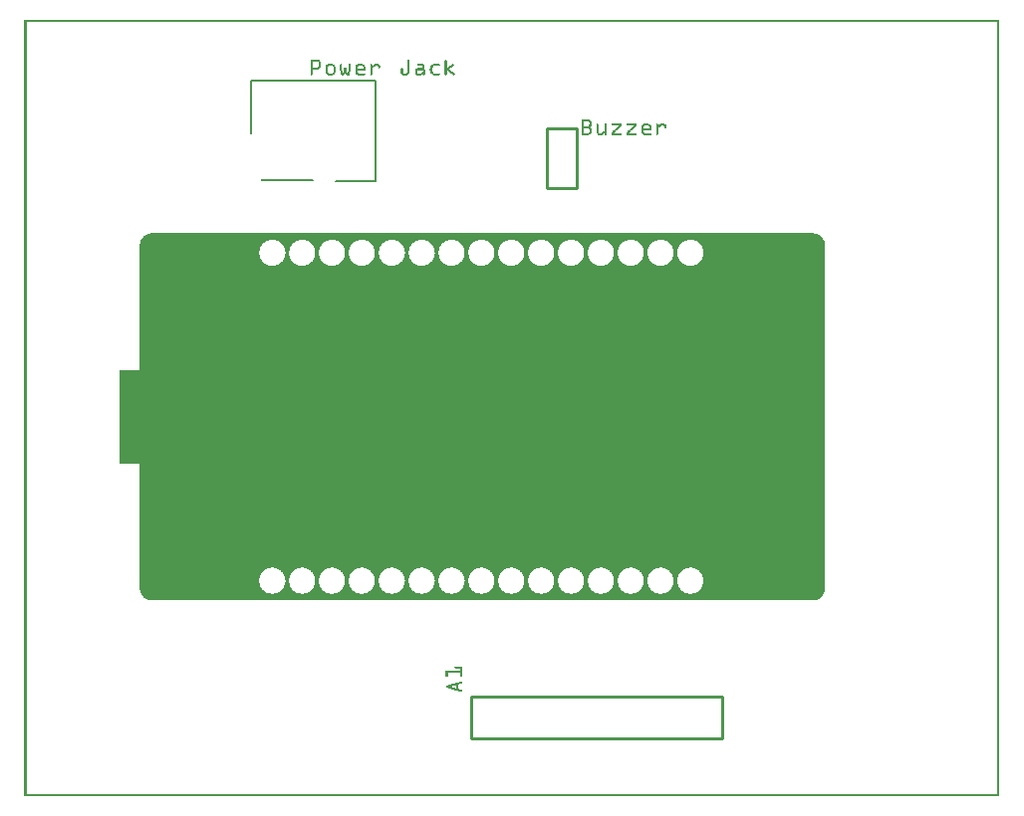
<source format=gto>
G04 MADE WITH FRITZING*
G04 WWW.FRITZING.ORG*
G04 DOUBLE SIDED*
G04 HOLES PLATED*
G04 CONTOUR ON CENTER OF CONTOUR VECTOR*
%ASAXBY*%
%FSLAX23Y23*%
%MOIN*%
%OFA0B0*%
%SFA1.0B1.0*%
%ADD10C,0.125984*%
%ADD11R,0.850000X0.150000X0.830000X0.130000*%
%ADD12C,0.010000*%
%ADD13R,0.078740X0.314961*%
%ADD14C,0.008000*%
%ADD15R,0.001000X0.001000*%
%LNSILK1*%
G90*
G70*
G54D10*
X2557Y1764D03*
X2557Y780D03*
X509Y1764D03*
X509Y780D03*
G54D12*
X1496Y338D02*
X2336Y338D01*
X2336Y198D01*
X1496Y198D01*
X1496Y338D01*
D02*
G54D13*
X358Y1272D03*
G54D12*
X1747Y2240D02*
X1747Y2040D01*
D02*
X1747Y2040D02*
X1847Y2040D01*
D02*
X1847Y2040D02*
X1847Y2240D01*
D02*
X1847Y2240D02*
X1747Y2240D01*
G54D14*
D02*
X757Y2399D02*
X757Y2222D01*
D02*
X1040Y2064D02*
X1174Y2064D01*
D02*
X1174Y2399D02*
X757Y2399D01*
D02*
X1174Y2064D02*
X1174Y2399D01*
D02*
X1174Y2399D02*
X1174Y2397D01*
G54D15*
X0Y2604D02*
X3262Y2604D01*
X0Y2603D02*
X3262Y2603D01*
X0Y2602D02*
X3262Y2602D01*
X0Y2601D02*
X3262Y2601D01*
X0Y2600D02*
X3262Y2600D01*
X0Y2599D02*
X3262Y2599D01*
X0Y2598D02*
X3262Y2598D01*
X0Y2597D02*
X3262Y2597D01*
X0Y2596D02*
X7Y2596D01*
X3255Y2596D02*
X3262Y2596D01*
X0Y2595D02*
X7Y2595D01*
X3255Y2595D02*
X3262Y2595D01*
X0Y2594D02*
X7Y2594D01*
X3255Y2594D02*
X3262Y2594D01*
X0Y2593D02*
X7Y2593D01*
X3255Y2593D02*
X3262Y2593D01*
X0Y2592D02*
X7Y2592D01*
X3255Y2592D02*
X3262Y2592D01*
X0Y2591D02*
X7Y2591D01*
X3255Y2591D02*
X3262Y2591D01*
X0Y2590D02*
X7Y2590D01*
X3255Y2590D02*
X3262Y2590D01*
X0Y2589D02*
X7Y2589D01*
X3255Y2589D02*
X3262Y2589D01*
X0Y2588D02*
X7Y2588D01*
X3255Y2588D02*
X3262Y2588D01*
X0Y2587D02*
X7Y2587D01*
X3255Y2587D02*
X3262Y2587D01*
X0Y2586D02*
X7Y2586D01*
X3255Y2586D02*
X3262Y2586D01*
X0Y2585D02*
X7Y2585D01*
X3255Y2585D02*
X3262Y2585D01*
X0Y2584D02*
X7Y2584D01*
X3255Y2584D02*
X3262Y2584D01*
X0Y2583D02*
X7Y2583D01*
X3255Y2583D02*
X3262Y2583D01*
X0Y2582D02*
X7Y2582D01*
X3255Y2582D02*
X3262Y2582D01*
X0Y2581D02*
X7Y2581D01*
X3255Y2581D02*
X3262Y2581D01*
X0Y2580D02*
X7Y2580D01*
X3255Y2580D02*
X3262Y2580D01*
X0Y2579D02*
X7Y2579D01*
X3255Y2579D02*
X3262Y2579D01*
X0Y2578D02*
X7Y2578D01*
X3255Y2578D02*
X3262Y2578D01*
X0Y2577D02*
X7Y2577D01*
X3255Y2577D02*
X3262Y2577D01*
X0Y2576D02*
X7Y2576D01*
X3255Y2576D02*
X3262Y2576D01*
X0Y2575D02*
X7Y2575D01*
X3255Y2575D02*
X3262Y2575D01*
X0Y2574D02*
X7Y2574D01*
X3255Y2574D02*
X3262Y2574D01*
X0Y2573D02*
X7Y2573D01*
X3255Y2573D02*
X3262Y2573D01*
X0Y2572D02*
X7Y2572D01*
X3255Y2572D02*
X3262Y2572D01*
X0Y2571D02*
X7Y2571D01*
X3255Y2571D02*
X3262Y2571D01*
X0Y2570D02*
X7Y2570D01*
X3255Y2570D02*
X3262Y2570D01*
X0Y2569D02*
X7Y2569D01*
X3255Y2569D02*
X3262Y2569D01*
X0Y2568D02*
X7Y2568D01*
X3255Y2568D02*
X3262Y2568D01*
X0Y2567D02*
X7Y2567D01*
X3255Y2567D02*
X3262Y2567D01*
X0Y2566D02*
X7Y2566D01*
X3255Y2566D02*
X3262Y2566D01*
X0Y2565D02*
X7Y2565D01*
X3255Y2565D02*
X3262Y2565D01*
X0Y2564D02*
X7Y2564D01*
X3255Y2564D02*
X3262Y2564D01*
X0Y2563D02*
X7Y2563D01*
X3255Y2563D02*
X3262Y2563D01*
X0Y2562D02*
X7Y2562D01*
X3255Y2562D02*
X3262Y2562D01*
X0Y2561D02*
X7Y2561D01*
X3255Y2561D02*
X3262Y2561D01*
X0Y2560D02*
X7Y2560D01*
X3255Y2560D02*
X3262Y2560D01*
X0Y2559D02*
X7Y2559D01*
X3255Y2559D02*
X3262Y2559D01*
X0Y2558D02*
X7Y2558D01*
X3255Y2558D02*
X3262Y2558D01*
X0Y2557D02*
X7Y2557D01*
X3255Y2557D02*
X3262Y2557D01*
X0Y2556D02*
X7Y2556D01*
X3255Y2556D02*
X3262Y2556D01*
X0Y2555D02*
X7Y2555D01*
X3255Y2555D02*
X3262Y2555D01*
X0Y2554D02*
X7Y2554D01*
X3255Y2554D02*
X3262Y2554D01*
X0Y2553D02*
X7Y2553D01*
X3255Y2553D02*
X3262Y2553D01*
X0Y2552D02*
X7Y2552D01*
X3255Y2552D02*
X3262Y2552D01*
X0Y2551D02*
X7Y2551D01*
X3255Y2551D02*
X3262Y2551D01*
X0Y2550D02*
X7Y2550D01*
X3255Y2550D02*
X3262Y2550D01*
X0Y2549D02*
X7Y2549D01*
X3255Y2549D02*
X3262Y2549D01*
X0Y2548D02*
X7Y2548D01*
X3255Y2548D02*
X3262Y2548D01*
X0Y2547D02*
X7Y2547D01*
X3255Y2547D02*
X3262Y2547D01*
X0Y2546D02*
X7Y2546D01*
X3255Y2546D02*
X3262Y2546D01*
X0Y2545D02*
X7Y2545D01*
X3255Y2545D02*
X3262Y2545D01*
X0Y2544D02*
X7Y2544D01*
X3255Y2544D02*
X3262Y2544D01*
X0Y2543D02*
X7Y2543D01*
X3255Y2543D02*
X3262Y2543D01*
X0Y2542D02*
X7Y2542D01*
X3255Y2542D02*
X3262Y2542D01*
X0Y2541D02*
X7Y2541D01*
X3255Y2541D02*
X3262Y2541D01*
X0Y2540D02*
X7Y2540D01*
X3255Y2540D02*
X3262Y2540D01*
X0Y2539D02*
X7Y2539D01*
X3255Y2539D02*
X3262Y2539D01*
X0Y2538D02*
X7Y2538D01*
X3255Y2538D02*
X3262Y2538D01*
X0Y2537D02*
X7Y2537D01*
X3255Y2537D02*
X3262Y2537D01*
X0Y2536D02*
X7Y2536D01*
X3255Y2536D02*
X3262Y2536D01*
X0Y2535D02*
X7Y2535D01*
X3255Y2535D02*
X3262Y2535D01*
X0Y2534D02*
X7Y2534D01*
X3255Y2534D02*
X3262Y2534D01*
X0Y2533D02*
X7Y2533D01*
X3255Y2533D02*
X3262Y2533D01*
X0Y2532D02*
X7Y2532D01*
X3255Y2532D02*
X3262Y2532D01*
X0Y2531D02*
X7Y2531D01*
X3255Y2531D02*
X3262Y2531D01*
X0Y2530D02*
X7Y2530D01*
X3255Y2530D02*
X3262Y2530D01*
X0Y2529D02*
X7Y2529D01*
X3255Y2529D02*
X3262Y2529D01*
X0Y2528D02*
X7Y2528D01*
X3255Y2528D02*
X3262Y2528D01*
X0Y2527D02*
X7Y2527D01*
X3255Y2527D02*
X3262Y2527D01*
X0Y2526D02*
X7Y2526D01*
X3255Y2526D02*
X3262Y2526D01*
X0Y2525D02*
X7Y2525D01*
X3255Y2525D02*
X3262Y2525D01*
X0Y2524D02*
X7Y2524D01*
X3255Y2524D02*
X3262Y2524D01*
X0Y2523D02*
X7Y2523D01*
X3255Y2523D02*
X3262Y2523D01*
X0Y2522D02*
X7Y2522D01*
X3255Y2522D02*
X3262Y2522D01*
X0Y2521D02*
X7Y2521D01*
X3255Y2521D02*
X3262Y2521D01*
X0Y2520D02*
X7Y2520D01*
X3255Y2520D02*
X3262Y2520D01*
X0Y2519D02*
X7Y2519D01*
X3255Y2519D02*
X3262Y2519D01*
X0Y2518D02*
X7Y2518D01*
X3255Y2518D02*
X3262Y2518D01*
X0Y2517D02*
X7Y2517D01*
X3255Y2517D02*
X3262Y2517D01*
X0Y2516D02*
X7Y2516D01*
X3255Y2516D02*
X3262Y2516D01*
X0Y2515D02*
X7Y2515D01*
X3255Y2515D02*
X3262Y2515D01*
X0Y2514D02*
X7Y2514D01*
X3255Y2514D02*
X3262Y2514D01*
X0Y2513D02*
X7Y2513D01*
X3255Y2513D02*
X3262Y2513D01*
X0Y2512D02*
X7Y2512D01*
X3255Y2512D02*
X3262Y2512D01*
X0Y2511D02*
X7Y2511D01*
X3255Y2511D02*
X3262Y2511D01*
X0Y2510D02*
X7Y2510D01*
X3255Y2510D02*
X3262Y2510D01*
X0Y2509D02*
X7Y2509D01*
X3255Y2509D02*
X3262Y2509D01*
X0Y2508D02*
X7Y2508D01*
X3255Y2508D02*
X3262Y2508D01*
X0Y2507D02*
X7Y2507D01*
X3255Y2507D02*
X3262Y2507D01*
X0Y2506D02*
X7Y2506D01*
X3255Y2506D02*
X3262Y2506D01*
X0Y2505D02*
X7Y2505D01*
X3255Y2505D02*
X3262Y2505D01*
X0Y2504D02*
X7Y2504D01*
X3255Y2504D02*
X3262Y2504D01*
X0Y2503D02*
X7Y2503D01*
X3255Y2503D02*
X3262Y2503D01*
X0Y2502D02*
X7Y2502D01*
X3255Y2502D02*
X3262Y2502D01*
X0Y2501D02*
X7Y2501D01*
X3255Y2501D02*
X3262Y2501D01*
X0Y2500D02*
X7Y2500D01*
X3255Y2500D02*
X3262Y2500D01*
X0Y2499D02*
X7Y2499D01*
X3255Y2499D02*
X3262Y2499D01*
X0Y2498D02*
X7Y2498D01*
X3255Y2498D02*
X3262Y2498D01*
X0Y2497D02*
X7Y2497D01*
X3255Y2497D02*
X3262Y2497D01*
X0Y2496D02*
X7Y2496D01*
X3255Y2496D02*
X3262Y2496D01*
X0Y2495D02*
X7Y2495D01*
X3255Y2495D02*
X3262Y2495D01*
X0Y2494D02*
X7Y2494D01*
X3255Y2494D02*
X3262Y2494D01*
X0Y2493D02*
X7Y2493D01*
X3255Y2493D02*
X3262Y2493D01*
X0Y2492D02*
X7Y2492D01*
X3255Y2492D02*
X3262Y2492D01*
X0Y2491D02*
X7Y2491D01*
X3255Y2491D02*
X3262Y2491D01*
X0Y2490D02*
X7Y2490D01*
X3255Y2490D02*
X3262Y2490D01*
X0Y2489D02*
X7Y2489D01*
X3255Y2489D02*
X3262Y2489D01*
X0Y2488D02*
X7Y2488D01*
X3255Y2488D02*
X3262Y2488D01*
X0Y2487D02*
X7Y2487D01*
X3255Y2487D02*
X3262Y2487D01*
X0Y2486D02*
X7Y2486D01*
X3255Y2486D02*
X3262Y2486D01*
X0Y2485D02*
X7Y2485D01*
X3255Y2485D02*
X3262Y2485D01*
X0Y2484D02*
X7Y2484D01*
X3255Y2484D02*
X3262Y2484D01*
X0Y2483D02*
X7Y2483D01*
X3255Y2483D02*
X3262Y2483D01*
X0Y2482D02*
X7Y2482D01*
X3255Y2482D02*
X3262Y2482D01*
X0Y2481D02*
X7Y2481D01*
X3255Y2481D02*
X3262Y2481D01*
X0Y2480D02*
X7Y2480D01*
X3255Y2480D02*
X3262Y2480D01*
X0Y2479D02*
X7Y2479D01*
X3255Y2479D02*
X3262Y2479D01*
X0Y2478D02*
X7Y2478D01*
X3255Y2478D02*
X3262Y2478D01*
X0Y2477D02*
X7Y2477D01*
X3255Y2477D02*
X3262Y2477D01*
X0Y2476D02*
X7Y2476D01*
X3255Y2476D02*
X3262Y2476D01*
X0Y2475D02*
X7Y2475D01*
X3255Y2475D02*
X3262Y2475D01*
X0Y2474D02*
X7Y2474D01*
X3255Y2474D02*
X3262Y2474D01*
X0Y2473D02*
X7Y2473D01*
X3255Y2473D02*
X3262Y2473D01*
X0Y2472D02*
X7Y2472D01*
X3255Y2472D02*
X3262Y2472D01*
X0Y2471D02*
X7Y2471D01*
X3255Y2471D02*
X3262Y2471D01*
X0Y2470D02*
X7Y2470D01*
X957Y2470D02*
X984Y2470D01*
X1282Y2470D02*
X1285Y2470D01*
X1408Y2470D02*
X1411Y2470D01*
X3255Y2470D02*
X3262Y2470D01*
X0Y2469D02*
X7Y2469D01*
X957Y2469D02*
X985Y2469D01*
X1281Y2469D02*
X1286Y2469D01*
X1407Y2469D02*
X1412Y2469D01*
X3255Y2469D02*
X3262Y2469D01*
X0Y2468D02*
X7Y2468D01*
X957Y2468D02*
X987Y2468D01*
X1281Y2468D02*
X1286Y2468D01*
X1407Y2468D02*
X1412Y2468D01*
X3255Y2468D02*
X3262Y2468D01*
X0Y2467D02*
X7Y2467D01*
X957Y2467D02*
X988Y2467D01*
X1281Y2467D02*
X1287Y2467D01*
X1406Y2467D02*
X1412Y2467D01*
X3255Y2467D02*
X3262Y2467D01*
X0Y2466D02*
X7Y2466D01*
X957Y2466D02*
X988Y2466D01*
X1281Y2466D02*
X1287Y2466D01*
X1406Y2466D02*
X1413Y2466D01*
X3255Y2466D02*
X3262Y2466D01*
X0Y2465D02*
X7Y2465D01*
X957Y2465D02*
X989Y2465D01*
X1281Y2465D02*
X1287Y2465D01*
X1406Y2465D02*
X1413Y2465D01*
X3255Y2465D02*
X3262Y2465D01*
X0Y2464D02*
X7Y2464D01*
X957Y2464D02*
X989Y2464D01*
X1281Y2464D02*
X1287Y2464D01*
X1406Y2464D02*
X1413Y2464D01*
X3255Y2464D02*
X3262Y2464D01*
X0Y2463D02*
X7Y2463D01*
X957Y2463D02*
X963Y2463D01*
X983Y2463D02*
X990Y2463D01*
X1281Y2463D02*
X1287Y2463D01*
X1406Y2463D02*
X1413Y2463D01*
X3255Y2463D02*
X3262Y2463D01*
X0Y2462D02*
X7Y2462D01*
X957Y2462D02*
X963Y2462D01*
X984Y2462D02*
X990Y2462D01*
X1281Y2462D02*
X1287Y2462D01*
X1406Y2462D02*
X1413Y2462D01*
X3255Y2462D02*
X3262Y2462D01*
X0Y2461D02*
X7Y2461D01*
X957Y2461D02*
X963Y2461D01*
X984Y2461D02*
X990Y2461D01*
X1281Y2461D02*
X1287Y2461D01*
X1406Y2461D02*
X1413Y2461D01*
X3255Y2461D02*
X3262Y2461D01*
X0Y2460D02*
X7Y2460D01*
X957Y2460D02*
X963Y2460D01*
X984Y2460D02*
X990Y2460D01*
X1281Y2460D02*
X1287Y2460D01*
X1406Y2460D02*
X1413Y2460D01*
X3255Y2460D02*
X3262Y2460D01*
X0Y2459D02*
X7Y2459D01*
X957Y2459D02*
X963Y2459D01*
X984Y2459D02*
X990Y2459D01*
X1281Y2459D02*
X1287Y2459D01*
X1406Y2459D02*
X1413Y2459D01*
X3255Y2459D02*
X3262Y2459D01*
X0Y2458D02*
X7Y2458D01*
X957Y2458D02*
X963Y2458D01*
X984Y2458D02*
X990Y2458D01*
X1281Y2458D02*
X1287Y2458D01*
X1406Y2458D02*
X1413Y2458D01*
X3255Y2458D02*
X3262Y2458D01*
X0Y2457D02*
X7Y2457D01*
X957Y2457D02*
X963Y2457D01*
X984Y2457D02*
X990Y2457D01*
X1281Y2457D02*
X1287Y2457D01*
X1406Y2457D02*
X1413Y2457D01*
X3255Y2457D02*
X3262Y2457D01*
X0Y2456D02*
X7Y2456D01*
X957Y2456D02*
X963Y2456D01*
X984Y2456D02*
X990Y2456D01*
X1019Y2456D02*
X1028Y2456D01*
X1119Y2456D02*
X1128Y2456D01*
X1173Y2456D02*
X1180Y2456D01*
X1281Y2456D02*
X1287Y2456D01*
X1317Y2456D02*
X1329Y2456D01*
X1372Y2456D02*
X1387Y2456D01*
X1406Y2456D02*
X1413Y2456D01*
X3255Y2456D02*
X3262Y2456D01*
X0Y2455D02*
X7Y2455D01*
X957Y2455D02*
X963Y2455D01*
X984Y2455D02*
X990Y2455D01*
X1015Y2455D02*
X1032Y2455D01*
X1057Y2455D02*
X1061Y2455D01*
X1086Y2455D02*
X1090Y2455D01*
X1115Y2455D02*
X1132Y2455D01*
X1158Y2455D02*
X1161Y2455D01*
X1171Y2455D02*
X1184Y2455D01*
X1281Y2455D02*
X1287Y2455D01*
X1314Y2455D02*
X1333Y2455D01*
X1368Y2455D02*
X1389Y2455D01*
X1406Y2455D02*
X1413Y2455D01*
X1432Y2455D02*
X1435Y2455D01*
X3255Y2455D02*
X3262Y2455D01*
X0Y2454D02*
X7Y2454D01*
X957Y2454D02*
X963Y2454D01*
X984Y2454D02*
X990Y2454D01*
X1013Y2454D02*
X1033Y2454D01*
X1056Y2454D02*
X1061Y2454D01*
X1085Y2454D02*
X1090Y2454D01*
X1113Y2454D02*
X1133Y2454D01*
X1157Y2454D02*
X1162Y2454D01*
X1170Y2454D02*
X1186Y2454D01*
X1281Y2454D02*
X1287Y2454D01*
X1314Y2454D02*
X1335Y2454D01*
X1367Y2454D02*
X1390Y2454D01*
X1406Y2454D02*
X1413Y2454D01*
X1430Y2454D02*
X1436Y2454D01*
X3255Y2454D02*
X3262Y2454D01*
X0Y2453D02*
X7Y2453D01*
X957Y2453D02*
X963Y2453D01*
X984Y2453D02*
X990Y2453D01*
X1012Y2453D02*
X1035Y2453D01*
X1056Y2453D02*
X1062Y2453D01*
X1085Y2453D02*
X1091Y2453D01*
X1112Y2453D02*
X1135Y2453D01*
X1157Y2453D02*
X1162Y2453D01*
X1169Y2453D02*
X1187Y2453D01*
X1281Y2453D02*
X1287Y2453D01*
X1313Y2453D02*
X1336Y2453D01*
X1365Y2453D02*
X1390Y2453D01*
X1406Y2453D02*
X1413Y2453D01*
X1429Y2453D02*
X1437Y2453D01*
X3255Y2453D02*
X3262Y2453D01*
X0Y2452D02*
X7Y2452D01*
X957Y2452D02*
X963Y2452D01*
X984Y2452D02*
X990Y2452D01*
X1011Y2452D02*
X1036Y2452D01*
X1056Y2452D02*
X1062Y2452D01*
X1085Y2452D02*
X1091Y2452D01*
X1111Y2452D02*
X1136Y2452D01*
X1157Y2452D02*
X1163Y2452D01*
X1168Y2452D02*
X1188Y2452D01*
X1281Y2452D02*
X1287Y2452D01*
X1313Y2452D02*
X1337Y2452D01*
X1364Y2452D02*
X1390Y2452D01*
X1406Y2452D02*
X1413Y2452D01*
X1428Y2452D02*
X1436Y2452D01*
X3255Y2452D02*
X3262Y2452D01*
X0Y2451D02*
X7Y2451D01*
X957Y2451D02*
X963Y2451D01*
X984Y2451D02*
X990Y2451D01*
X1010Y2451D02*
X1037Y2451D01*
X1056Y2451D02*
X1062Y2451D01*
X1085Y2451D02*
X1091Y2451D01*
X1110Y2451D02*
X1137Y2451D01*
X1157Y2451D02*
X1163Y2451D01*
X1167Y2451D02*
X1189Y2451D01*
X1281Y2451D02*
X1287Y2451D01*
X1314Y2451D02*
X1338Y2451D01*
X1363Y2451D02*
X1390Y2451D01*
X1406Y2451D02*
X1413Y2451D01*
X1427Y2451D02*
X1436Y2451D01*
X3255Y2451D02*
X3262Y2451D01*
X0Y2450D02*
X7Y2450D01*
X957Y2450D02*
X963Y2450D01*
X984Y2450D02*
X990Y2450D01*
X1009Y2450D02*
X1038Y2450D01*
X1056Y2450D02*
X1062Y2450D01*
X1085Y2450D02*
X1091Y2450D01*
X1109Y2450D02*
X1138Y2450D01*
X1157Y2450D02*
X1163Y2450D01*
X1165Y2450D02*
X1189Y2450D01*
X1281Y2450D02*
X1287Y2450D01*
X1315Y2450D02*
X1338Y2450D01*
X1362Y2450D02*
X1389Y2450D01*
X1406Y2450D02*
X1413Y2450D01*
X1426Y2450D02*
X1435Y2450D01*
X3255Y2450D02*
X3262Y2450D01*
X0Y2449D02*
X7Y2449D01*
X957Y2449D02*
X963Y2449D01*
X984Y2449D02*
X990Y2449D01*
X1008Y2449D02*
X1018Y2449D01*
X1028Y2449D02*
X1039Y2449D01*
X1056Y2449D02*
X1062Y2449D01*
X1085Y2449D02*
X1091Y2449D01*
X1108Y2449D02*
X1118Y2449D01*
X1128Y2449D02*
X1138Y2449D01*
X1157Y2449D02*
X1174Y2449D01*
X1181Y2449D02*
X1190Y2449D01*
X1281Y2449D02*
X1287Y2449D01*
X1330Y2449D02*
X1339Y2449D01*
X1361Y2449D02*
X1372Y2449D01*
X1406Y2449D02*
X1413Y2449D01*
X1425Y2449D02*
X1434Y2449D01*
X3255Y2449D02*
X3262Y2449D01*
X0Y2448D02*
X7Y2448D01*
X957Y2448D02*
X963Y2448D01*
X984Y2448D02*
X990Y2448D01*
X1008Y2448D02*
X1016Y2448D01*
X1031Y2448D02*
X1039Y2448D01*
X1056Y2448D02*
X1062Y2448D01*
X1085Y2448D02*
X1091Y2448D01*
X1108Y2448D02*
X1116Y2448D01*
X1131Y2448D02*
X1139Y2448D01*
X1157Y2448D02*
X1173Y2448D01*
X1183Y2448D02*
X1190Y2448D01*
X1281Y2448D02*
X1287Y2448D01*
X1332Y2448D02*
X1339Y2448D01*
X1360Y2448D02*
X1369Y2448D01*
X1406Y2448D02*
X1413Y2448D01*
X1423Y2448D02*
X1433Y2448D01*
X3255Y2448D02*
X3262Y2448D01*
X0Y2447D02*
X7Y2447D01*
X957Y2447D02*
X963Y2447D01*
X984Y2447D02*
X990Y2447D01*
X1007Y2447D02*
X1015Y2447D01*
X1032Y2447D02*
X1040Y2447D01*
X1056Y2447D02*
X1062Y2447D01*
X1085Y2447D02*
X1091Y2447D01*
X1107Y2447D02*
X1115Y2447D01*
X1132Y2447D02*
X1139Y2447D01*
X1157Y2447D02*
X1172Y2447D01*
X1184Y2447D02*
X1190Y2447D01*
X1281Y2447D02*
X1287Y2447D01*
X1333Y2447D02*
X1339Y2447D01*
X1359Y2447D02*
X1368Y2447D01*
X1406Y2447D02*
X1413Y2447D01*
X1422Y2447D02*
X1432Y2447D01*
X3255Y2447D02*
X3262Y2447D01*
X0Y2446D02*
X7Y2446D01*
X957Y2446D02*
X963Y2446D01*
X984Y2446D02*
X990Y2446D01*
X1007Y2446D02*
X1014Y2446D01*
X1033Y2446D02*
X1040Y2446D01*
X1056Y2446D02*
X1062Y2446D01*
X1085Y2446D02*
X1091Y2446D01*
X1107Y2446D02*
X1114Y2446D01*
X1133Y2446D02*
X1140Y2446D01*
X1157Y2446D02*
X1171Y2446D01*
X1184Y2446D02*
X1190Y2446D01*
X1281Y2446D02*
X1287Y2446D01*
X1333Y2446D02*
X1339Y2446D01*
X1358Y2446D02*
X1367Y2446D01*
X1406Y2446D02*
X1413Y2446D01*
X1421Y2446D02*
X1431Y2446D01*
X3255Y2446D02*
X3262Y2446D01*
X0Y2445D02*
X7Y2445D01*
X957Y2445D02*
X963Y2445D01*
X983Y2445D02*
X990Y2445D01*
X1007Y2445D02*
X1013Y2445D01*
X1034Y2445D02*
X1040Y2445D01*
X1056Y2445D02*
X1062Y2445D01*
X1085Y2445D02*
X1091Y2445D01*
X1107Y2445D02*
X1113Y2445D01*
X1134Y2445D02*
X1140Y2445D01*
X1157Y2445D02*
X1169Y2445D01*
X1184Y2445D02*
X1190Y2445D01*
X1281Y2445D02*
X1287Y2445D01*
X1333Y2445D02*
X1339Y2445D01*
X1357Y2445D02*
X1366Y2445D01*
X1406Y2445D02*
X1413Y2445D01*
X1420Y2445D02*
X1430Y2445D01*
X3255Y2445D02*
X3262Y2445D01*
X0Y2444D02*
X7Y2444D01*
X957Y2444D02*
X989Y2444D01*
X1007Y2444D02*
X1013Y2444D01*
X1034Y2444D02*
X1040Y2444D01*
X1056Y2444D02*
X1062Y2444D01*
X1073Y2444D02*
X1074Y2444D01*
X1085Y2444D02*
X1091Y2444D01*
X1107Y2444D02*
X1113Y2444D01*
X1134Y2444D02*
X1140Y2444D01*
X1157Y2444D02*
X1168Y2444D01*
X1184Y2444D02*
X1190Y2444D01*
X1281Y2444D02*
X1287Y2444D01*
X1333Y2444D02*
X1339Y2444D01*
X1357Y2444D02*
X1365Y2444D01*
X1406Y2444D02*
X1413Y2444D01*
X1419Y2444D02*
X1428Y2444D01*
X3255Y2444D02*
X3262Y2444D01*
X0Y2443D02*
X7Y2443D01*
X957Y2443D02*
X989Y2443D01*
X1007Y2443D02*
X1013Y2443D01*
X1034Y2443D02*
X1040Y2443D01*
X1056Y2443D02*
X1062Y2443D01*
X1071Y2443D02*
X1075Y2443D01*
X1084Y2443D02*
X1091Y2443D01*
X1107Y2443D02*
X1113Y2443D01*
X1134Y2443D02*
X1140Y2443D01*
X1157Y2443D02*
X1167Y2443D01*
X1184Y2443D02*
X1190Y2443D01*
X1281Y2443D02*
X1287Y2443D01*
X1333Y2443D02*
X1339Y2443D01*
X1357Y2443D02*
X1364Y2443D01*
X1406Y2443D02*
X1413Y2443D01*
X1417Y2443D02*
X1427Y2443D01*
X3255Y2443D02*
X3262Y2443D01*
X0Y2442D02*
X7Y2442D01*
X957Y2442D02*
X988Y2442D01*
X1007Y2442D02*
X1013Y2442D01*
X1034Y2442D02*
X1040Y2442D01*
X1056Y2442D02*
X1062Y2442D01*
X1071Y2442D02*
X1076Y2442D01*
X1084Y2442D02*
X1090Y2442D01*
X1107Y2442D02*
X1113Y2442D01*
X1134Y2442D02*
X1140Y2442D01*
X1157Y2442D02*
X1166Y2442D01*
X1185Y2442D02*
X1190Y2442D01*
X1281Y2442D02*
X1287Y2442D01*
X1333Y2442D02*
X1339Y2442D01*
X1357Y2442D02*
X1363Y2442D01*
X1406Y2442D02*
X1413Y2442D01*
X1416Y2442D02*
X1426Y2442D01*
X3255Y2442D02*
X3262Y2442D01*
X0Y2441D02*
X7Y2441D01*
X957Y2441D02*
X988Y2441D01*
X1007Y2441D02*
X1013Y2441D01*
X1034Y2441D02*
X1040Y2441D01*
X1056Y2441D02*
X1062Y2441D01*
X1070Y2441D02*
X1076Y2441D01*
X1084Y2441D02*
X1090Y2441D01*
X1107Y2441D02*
X1113Y2441D01*
X1134Y2441D02*
X1140Y2441D01*
X1157Y2441D02*
X1165Y2441D01*
X1185Y2441D02*
X1189Y2441D01*
X1262Y2441D02*
X1264Y2441D01*
X1281Y2441D02*
X1287Y2441D01*
X1314Y2441D02*
X1339Y2441D01*
X1357Y2441D02*
X1363Y2441D01*
X1406Y2441D02*
X1413Y2441D01*
X1415Y2441D02*
X1425Y2441D01*
X3255Y2441D02*
X3262Y2441D01*
X0Y2440D02*
X7Y2440D01*
X957Y2440D02*
X987Y2440D01*
X1007Y2440D02*
X1013Y2440D01*
X1034Y2440D02*
X1040Y2440D01*
X1056Y2440D02*
X1062Y2440D01*
X1070Y2440D02*
X1076Y2440D01*
X1084Y2440D02*
X1090Y2440D01*
X1107Y2440D02*
X1113Y2440D01*
X1134Y2440D02*
X1140Y2440D01*
X1157Y2440D02*
X1164Y2440D01*
X1261Y2440D02*
X1265Y2440D01*
X1281Y2440D02*
X1287Y2440D01*
X1312Y2440D02*
X1339Y2440D01*
X1356Y2440D02*
X1363Y2440D01*
X1406Y2440D02*
X1424Y2440D01*
X3255Y2440D02*
X3262Y2440D01*
X0Y2439D02*
X7Y2439D01*
X957Y2439D02*
X985Y2439D01*
X1007Y2439D02*
X1013Y2439D01*
X1034Y2439D02*
X1040Y2439D01*
X1056Y2439D02*
X1062Y2439D01*
X1070Y2439D02*
X1076Y2439D01*
X1084Y2439D02*
X1090Y2439D01*
X1107Y2439D02*
X1113Y2439D01*
X1134Y2439D02*
X1140Y2439D01*
X1157Y2439D02*
X1163Y2439D01*
X1260Y2439D02*
X1266Y2439D01*
X1281Y2439D02*
X1287Y2439D01*
X1310Y2439D02*
X1339Y2439D01*
X1356Y2439D02*
X1363Y2439D01*
X1406Y2439D02*
X1423Y2439D01*
X3255Y2439D02*
X3262Y2439D01*
X0Y2438D02*
X7Y2438D01*
X957Y2438D02*
X984Y2438D01*
X1007Y2438D02*
X1013Y2438D01*
X1034Y2438D02*
X1040Y2438D01*
X1056Y2438D02*
X1062Y2438D01*
X1070Y2438D02*
X1076Y2438D01*
X1084Y2438D02*
X1090Y2438D01*
X1107Y2438D02*
X1140Y2438D01*
X1157Y2438D02*
X1163Y2438D01*
X1260Y2438D02*
X1266Y2438D01*
X1281Y2438D02*
X1287Y2438D01*
X1309Y2438D02*
X1339Y2438D01*
X1356Y2438D02*
X1363Y2438D01*
X1406Y2438D02*
X1422Y2438D01*
X3255Y2438D02*
X3262Y2438D01*
X0Y2437D02*
X7Y2437D01*
X957Y2437D02*
X963Y2437D01*
X1007Y2437D02*
X1013Y2437D01*
X1034Y2437D02*
X1040Y2437D01*
X1056Y2437D02*
X1062Y2437D01*
X1070Y2437D02*
X1076Y2437D01*
X1084Y2437D02*
X1090Y2437D01*
X1107Y2437D02*
X1140Y2437D01*
X1157Y2437D02*
X1163Y2437D01*
X1260Y2437D02*
X1266Y2437D01*
X1281Y2437D02*
X1287Y2437D01*
X1309Y2437D02*
X1340Y2437D01*
X1356Y2437D02*
X1363Y2437D01*
X1406Y2437D02*
X1422Y2437D01*
X3255Y2437D02*
X3262Y2437D01*
X0Y2436D02*
X7Y2436D01*
X957Y2436D02*
X963Y2436D01*
X1007Y2436D02*
X1013Y2436D01*
X1034Y2436D02*
X1040Y2436D01*
X1056Y2436D02*
X1062Y2436D01*
X1070Y2436D02*
X1076Y2436D01*
X1084Y2436D02*
X1090Y2436D01*
X1107Y2436D02*
X1140Y2436D01*
X1157Y2436D02*
X1163Y2436D01*
X1260Y2436D02*
X1266Y2436D01*
X1281Y2436D02*
X1287Y2436D01*
X1308Y2436D02*
X1340Y2436D01*
X1356Y2436D02*
X1363Y2436D01*
X1406Y2436D02*
X1423Y2436D01*
X3255Y2436D02*
X3262Y2436D01*
X0Y2435D02*
X7Y2435D01*
X957Y2435D02*
X963Y2435D01*
X1007Y2435D02*
X1013Y2435D01*
X1034Y2435D02*
X1040Y2435D01*
X1056Y2435D02*
X1062Y2435D01*
X1070Y2435D02*
X1076Y2435D01*
X1084Y2435D02*
X1090Y2435D01*
X1107Y2435D02*
X1140Y2435D01*
X1157Y2435D02*
X1163Y2435D01*
X1260Y2435D02*
X1266Y2435D01*
X1281Y2435D02*
X1287Y2435D01*
X1307Y2435D02*
X1340Y2435D01*
X1356Y2435D02*
X1363Y2435D01*
X1406Y2435D02*
X1425Y2435D01*
X3255Y2435D02*
X3262Y2435D01*
X0Y2434D02*
X7Y2434D01*
X957Y2434D02*
X963Y2434D01*
X1007Y2434D02*
X1013Y2434D01*
X1034Y2434D02*
X1040Y2434D01*
X1056Y2434D02*
X1062Y2434D01*
X1070Y2434D02*
X1076Y2434D01*
X1084Y2434D02*
X1090Y2434D01*
X1107Y2434D02*
X1140Y2434D01*
X1157Y2434D02*
X1163Y2434D01*
X1260Y2434D02*
X1266Y2434D01*
X1281Y2434D02*
X1287Y2434D01*
X1307Y2434D02*
X1315Y2434D01*
X1331Y2434D02*
X1340Y2434D01*
X1356Y2434D02*
X1363Y2434D01*
X1406Y2434D02*
X1426Y2434D01*
X3255Y2434D02*
X3262Y2434D01*
X0Y2433D02*
X7Y2433D01*
X957Y2433D02*
X963Y2433D01*
X1007Y2433D02*
X1013Y2433D01*
X1034Y2433D02*
X1040Y2433D01*
X1056Y2433D02*
X1062Y2433D01*
X1070Y2433D02*
X1076Y2433D01*
X1084Y2433D02*
X1090Y2433D01*
X1107Y2433D02*
X1140Y2433D01*
X1157Y2433D02*
X1163Y2433D01*
X1260Y2433D02*
X1266Y2433D01*
X1281Y2433D02*
X1287Y2433D01*
X1307Y2433D02*
X1313Y2433D01*
X1333Y2433D02*
X1340Y2433D01*
X1356Y2433D02*
X1363Y2433D01*
X1406Y2433D02*
X1427Y2433D01*
X3255Y2433D02*
X3262Y2433D01*
X0Y2432D02*
X7Y2432D01*
X957Y2432D02*
X963Y2432D01*
X1007Y2432D02*
X1013Y2432D01*
X1034Y2432D02*
X1040Y2432D01*
X1056Y2432D02*
X1063Y2432D01*
X1070Y2432D02*
X1077Y2432D01*
X1084Y2432D02*
X1090Y2432D01*
X1107Y2432D02*
X1139Y2432D01*
X1157Y2432D02*
X1163Y2432D01*
X1260Y2432D02*
X1266Y2432D01*
X1281Y2432D02*
X1287Y2432D01*
X1307Y2432D02*
X1313Y2432D01*
X1333Y2432D02*
X1340Y2432D01*
X1357Y2432D02*
X1363Y2432D01*
X1406Y2432D02*
X1414Y2432D01*
X1418Y2432D02*
X1428Y2432D01*
X3255Y2432D02*
X3262Y2432D01*
X0Y2431D02*
X7Y2431D01*
X957Y2431D02*
X963Y2431D01*
X1007Y2431D02*
X1013Y2431D01*
X1034Y2431D02*
X1040Y2431D01*
X1057Y2431D02*
X1063Y2431D01*
X1069Y2431D02*
X1077Y2431D01*
X1084Y2431D02*
X1090Y2431D01*
X1107Y2431D02*
X1113Y2431D01*
X1157Y2431D02*
X1163Y2431D01*
X1260Y2431D02*
X1266Y2431D01*
X1281Y2431D02*
X1287Y2431D01*
X1307Y2431D02*
X1313Y2431D01*
X1334Y2431D02*
X1340Y2431D01*
X1357Y2431D02*
X1363Y2431D01*
X1406Y2431D02*
X1413Y2431D01*
X1419Y2431D02*
X1429Y2431D01*
X3255Y2431D02*
X3262Y2431D01*
X0Y2430D02*
X7Y2430D01*
X957Y2430D02*
X963Y2430D01*
X1007Y2430D02*
X1013Y2430D01*
X1034Y2430D02*
X1040Y2430D01*
X1057Y2430D02*
X1063Y2430D01*
X1069Y2430D02*
X1078Y2430D01*
X1083Y2430D02*
X1090Y2430D01*
X1107Y2430D02*
X1113Y2430D01*
X1157Y2430D02*
X1163Y2430D01*
X1260Y2430D02*
X1266Y2430D01*
X1281Y2430D02*
X1287Y2430D01*
X1307Y2430D02*
X1313Y2430D01*
X1334Y2430D02*
X1340Y2430D01*
X1357Y2430D02*
X1363Y2430D01*
X1406Y2430D02*
X1413Y2430D01*
X1421Y2430D02*
X1430Y2430D01*
X3255Y2430D02*
X3262Y2430D01*
X0Y2429D02*
X7Y2429D01*
X957Y2429D02*
X963Y2429D01*
X1007Y2429D02*
X1013Y2429D01*
X1034Y2429D02*
X1040Y2429D01*
X1057Y2429D02*
X1064Y2429D01*
X1068Y2429D02*
X1079Y2429D01*
X1083Y2429D02*
X1090Y2429D01*
X1107Y2429D02*
X1113Y2429D01*
X1157Y2429D02*
X1163Y2429D01*
X1260Y2429D02*
X1266Y2429D01*
X1281Y2429D02*
X1287Y2429D01*
X1307Y2429D02*
X1313Y2429D01*
X1334Y2429D02*
X1340Y2429D01*
X1357Y2429D02*
X1364Y2429D01*
X1406Y2429D02*
X1413Y2429D01*
X1422Y2429D02*
X1432Y2429D01*
X3255Y2429D02*
X3262Y2429D01*
X0Y2428D02*
X7Y2428D01*
X957Y2428D02*
X963Y2428D01*
X1007Y2428D02*
X1013Y2428D01*
X1034Y2428D02*
X1040Y2428D01*
X1058Y2428D02*
X1064Y2428D01*
X1067Y2428D02*
X1079Y2428D01*
X1083Y2428D02*
X1089Y2428D01*
X1107Y2428D02*
X1113Y2428D01*
X1157Y2428D02*
X1163Y2428D01*
X1260Y2428D02*
X1266Y2428D01*
X1281Y2428D02*
X1287Y2428D01*
X1307Y2428D02*
X1313Y2428D01*
X1333Y2428D02*
X1340Y2428D01*
X1357Y2428D02*
X1366Y2428D01*
X1406Y2428D02*
X1413Y2428D01*
X1423Y2428D02*
X1433Y2428D01*
X3255Y2428D02*
X3262Y2428D01*
X0Y2427D02*
X7Y2427D01*
X957Y2427D02*
X963Y2427D01*
X1007Y2427D02*
X1013Y2427D01*
X1033Y2427D02*
X1040Y2427D01*
X1058Y2427D02*
X1064Y2427D01*
X1067Y2427D02*
X1080Y2427D01*
X1083Y2427D02*
X1089Y2427D01*
X1107Y2427D02*
X1113Y2427D01*
X1157Y2427D02*
X1163Y2427D01*
X1260Y2427D02*
X1266Y2427D01*
X1281Y2427D02*
X1287Y2427D01*
X1307Y2427D02*
X1313Y2427D01*
X1332Y2427D02*
X1340Y2427D01*
X1358Y2427D02*
X1367Y2427D01*
X1406Y2427D02*
X1413Y2427D01*
X1424Y2427D02*
X1434Y2427D01*
X3255Y2427D02*
X3262Y2427D01*
X0Y2426D02*
X7Y2426D01*
X957Y2426D02*
X963Y2426D01*
X1007Y2426D02*
X1014Y2426D01*
X1032Y2426D02*
X1040Y2426D01*
X1058Y2426D02*
X1064Y2426D01*
X1066Y2426D02*
X1080Y2426D01*
X1082Y2426D02*
X1089Y2426D01*
X1107Y2426D02*
X1114Y2426D01*
X1157Y2426D02*
X1163Y2426D01*
X1260Y2426D02*
X1266Y2426D01*
X1280Y2426D02*
X1287Y2426D01*
X1307Y2426D02*
X1313Y2426D01*
X1330Y2426D02*
X1340Y2426D01*
X1359Y2426D02*
X1368Y2426D01*
X1406Y2426D02*
X1413Y2426D01*
X1425Y2426D02*
X1435Y2426D01*
X3255Y2426D02*
X3262Y2426D01*
X0Y2425D02*
X7Y2425D01*
X957Y2425D02*
X963Y2425D01*
X1007Y2425D02*
X1016Y2425D01*
X1031Y2425D02*
X1039Y2425D01*
X1058Y2425D02*
X1088Y2425D01*
X1107Y2425D02*
X1116Y2425D01*
X1157Y2425D02*
X1163Y2425D01*
X1260Y2425D02*
X1267Y2425D01*
X1280Y2425D02*
X1286Y2425D01*
X1307Y2425D02*
X1313Y2425D01*
X1329Y2425D02*
X1340Y2425D01*
X1359Y2425D02*
X1369Y2425D01*
X1406Y2425D02*
X1413Y2425D01*
X1426Y2425D02*
X1436Y2425D01*
X3255Y2425D02*
X3262Y2425D01*
X0Y2424D02*
X7Y2424D01*
X957Y2424D02*
X963Y2424D01*
X1008Y2424D02*
X1017Y2424D01*
X1030Y2424D02*
X1039Y2424D01*
X1059Y2424D02*
X1072Y2424D01*
X1074Y2424D02*
X1088Y2424D01*
X1108Y2424D02*
X1117Y2424D01*
X1157Y2424D02*
X1163Y2424D01*
X1260Y2424D02*
X1268Y2424D01*
X1279Y2424D02*
X1286Y2424D01*
X1307Y2424D02*
X1314Y2424D01*
X1327Y2424D02*
X1340Y2424D01*
X1360Y2424D02*
X1370Y2424D01*
X1406Y2424D02*
X1413Y2424D01*
X1428Y2424D02*
X1437Y2424D01*
X3255Y2424D02*
X3262Y2424D01*
X0Y2423D02*
X7Y2423D01*
X957Y2423D02*
X963Y2423D01*
X1009Y2423D02*
X1038Y2423D01*
X1059Y2423D02*
X1072Y2423D01*
X1075Y2423D02*
X1088Y2423D01*
X1109Y2423D02*
X1139Y2423D01*
X1157Y2423D02*
X1163Y2423D01*
X1261Y2423D02*
X1286Y2423D01*
X1307Y2423D02*
X1340Y2423D01*
X1362Y2423D02*
X1388Y2423D01*
X1406Y2423D02*
X1413Y2423D01*
X1429Y2423D02*
X1439Y2423D01*
X3255Y2423D02*
X3262Y2423D01*
X0Y2422D02*
X7Y2422D01*
X957Y2422D02*
X963Y2422D01*
X1009Y2422D02*
X1037Y2422D01*
X1059Y2422D02*
X1071Y2422D01*
X1076Y2422D02*
X1087Y2422D01*
X1109Y2422D02*
X1140Y2422D01*
X1157Y2422D02*
X1163Y2422D01*
X1261Y2422D02*
X1285Y2422D01*
X1308Y2422D02*
X1340Y2422D01*
X1363Y2422D02*
X1389Y2422D01*
X1406Y2422D02*
X1413Y2422D01*
X1430Y2422D02*
X1439Y2422D01*
X3255Y2422D02*
X3262Y2422D01*
X0Y2421D02*
X7Y2421D01*
X957Y2421D02*
X963Y2421D01*
X1011Y2421D02*
X1036Y2421D01*
X1060Y2421D02*
X1071Y2421D01*
X1076Y2421D02*
X1087Y2421D01*
X1110Y2421D02*
X1140Y2421D01*
X1157Y2421D02*
X1163Y2421D01*
X1262Y2421D02*
X1285Y2421D01*
X1308Y2421D02*
X1340Y2421D01*
X1364Y2421D02*
X1390Y2421D01*
X1406Y2421D02*
X1413Y2421D01*
X1431Y2421D02*
X1440Y2421D01*
X3255Y2421D02*
X3262Y2421D01*
X0Y2420D02*
X7Y2420D01*
X957Y2420D02*
X963Y2420D01*
X1012Y2420D02*
X1035Y2420D01*
X1060Y2420D02*
X1070Y2420D01*
X1077Y2420D02*
X1087Y2420D01*
X1112Y2420D02*
X1140Y2420D01*
X1157Y2420D02*
X1163Y2420D01*
X1263Y2420D02*
X1284Y2420D01*
X1309Y2420D02*
X1340Y2420D01*
X1365Y2420D02*
X1390Y2420D01*
X1407Y2420D02*
X1412Y2420D01*
X1432Y2420D02*
X1440Y2420D01*
X3255Y2420D02*
X3262Y2420D01*
X0Y2419D02*
X7Y2419D01*
X957Y2419D02*
X962Y2419D01*
X1013Y2419D02*
X1034Y2419D01*
X1060Y2419D02*
X1069Y2419D01*
X1077Y2419D02*
X1086Y2419D01*
X1113Y2419D02*
X1140Y2419D01*
X1157Y2419D02*
X1162Y2419D01*
X1264Y2419D02*
X1283Y2419D01*
X1310Y2419D02*
X1331Y2419D01*
X1334Y2419D02*
X1340Y2419D01*
X1366Y2419D02*
X1390Y2419D01*
X1407Y2419D02*
X1412Y2419D01*
X1433Y2419D02*
X1440Y2419D01*
X3255Y2419D02*
X3262Y2419D01*
X0Y2418D02*
X7Y2418D01*
X957Y2418D02*
X962Y2418D01*
X1014Y2418D02*
X1032Y2418D01*
X1061Y2418D02*
X1069Y2418D01*
X1078Y2418D02*
X1086Y2418D01*
X1114Y2418D02*
X1139Y2418D01*
X1157Y2418D02*
X1162Y2418D01*
X1265Y2418D02*
X1281Y2418D01*
X1312Y2418D02*
X1329Y2418D01*
X1335Y2418D02*
X1339Y2418D01*
X1368Y2418D02*
X1389Y2418D01*
X1407Y2418D02*
X1412Y2418D01*
X1435Y2418D02*
X1439Y2418D01*
X3255Y2418D02*
X3262Y2418D01*
X0Y2417D02*
X7Y2417D01*
X959Y2417D02*
X961Y2417D01*
X1017Y2417D02*
X1030Y2417D01*
X1062Y2417D02*
X1067Y2417D01*
X1079Y2417D02*
X1085Y2417D01*
X1117Y2417D02*
X1138Y2417D01*
X1159Y2417D02*
X1161Y2417D01*
X1268Y2417D02*
X1279Y2417D01*
X1314Y2417D02*
X1328Y2417D01*
X1336Y2417D02*
X1338Y2417D01*
X1370Y2417D02*
X1388Y2417D01*
X1408Y2417D02*
X1410Y2417D01*
X1436Y2417D02*
X1438Y2417D01*
X3255Y2417D02*
X3262Y2417D01*
X0Y2416D02*
X7Y2416D01*
X3255Y2416D02*
X3262Y2416D01*
X0Y2415D02*
X7Y2415D01*
X3255Y2415D02*
X3262Y2415D01*
X0Y2414D02*
X7Y2414D01*
X3255Y2414D02*
X3262Y2414D01*
X0Y2413D02*
X7Y2413D01*
X3255Y2413D02*
X3262Y2413D01*
X0Y2412D02*
X7Y2412D01*
X3255Y2412D02*
X3262Y2412D01*
X0Y2411D02*
X7Y2411D01*
X3255Y2411D02*
X3262Y2411D01*
X0Y2410D02*
X7Y2410D01*
X3255Y2410D02*
X3262Y2410D01*
X0Y2409D02*
X7Y2409D01*
X3255Y2409D02*
X3262Y2409D01*
X0Y2408D02*
X7Y2408D01*
X3255Y2408D02*
X3262Y2408D01*
X0Y2407D02*
X7Y2407D01*
X3255Y2407D02*
X3262Y2407D01*
X0Y2406D02*
X7Y2406D01*
X3255Y2406D02*
X3262Y2406D01*
X0Y2405D02*
X7Y2405D01*
X3255Y2405D02*
X3262Y2405D01*
X0Y2404D02*
X7Y2404D01*
X3255Y2404D02*
X3262Y2404D01*
X0Y2403D02*
X7Y2403D01*
X3255Y2403D02*
X3262Y2403D01*
X0Y2402D02*
X7Y2402D01*
X3255Y2402D02*
X3262Y2402D01*
X0Y2401D02*
X7Y2401D01*
X3255Y2401D02*
X3262Y2401D01*
X0Y2400D02*
X7Y2400D01*
X3255Y2400D02*
X3262Y2400D01*
X0Y2399D02*
X7Y2399D01*
X3255Y2399D02*
X3262Y2399D01*
X0Y2398D02*
X7Y2398D01*
X3255Y2398D02*
X3262Y2398D01*
X0Y2397D02*
X7Y2397D01*
X3255Y2397D02*
X3262Y2397D01*
X0Y2396D02*
X7Y2396D01*
X3255Y2396D02*
X3262Y2396D01*
X0Y2395D02*
X7Y2395D01*
X3255Y2395D02*
X3262Y2395D01*
X0Y2394D02*
X7Y2394D01*
X3255Y2394D02*
X3262Y2394D01*
X0Y2393D02*
X7Y2393D01*
X3255Y2393D02*
X3262Y2393D01*
X0Y2392D02*
X7Y2392D01*
X3255Y2392D02*
X3262Y2392D01*
X0Y2391D02*
X7Y2391D01*
X3255Y2391D02*
X3262Y2391D01*
X0Y2390D02*
X7Y2390D01*
X3255Y2390D02*
X3262Y2390D01*
X0Y2389D02*
X7Y2389D01*
X3255Y2389D02*
X3262Y2389D01*
X0Y2388D02*
X7Y2388D01*
X3255Y2388D02*
X3262Y2388D01*
X0Y2387D02*
X7Y2387D01*
X3255Y2387D02*
X3262Y2387D01*
X0Y2386D02*
X7Y2386D01*
X3255Y2386D02*
X3262Y2386D01*
X0Y2385D02*
X7Y2385D01*
X3255Y2385D02*
X3262Y2385D01*
X0Y2384D02*
X7Y2384D01*
X3255Y2384D02*
X3262Y2384D01*
X0Y2383D02*
X7Y2383D01*
X3255Y2383D02*
X3262Y2383D01*
X0Y2382D02*
X7Y2382D01*
X3255Y2382D02*
X3262Y2382D01*
X0Y2381D02*
X7Y2381D01*
X3255Y2381D02*
X3262Y2381D01*
X0Y2380D02*
X7Y2380D01*
X3255Y2380D02*
X3262Y2380D01*
X0Y2379D02*
X7Y2379D01*
X3255Y2379D02*
X3262Y2379D01*
X0Y2378D02*
X7Y2378D01*
X3255Y2378D02*
X3262Y2378D01*
X0Y2377D02*
X7Y2377D01*
X3255Y2377D02*
X3262Y2377D01*
X0Y2376D02*
X7Y2376D01*
X3255Y2376D02*
X3262Y2376D01*
X0Y2375D02*
X7Y2375D01*
X3255Y2375D02*
X3262Y2375D01*
X0Y2374D02*
X7Y2374D01*
X3255Y2374D02*
X3262Y2374D01*
X0Y2373D02*
X7Y2373D01*
X3255Y2373D02*
X3262Y2373D01*
X0Y2372D02*
X7Y2372D01*
X3255Y2372D02*
X3262Y2372D01*
X0Y2371D02*
X7Y2371D01*
X3255Y2371D02*
X3262Y2371D01*
X0Y2370D02*
X7Y2370D01*
X3255Y2370D02*
X3262Y2370D01*
X0Y2369D02*
X7Y2369D01*
X3255Y2369D02*
X3262Y2369D01*
X0Y2368D02*
X7Y2368D01*
X3255Y2368D02*
X3262Y2368D01*
X0Y2367D02*
X7Y2367D01*
X3255Y2367D02*
X3262Y2367D01*
X0Y2366D02*
X7Y2366D01*
X3255Y2366D02*
X3262Y2366D01*
X0Y2365D02*
X7Y2365D01*
X3255Y2365D02*
X3262Y2365D01*
X0Y2364D02*
X7Y2364D01*
X3255Y2364D02*
X3262Y2364D01*
X0Y2363D02*
X7Y2363D01*
X3255Y2363D02*
X3262Y2363D01*
X0Y2362D02*
X7Y2362D01*
X3255Y2362D02*
X3262Y2362D01*
X0Y2361D02*
X7Y2361D01*
X3255Y2361D02*
X3262Y2361D01*
X0Y2360D02*
X7Y2360D01*
X3255Y2360D02*
X3262Y2360D01*
X0Y2359D02*
X7Y2359D01*
X3255Y2359D02*
X3262Y2359D01*
X0Y2358D02*
X7Y2358D01*
X3255Y2358D02*
X3262Y2358D01*
X0Y2357D02*
X7Y2357D01*
X3255Y2357D02*
X3262Y2357D01*
X0Y2356D02*
X7Y2356D01*
X3255Y2356D02*
X3262Y2356D01*
X0Y2355D02*
X7Y2355D01*
X3255Y2355D02*
X3262Y2355D01*
X0Y2354D02*
X7Y2354D01*
X3255Y2354D02*
X3262Y2354D01*
X0Y2353D02*
X7Y2353D01*
X3255Y2353D02*
X3262Y2353D01*
X0Y2352D02*
X7Y2352D01*
X3255Y2352D02*
X3262Y2352D01*
X0Y2351D02*
X7Y2351D01*
X3255Y2351D02*
X3262Y2351D01*
X0Y2350D02*
X7Y2350D01*
X3255Y2350D02*
X3262Y2350D01*
X0Y2349D02*
X7Y2349D01*
X3255Y2349D02*
X3262Y2349D01*
X0Y2348D02*
X7Y2348D01*
X3255Y2348D02*
X3262Y2348D01*
X0Y2347D02*
X7Y2347D01*
X3255Y2347D02*
X3262Y2347D01*
X0Y2346D02*
X7Y2346D01*
X3255Y2346D02*
X3262Y2346D01*
X0Y2345D02*
X7Y2345D01*
X3255Y2345D02*
X3262Y2345D01*
X0Y2344D02*
X7Y2344D01*
X3255Y2344D02*
X3262Y2344D01*
X0Y2343D02*
X7Y2343D01*
X3255Y2343D02*
X3262Y2343D01*
X0Y2342D02*
X7Y2342D01*
X3255Y2342D02*
X3262Y2342D01*
X0Y2341D02*
X7Y2341D01*
X3255Y2341D02*
X3262Y2341D01*
X0Y2340D02*
X7Y2340D01*
X3255Y2340D02*
X3262Y2340D01*
X0Y2339D02*
X7Y2339D01*
X3255Y2339D02*
X3262Y2339D01*
X0Y2338D02*
X7Y2338D01*
X3255Y2338D02*
X3262Y2338D01*
X0Y2337D02*
X7Y2337D01*
X3255Y2337D02*
X3262Y2337D01*
X0Y2336D02*
X7Y2336D01*
X3255Y2336D02*
X3262Y2336D01*
X0Y2335D02*
X7Y2335D01*
X3255Y2335D02*
X3262Y2335D01*
X0Y2334D02*
X7Y2334D01*
X3255Y2334D02*
X3262Y2334D01*
X0Y2333D02*
X7Y2333D01*
X3255Y2333D02*
X3262Y2333D01*
X0Y2332D02*
X7Y2332D01*
X3255Y2332D02*
X3262Y2332D01*
X0Y2331D02*
X7Y2331D01*
X3255Y2331D02*
X3262Y2331D01*
X0Y2330D02*
X7Y2330D01*
X3255Y2330D02*
X3262Y2330D01*
X0Y2329D02*
X7Y2329D01*
X3255Y2329D02*
X3262Y2329D01*
X0Y2328D02*
X7Y2328D01*
X3255Y2328D02*
X3262Y2328D01*
X0Y2327D02*
X7Y2327D01*
X3255Y2327D02*
X3262Y2327D01*
X0Y2326D02*
X7Y2326D01*
X3255Y2326D02*
X3262Y2326D01*
X0Y2325D02*
X7Y2325D01*
X3255Y2325D02*
X3262Y2325D01*
X0Y2324D02*
X7Y2324D01*
X3255Y2324D02*
X3262Y2324D01*
X0Y2323D02*
X7Y2323D01*
X3255Y2323D02*
X3262Y2323D01*
X0Y2322D02*
X7Y2322D01*
X3255Y2322D02*
X3262Y2322D01*
X0Y2321D02*
X7Y2321D01*
X3255Y2321D02*
X3262Y2321D01*
X0Y2320D02*
X7Y2320D01*
X3255Y2320D02*
X3262Y2320D01*
X0Y2319D02*
X7Y2319D01*
X3255Y2319D02*
X3262Y2319D01*
X0Y2318D02*
X7Y2318D01*
X3255Y2318D02*
X3262Y2318D01*
X0Y2317D02*
X7Y2317D01*
X3255Y2317D02*
X3262Y2317D01*
X0Y2316D02*
X7Y2316D01*
X3255Y2316D02*
X3262Y2316D01*
X0Y2315D02*
X7Y2315D01*
X3255Y2315D02*
X3262Y2315D01*
X0Y2314D02*
X7Y2314D01*
X3255Y2314D02*
X3262Y2314D01*
X0Y2313D02*
X7Y2313D01*
X3255Y2313D02*
X3262Y2313D01*
X0Y2312D02*
X7Y2312D01*
X3255Y2312D02*
X3262Y2312D01*
X0Y2311D02*
X7Y2311D01*
X3255Y2311D02*
X3262Y2311D01*
X0Y2310D02*
X7Y2310D01*
X3255Y2310D02*
X3262Y2310D01*
X0Y2309D02*
X7Y2309D01*
X3255Y2309D02*
X3262Y2309D01*
X0Y2308D02*
X7Y2308D01*
X3255Y2308D02*
X3262Y2308D01*
X0Y2307D02*
X7Y2307D01*
X3255Y2307D02*
X3262Y2307D01*
X0Y2306D02*
X7Y2306D01*
X3255Y2306D02*
X3262Y2306D01*
X0Y2305D02*
X7Y2305D01*
X3255Y2305D02*
X3262Y2305D01*
X0Y2304D02*
X7Y2304D01*
X3255Y2304D02*
X3262Y2304D01*
X0Y2303D02*
X7Y2303D01*
X3255Y2303D02*
X3262Y2303D01*
X0Y2302D02*
X7Y2302D01*
X3255Y2302D02*
X3262Y2302D01*
X0Y2301D02*
X7Y2301D01*
X3255Y2301D02*
X3262Y2301D01*
X0Y2300D02*
X7Y2300D01*
X3255Y2300D02*
X3262Y2300D01*
X0Y2299D02*
X7Y2299D01*
X3255Y2299D02*
X3262Y2299D01*
X0Y2298D02*
X7Y2298D01*
X3255Y2298D02*
X3262Y2298D01*
X0Y2297D02*
X7Y2297D01*
X3255Y2297D02*
X3262Y2297D01*
X0Y2296D02*
X7Y2296D01*
X3255Y2296D02*
X3262Y2296D01*
X0Y2295D02*
X7Y2295D01*
X3255Y2295D02*
X3262Y2295D01*
X0Y2294D02*
X7Y2294D01*
X3255Y2294D02*
X3262Y2294D01*
X0Y2293D02*
X7Y2293D01*
X3255Y2293D02*
X3262Y2293D01*
X0Y2292D02*
X7Y2292D01*
X3255Y2292D02*
X3262Y2292D01*
X0Y2291D02*
X7Y2291D01*
X3255Y2291D02*
X3262Y2291D01*
X0Y2290D02*
X7Y2290D01*
X3255Y2290D02*
X3262Y2290D01*
X0Y2289D02*
X7Y2289D01*
X3255Y2289D02*
X3262Y2289D01*
X0Y2288D02*
X7Y2288D01*
X3255Y2288D02*
X3262Y2288D01*
X0Y2287D02*
X7Y2287D01*
X3255Y2287D02*
X3262Y2287D01*
X0Y2286D02*
X7Y2286D01*
X3255Y2286D02*
X3262Y2286D01*
X0Y2285D02*
X7Y2285D01*
X3255Y2285D02*
X3262Y2285D01*
X0Y2284D02*
X7Y2284D01*
X3255Y2284D02*
X3262Y2284D01*
X0Y2283D02*
X7Y2283D01*
X3255Y2283D02*
X3262Y2283D01*
X0Y2282D02*
X7Y2282D01*
X3255Y2282D02*
X3262Y2282D01*
X0Y2281D02*
X7Y2281D01*
X3255Y2281D02*
X3262Y2281D01*
X0Y2280D02*
X7Y2280D01*
X3255Y2280D02*
X3262Y2280D01*
X0Y2279D02*
X7Y2279D01*
X3255Y2279D02*
X3262Y2279D01*
X0Y2278D02*
X7Y2278D01*
X3255Y2278D02*
X3262Y2278D01*
X0Y2277D02*
X7Y2277D01*
X3255Y2277D02*
X3262Y2277D01*
X0Y2276D02*
X7Y2276D01*
X3255Y2276D02*
X3262Y2276D01*
X0Y2275D02*
X7Y2275D01*
X3255Y2275D02*
X3262Y2275D01*
X0Y2274D02*
X7Y2274D01*
X3255Y2274D02*
X3262Y2274D01*
X0Y2273D02*
X7Y2273D01*
X3255Y2273D02*
X3262Y2273D01*
X0Y2272D02*
X7Y2272D01*
X3255Y2272D02*
X3262Y2272D01*
X0Y2271D02*
X7Y2271D01*
X3255Y2271D02*
X3262Y2271D01*
X0Y2270D02*
X7Y2270D01*
X1864Y2270D02*
X1888Y2270D01*
X3255Y2270D02*
X3262Y2270D01*
X0Y2269D02*
X7Y2269D01*
X1864Y2269D02*
X1890Y2269D01*
X3255Y2269D02*
X3262Y2269D01*
X0Y2268D02*
X7Y2268D01*
X1864Y2268D02*
X1892Y2268D01*
X3255Y2268D02*
X3262Y2268D01*
X0Y2267D02*
X7Y2267D01*
X1864Y2267D02*
X1893Y2267D01*
X3255Y2267D02*
X3262Y2267D01*
X0Y2266D02*
X7Y2266D01*
X1864Y2266D02*
X1894Y2266D01*
X3255Y2266D02*
X3262Y2266D01*
X0Y2265D02*
X7Y2265D01*
X1864Y2265D02*
X1895Y2265D01*
X3255Y2265D02*
X3262Y2265D01*
X0Y2264D02*
X7Y2264D01*
X1864Y2264D02*
X1895Y2264D01*
X3255Y2264D02*
X3262Y2264D01*
X0Y2263D02*
X7Y2263D01*
X1864Y2263D02*
X1870Y2263D01*
X1888Y2263D02*
X1896Y2263D01*
X3255Y2263D02*
X3262Y2263D01*
X0Y2262D02*
X7Y2262D01*
X1864Y2262D02*
X1870Y2262D01*
X1889Y2262D02*
X1896Y2262D01*
X3255Y2262D02*
X3262Y2262D01*
X0Y2261D02*
X7Y2261D01*
X1864Y2261D02*
X1870Y2261D01*
X1890Y2261D02*
X1897Y2261D01*
X3255Y2261D02*
X3262Y2261D01*
X0Y2260D02*
X7Y2260D01*
X1864Y2260D02*
X1870Y2260D01*
X1890Y2260D02*
X1897Y2260D01*
X3255Y2260D02*
X3262Y2260D01*
X0Y2259D02*
X7Y2259D01*
X1864Y2259D02*
X1870Y2259D01*
X1891Y2259D02*
X1897Y2259D01*
X3255Y2259D02*
X3262Y2259D01*
X0Y2258D02*
X7Y2258D01*
X1864Y2258D02*
X1870Y2258D01*
X1891Y2258D02*
X1897Y2258D01*
X3255Y2258D02*
X3262Y2258D01*
X0Y2257D02*
X7Y2257D01*
X1864Y2257D02*
X1870Y2257D01*
X1891Y2257D02*
X1897Y2257D01*
X3255Y2257D02*
X3262Y2257D01*
X0Y2256D02*
X7Y2256D01*
X1864Y2256D02*
X1870Y2256D01*
X1891Y2256D02*
X1897Y2256D01*
X1916Y2256D02*
X1917Y2256D01*
X1944Y2256D02*
X1945Y2256D01*
X1968Y2256D02*
X1995Y2256D01*
X2018Y2256D02*
X2045Y2256D01*
X2074Y2256D02*
X2086Y2256D01*
X2116Y2256D02*
X2117Y2256D01*
X2130Y2256D02*
X2139Y2256D01*
X3255Y2256D02*
X3262Y2256D01*
X0Y2255D02*
X7Y2255D01*
X1864Y2255D02*
X1870Y2255D01*
X1891Y2255D02*
X1897Y2255D01*
X1915Y2255D02*
X1919Y2255D01*
X1942Y2255D02*
X1946Y2255D01*
X1966Y2255D02*
X1996Y2255D01*
X2016Y2255D02*
X2046Y2255D01*
X2072Y2255D02*
X2089Y2255D01*
X2115Y2255D02*
X2119Y2255D01*
X2128Y2255D02*
X2142Y2255D01*
X3255Y2255D02*
X3262Y2255D01*
X0Y2254D02*
X7Y2254D01*
X1864Y2254D02*
X1870Y2254D01*
X1891Y2254D02*
X1897Y2254D01*
X1914Y2254D02*
X1919Y2254D01*
X1942Y2254D02*
X1947Y2254D01*
X1966Y2254D02*
X1997Y2254D01*
X2016Y2254D02*
X2047Y2254D01*
X2070Y2254D02*
X2091Y2254D01*
X2114Y2254D02*
X2119Y2254D01*
X2127Y2254D02*
X2143Y2254D01*
X3255Y2254D02*
X3262Y2254D01*
X0Y2253D02*
X7Y2253D01*
X1864Y2253D02*
X1870Y2253D01*
X1891Y2253D02*
X1897Y2253D01*
X1914Y2253D02*
X1920Y2253D01*
X1941Y2253D02*
X1947Y2253D01*
X1965Y2253D02*
X1997Y2253D01*
X2015Y2253D02*
X2047Y2253D01*
X2069Y2253D02*
X2092Y2253D01*
X2114Y2253D02*
X2120Y2253D01*
X2126Y2253D02*
X2144Y2253D01*
X3255Y2253D02*
X3262Y2253D01*
X0Y2252D02*
X7Y2252D01*
X1864Y2252D02*
X1870Y2252D01*
X1891Y2252D02*
X1897Y2252D01*
X1914Y2252D02*
X1920Y2252D01*
X1941Y2252D02*
X1947Y2252D01*
X1965Y2252D02*
X1997Y2252D01*
X2015Y2252D02*
X2047Y2252D01*
X2068Y2252D02*
X2093Y2252D01*
X2114Y2252D02*
X2120Y2252D01*
X2125Y2252D02*
X2145Y2252D01*
X3255Y2252D02*
X3262Y2252D01*
X0Y2251D02*
X7Y2251D01*
X1864Y2251D02*
X1870Y2251D01*
X1890Y2251D02*
X1897Y2251D01*
X1914Y2251D02*
X1920Y2251D01*
X1941Y2251D02*
X1947Y2251D01*
X1966Y2251D02*
X1997Y2251D01*
X2016Y2251D02*
X2047Y2251D01*
X2067Y2251D02*
X2094Y2251D01*
X2114Y2251D02*
X2120Y2251D01*
X2123Y2251D02*
X2146Y2251D01*
X3255Y2251D02*
X3262Y2251D01*
X0Y2250D02*
X7Y2250D01*
X1864Y2250D02*
X1870Y2250D01*
X1890Y2250D02*
X1896Y2250D01*
X1914Y2250D02*
X1920Y2250D01*
X1941Y2250D02*
X1947Y2250D01*
X1967Y2250D02*
X1997Y2250D01*
X2017Y2250D02*
X2047Y2250D01*
X2066Y2250D02*
X2095Y2250D01*
X2114Y2250D02*
X2120Y2250D01*
X2122Y2250D02*
X2146Y2250D01*
X3255Y2250D02*
X3262Y2250D01*
X0Y2249D02*
X7Y2249D01*
X1864Y2249D02*
X1870Y2249D01*
X1889Y2249D02*
X1896Y2249D01*
X1914Y2249D02*
X1920Y2249D01*
X1941Y2249D02*
X1947Y2249D01*
X1989Y2249D02*
X1997Y2249D01*
X2039Y2249D02*
X2047Y2249D01*
X2065Y2249D02*
X2074Y2249D01*
X2086Y2249D02*
X2096Y2249D01*
X2114Y2249D02*
X2131Y2249D01*
X2139Y2249D02*
X2147Y2249D01*
X3255Y2249D02*
X3262Y2249D01*
X0Y2248D02*
X7Y2248D01*
X1864Y2248D02*
X1870Y2248D01*
X1887Y2248D02*
X1896Y2248D01*
X1914Y2248D02*
X1920Y2248D01*
X1941Y2248D02*
X1947Y2248D01*
X1988Y2248D02*
X1997Y2248D01*
X2038Y2248D02*
X2047Y2248D01*
X2065Y2248D02*
X2073Y2248D01*
X2088Y2248D02*
X2096Y2248D01*
X2114Y2248D02*
X2130Y2248D01*
X2140Y2248D02*
X2147Y2248D01*
X3255Y2248D02*
X3262Y2248D01*
X0Y2247D02*
X7Y2247D01*
X1864Y2247D02*
X1895Y2247D01*
X1914Y2247D02*
X1920Y2247D01*
X1941Y2247D02*
X1947Y2247D01*
X1987Y2247D02*
X1996Y2247D01*
X2037Y2247D02*
X2046Y2247D01*
X2064Y2247D02*
X2072Y2247D01*
X2089Y2247D02*
X2097Y2247D01*
X2114Y2247D02*
X2129Y2247D01*
X2141Y2247D02*
X2147Y2247D01*
X3255Y2247D02*
X3262Y2247D01*
X0Y2246D02*
X7Y2246D01*
X1864Y2246D02*
X1894Y2246D01*
X1914Y2246D02*
X1920Y2246D01*
X1941Y2246D02*
X1947Y2246D01*
X1986Y2246D02*
X1995Y2246D01*
X2036Y2246D02*
X2045Y2246D01*
X2064Y2246D02*
X2071Y2246D01*
X2090Y2246D02*
X2097Y2246D01*
X2114Y2246D02*
X2127Y2246D01*
X2141Y2246D02*
X2147Y2246D01*
X3255Y2246D02*
X3262Y2246D01*
X0Y2245D02*
X7Y2245D01*
X1864Y2245D02*
X1893Y2245D01*
X1914Y2245D02*
X1920Y2245D01*
X1941Y2245D02*
X1947Y2245D01*
X1985Y2245D02*
X1994Y2245D01*
X2035Y2245D02*
X2044Y2245D01*
X2064Y2245D02*
X2070Y2245D01*
X2091Y2245D02*
X2097Y2245D01*
X2114Y2245D02*
X2126Y2245D01*
X2141Y2245D02*
X2147Y2245D01*
X3255Y2245D02*
X3262Y2245D01*
X0Y2244D02*
X7Y2244D01*
X1864Y2244D02*
X1893Y2244D01*
X1914Y2244D02*
X1920Y2244D01*
X1941Y2244D02*
X1947Y2244D01*
X1984Y2244D02*
X1993Y2244D01*
X2034Y2244D02*
X2043Y2244D01*
X2064Y2244D02*
X2070Y2244D01*
X2091Y2244D02*
X2097Y2244D01*
X2114Y2244D02*
X2125Y2244D01*
X2141Y2244D02*
X2147Y2244D01*
X3255Y2244D02*
X3262Y2244D01*
X0Y2243D02*
X7Y2243D01*
X1864Y2243D02*
X1893Y2243D01*
X1914Y2243D02*
X1920Y2243D01*
X1941Y2243D02*
X1947Y2243D01*
X1983Y2243D02*
X1992Y2243D01*
X2033Y2243D02*
X2042Y2243D01*
X2064Y2243D02*
X2070Y2243D01*
X2091Y2243D02*
X2097Y2243D01*
X2114Y2243D02*
X2124Y2243D01*
X2141Y2243D02*
X2147Y2243D01*
X3255Y2243D02*
X3262Y2243D01*
X0Y2242D02*
X7Y2242D01*
X1779Y2242D02*
X1779Y2242D01*
X1864Y2242D02*
X1894Y2242D01*
X1914Y2242D02*
X1920Y2242D01*
X1941Y2242D02*
X1947Y2242D01*
X1982Y2242D02*
X1991Y2242D01*
X2032Y2242D02*
X2041Y2242D01*
X2064Y2242D02*
X2070Y2242D01*
X2091Y2242D02*
X2097Y2242D01*
X2114Y2242D02*
X2123Y2242D01*
X2142Y2242D02*
X2147Y2242D01*
X3255Y2242D02*
X3262Y2242D01*
X0Y2241D02*
X7Y2241D01*
X1778Y2241D02*
X1780Y2241D01*
X1864Y2241D02*
X1895Y2241D01*
X1914Y2241D02*
X1920Y2241D01*
X1941Y2241D02*
X1947Y2241D01*
X1981Y2241D02*
X1990Y2241D01*
X2031Y2241D02*
X2040Y2241D01*
X2064Y2241D02*
X2070Y2241D01*
X2091Y2241D02*
X2097Y2241D01*
X2114Y2241D02*
X2122Y2241D01*
X2143Y2241D02*
X2146Y2241D01*
X3255Y2241D02*
X3262Y2241D01*
X0Y2240D02*
X7Y2240D01*
X1777Y2240D02*
X1781Y2240D01*
X1864Y2240D02*
X1870Y2240D01*
X1886Y2240D02*
X1895Y2240D01*
X1914Y2240D02*
X1920Y2240D01*
X1941Y2240D02*
X1947Y2240D01*
X1980Y2240D02*
X1989Y2240D01*
X2030Y2240D02*
X2039Y2240D01*
X2064Y2240D02*
X2070Y2240D01*
X2091Y2240D02*
X2097Y2240D01*
X2114Y2240D02*
X2120Y2240D01*
X3255Y2240D02*
X3262Y2240D01*
X0Y2239D02*
X7Y2239D01*
X1776Y2239D02*
X1782Y2239D01*
X1864Y2239D02*
X1870Y2239D01*
X1888Y2239D02*
X1896Y2239D01*
X1914Y2239D02*
X1920Y2239D01*
X1941Y2239D02*
X1947Y2239D01*
X1978Y2239D02*
X1988Y2239D01*
X2028Y2239D02*
X2038Y2239D01*
X2064Y2239D02*
X2070Y2239D01*
X2091Y2239D02*
X2097Y2239D01*
X2114Y2239D02*
X2120Y2239D01*
X3255Y2239D02*
X3262Y2239D01*
X0Y2238D02*
X7Y2238D01*
X1775Y2238D02*
X1781Y2238D01*
X1864Y2238D02*
X1870Y2238D01*
X1889Y2238D02*
X1896Y2238D01*
X1914Y2238D02*
X1920Y2238D01*
X1941Y2238D02*
X1947Y2238D01*
X1977Y2238D02*
X1987Y2238D01*
X2027Y2238D02*
X2037Y2238D01*
X2064Y2238D02*
X2097Y2238D01*
X2114Y2238D02*
X2120Y2238D01*
X3255Y2238D02*
X3262Y2238D01*
X0Y2237D02*
X7Y2237D01*
X1774Y2237D02*
X1780Y2237D01*
X1864Y2237D02*
X1870Y2237D01*
X1890Y2237D02*
X1897Y2237D01*
X1914Y2237D02*
X1920Y2237D01*
X1941Y2237D02*
X1947Y2237D01*
X1976Y2237D02*
X1985Y2237D01*
X2026Y2237D02*
X2035Y2237D01*
X2064Y2237D02*
X2097Y2237D01*
X2114Y2237D02*
X2120Y2237D01*
X3255Y2237D02*
X3262Y2237D01*
X0Y2236D02*
X7Y2236D01*
X1773Y2236D02*
X1779Y2236D01*
X1864Y2236D02*
X1870Y2236D01*
X1891Y2236D02*
X1897Y2236D01*
X1914Y2236D02*
X1920Y2236D01*
X1941Y2236D02*
X1947Y2236D01*
X1975Y2236D02*
X1984Y2236D01*
X2025Y2236D02*
X2034Y2236D01*
X2064Y2236D02*
X2097Y2236D01*
X2114Y2236D02*
X2120Y2236D01*
X3255Y2236D02*
X3262Y2236D01*
X0Y2235D02*
X7Y2235D01*
X1772Y2235D02*
X1778Y2235D01*
X1864Y2235D02*
X1870Y2235D01*
X1891Y2235D02*
X1897Y2235D01*
X1914Y2235D02*
X1920Y2235D01*
X1941Y2235D02*
X1947Y2235D01*
X1974Y2235D02*
X1983Y2235D01*
X2024Y2235D02*
X2033Y2235D01*
X2064Y2235D02*
X2097Y2235D01*
X2114Y2235D02*
X2120Y2235D01*
X3255Y2235D02*
X3262Y2235D01*
X0Y2234D02*
X7Y2234D01*
X1864Y2234D02*
X1870Y2234D01*
X1891Y2234D02*
X1897Y2234D01*
X1914Y2234D02*
X1920Y2234D01*
X1941Y2234D02*
X1947Y2234D01*
X1973Y2234D02*
X1982Y2234D01*
X2023Y2234D02*
X2032Y2234D01*
X2064Y2234D02*
X2097Y2234D01*
X2114Y2234D02*
X2120Y2234D01*
X3255Y2234D02*
X3262Y2234D01*
X0Y2233D02*
X7Y2233D01*
X1864Y2233D02*
X1870Y2233D01*
X1891Y2233D02*
X1897Y2233D01*
X1914Y2233D02*
X1920Y2233D01*
X1941Y2233D02*
X1947Y2233D01*
X1972Y2233D02*
X1981Y2233D01*
X2022Y2233D02*
X2031Y2233D01*
X2064Y2233D02*
X2096Y2233D01*
X2114Y2233D02*
X2120Y2233D01*
X3255Y2233D02*
X3262Y2233D01*
X0Y2232D02*
X7Y2232D01*
X1864Y2232D02*
X1870Y2232D01*
X1891Y2232D02*
X1897Y2232D01*
X1914Y2232D02*
X1920Y2232D01*
X1941Y2232D02*
X1947Y2232D01*
X1971Y2232D02*
X1980Y2232D01*
X2021Y2232D02*
X2030Y2232D01*
X2064Y2232D02*
X2095Y2232D01*
X2114Y2232D02*
X2120Y2232D01*
X3255Y2232D02*
X3262Y2232D01*
X0Y2231D02*
X7Y2231D01*
X1864Y2231D02*
X1870Y2231D01*
X1891Y2231D02*
X1897Y2231D01*
X1914Y2231D02*
X1920Y2231D01*
X1941Y2231D02*
X1947Y2231D01*
X1970Y2231D02*
X1979Y2231D01*
X2020Y2231D02*
X2029Y2231D01*
X2064Y2231D02*
X2070Y2231D01*
X2114Y2231D02*
X2120Y2231D01*
X3255Y2231D02*
X3262Y2231D01*
X0Y2230D02*
X7Y2230D01*
X1864Y2230D02*
X1870Y2230D01*
X1891Y2230D02*
X1897Y2230D01*
X1914Y2230D02*
X1920Y2230D01*
X1940Y2230D02*
X1947Y2230D01*
X1969Y2230D02*
X1978Y2230D01*
X2019Y2230D02*
X2028Y2230D01*
X2064Y2230D02*
X2070Y2230D01*
X2114Y2230D02*
X2120Y2230D01*
X3255Y2230D02*
X3262Y2230D01*
X0Y2229D02*
X7Y2229D01*
X1864Y2229D02*
X1870Y2229D01*
X1891Y2229D02*
X1897Y2229D01*
X1914Y2229D02*
X1920Y2229D01*
X1938Y2229D02*
X1947Y2229D01*
X1968Y2229D02*
X1977Y2229D01*
X2018Y2229D02*
X2027Y2229D01*
X2064Y2229D02*
X2070Y2229D01*
X2114Y2229D02*
X2120Y2229D01*
X3255Y2229D02*
X3262Y2229D01*
X0Y2228D02*
X7Y2228D01*
X1864Y2228D02*
X1870Y2228D01*
X1891Y2228D02*
X1897Y2228D01*
X1914Y2228D02*
X1920Y2228D01*
X1936Y2228D02*
X1947Y2228D01*
X1967Y2228D02*
X1976Y2228D01*
X2017Y2228D02*
X2026Y2228D01*
X2064Y2228D02*
X2070Y2228D01*
X2114Y2228D02*
X2120Y2228D01*
X3255Y2228D02*
X3262Y2228D01*
X0Y2227D02*
X7Y2227D01*
X1864Y2227D02*
X1870Y2227D01*
X1890Y2227D02*
X1897Y2227D01*
X1914Y2227D02*
X1921Y2227D01*
X1935Y2227D02*
X1947Y2227D01*
X1966Y2227D02*
X1975Y2227D01*
X2016Y2227D02*
X2025Y2227D01*
X2064Y2227D02*
X2071Y2227D01*
X2114Y2227D02*
X2120Y2227D01*
X3255Y2227D02*
X3262Y2227D01*
X0Y2226D02*
X7Y2226D01*
X1864Y2226D02*
X1870Y2226D01*
X1889Y2226D02*
X1896Y2226D01*
X1915Y2226D02*
X1921Y2226D01*
X1933Y2226D02*
X1947Y2226D01*
X1965Y2226D02*
X1974Y2226D01*
X2015Y2226D02*
X2024Y2226D01*
X2064Y2226D02*
X2072Y2226D01*
X2114Y2226D02*
X2120Y2226D01*
X3255Y2226D02*
X3262Y2226D01*
X0Y2225D02*
X7Y2225D01*
X1864Y2225D02*
X1870Y2225D01*
X1888Y2225D02*
X1896Y2225D01*
X1915Y2225D02*
X1921Y2225D01*
X1932Y2225D02*
X1947Y2225D01*
X1964Y2225D02*
X1973Y2225D01*
X2014Y2225D02*
X2023Y2225D01*
X2065Y2225D02*
X2073Y2225D01*
X2114Y2225D02*
X2120Y2225D01*
X3255Y2225D02*
X3262Y2225D01*
X0Y2224D02*
X7Y2224D01*
X1864Y2224D02*
X1870Y2224D01*
X1886Y2224D02*
X1895Y2224D01*
X1915Y2224D02*
X1923Y2224D01*
X1930Y2224D02*
X1947Y2224D01*
X1964Y2224D02*
X1972Y2224D01*
X2014Y2224D02*
X2022Y2224D01*
X2065Y2224D02*
X2075Y2224D01*
X2114Y2224D02*
X2120Y2224D01*
X3255Y2224D02*
X3262Y2224D01*
X0Y2223D02*
X7Y2223D01*
X1864Y2223D02*
X1895Y2223D01*
X1915Y2223D02*
X1947Y2223D01*
X1964Y2223D02*
X1996Y2223D01*
X2014Y2223D02*
X2046Y2223D01*
X2066Y2223D02*
X2096Y2223D01*
X2114Y2223D02*
X2120Y2223D01*
X3255Y2223D02*
X3262Y2223D01*
X0Y2222D02*
X7Y2222D01*
X1864Y2222D02*
X1894Y2222D01*
X1916Y2222D02*
X1939Y2222D01*
X1941Y2222D02*
X1947Y2222D01*
X1964Y2222D02*
X1997Y2222D01*
X2014Y2222D02*
X2047Y2222D01*
X2067Y2222D02*
X2097Y2222D01*
X2114Y2222D02*
X2120Y2222D01*
X3255Y2222D02*
X3262Y2222D01*
X0Y2221D02*
X7Y2221D01*
X1864Y2221D02*
X1893Y2221D01*
X1917Y2221D02*
X1937Y2221D01*
X1941Y2221D02*
X1947Y2221D01*
X1964Y2221D02*
X1997Y2221D01*
X2014Y2221D02*
X2047Y2221D01*
X2068Y2221D02*
X2097Y2221D01*
X2114Y2221D02*
X2120Y2221D01*
X3255Y2221D02*
X3262Y2221D01*
X0Y2220D02*
X7Y2220D01*
X1864Y2220D02*
X1892Y2220D01*
X1917Y2220D02*
X1936Y2220D01*
X1941Y2220D02*
X1947Y2220D01*
X1964Y2220D02*
X1997Y2220D01*
X2014Y2220D02*
X2047Y2220D01*
X2069Y2220D02*
X2097Y2220D01*
X2114Y2220D02*
X2120Y2220D01*
X3255Y2220D02*
X3262Y2220D01*
X0Y2219D02*
X7Y2219D01*
X1864Y2219D02*
X1891Y2219D01*
X1919Y2219D02*
X1934Y2219D01*
X1942Y2219D02*
X1947Y2219D01*
X1964Y2219D02*
X1997Y2219D01*
X2014Y2219D02*
X2047Y2219D01*
X2070Y2219D02*
X2097Y2219D01*
X2114Y2219D02*
X2119Y2219D01*
X3255Y2219D02*
X3262Y2219D01*
X0Y2218D02*
X7Y2218D01*
X1864Y2218D02*
X1889Y2218D01*
X1920Y2218D02*
X1933Y2218D01*
X1942Y2218D02*
X1946Y2218D01*
X1965Y2218D02*
X1996Y2218D01*
X2015Y2218D02*
X2046Y2218D01*
X2072Y2218D02*
X2096Y2218D01*
X2115Y2218D02*
X2119Y2218D01*
X3255Y2218D02*
X3262Y2218D01*
X0Y2217D02*
X7Y2217D01*
X1864Y2217D02*
X1885Y2217D01*
X1923Y2217D02*
X1930Y2217D01*
X1944Y2217D02*
X1945Y2217D01*
X1966Y2217D02*
X1995Y2217D01*
X2016Y2217D02*
X2045Y2217D01*
X2074Y2217D02*
X2095Y2217D01*
X2116Y2217D02*
X2117Y2217D01*
X3255Y2217D02*
X3262Y2217D01*
X0Y2216D02*
X7Y2216D01*
X3255Y2216D02*
X3262Y2216D01*
X0Y2215D02*
X7Y2215D01*
X3255Y2215D02*
X3262Y2215D01*
X0Y2214D02*
X7Y2214D01*
X1751Y2214D02*
X1751Y2214D01*
X3255Y2214D02*
X3262Y2214D01*
X0Y2213D02*
X7Y2213D01*
X1750Y2213D02*
X1751Y2213D01*
X3255Y2213D02*
X3262Y2213D01*
X0Y2212D02*
X7Y2212D01*
X1749Y2212D02*
X1751Y2212D01*
X3255Y2212D02*
X3262Y2212D01*
X0Y2211D02*
X7Y2211D01*
X1748Y2211D02*
X1751Y2211D01*
X3255Y2211D02*
X3262Y2211D01*
X0Y2210D02*
X7Y2210D01*
X1747Y2210D02*
X1751Y2210D01*
X3255Y2210D02*
X3262Y2210D01*
X0Y2209D02*
X7Y2209D01*
X1746Y2209D02*
X1751Y2209D01*
X3255Y2209D02*
X3262Y2209D01*
X0Y2208D02*
X7Y2208D01*
X1745Y2208D02*
X1751Y2208D01*
X3255Y2208D02*
X3262Y2208D01*
X0Y2207D02*
X7Y2207D01*
X1745Y2207D02*
X1750Y2207D01*
X3255Y2207D02*
X3262Y2207D01*
X0Y2206D02*
X7Y2206D01*
X1746Y2206D02*
X1749Y2206D01*
X3255Y2206D02*
X3262Y2206D01*
X0Y2205D02*
X7Y2205D01*
X1747Y2205D02*
X1748Y2205D01*
X3255Y2205D02*
X3262Y2205D01*
X0Y2204D02*
X7Y2204D01*
X3255Y2204D02*
X3262Y2204D01*
X0Y2203D02*
X7Y2203D01*
X3255Y2203D02*
X3262Y2203D01*
X0Y2202D02*
X7Y2202D01*
X3255Y2202D02*
X3262Y2202D01*
X0Y2201D02*
X7Y2201D01*
X3255Y2201D02*
X3262Y2201D01*
X0Y2200D02*
X7Y2200D01*
X3255Y2200D02*
X3262Y2200D01*
X0Y2199D02*
X7Y2199D01*
X3255Y2199D02*
X3262Y2199D01*
X0Y2198D02*
X7Y2198D01*
X3255Y2198D02*
X3262Y2198D01*
X0Y2197D02*
X7Y2197D01*
X3255Y2197D02*
X3262Y2197D01*
X0Y2196D02*
X7Y2196D01*
X3255Y2196D02*
X3262Y2196D01*
X0Y2195D02*
X7Y2195D01*
X3255Y2195D02*
X3262Y2195D01*
X0Y2194D02*
X7Y2194D01*
X3255Y2194D02*
X3262Y2194D01*
X0Y2193D02*
X7Y2193D01*
X3255Y2193D02*
X3262Y2193D01*
X0Y2192D02*
X7Y2192D01*
X3255Y2192D02*
X3262Y2192D01*
X0Y2191D02*
X7Y2191D01*
X3255Y2191D02*
X3262Y2191D01*
X0Y2190D02*
X7Y2190D01*
X3255Y2190D02*
X3262Y2190D01*
X0Y2189D02*
X7Y2189D01*
X3255Y2189D02*
X3262Y2189D01*
X0Y2188D02*
X7Y2188D01*
X3255Y2188D02*
X3262Y2188D01*
X0Y2187D02*
X7Y2187D01*
X3255Y2187D02*
X3262Y2187D01*
X0Y2186D02*
X7Y2186D01*
X3255Y2186D02*
X3262Y2186D01*
X0Y2185D02*
X7Y2185D01*
X3255Y2185D02*
X3262Y2185D01*
X0Y2184D02*
X7Y2184D01*
X3255Y2184D02*
X3262Y2184D01*
X0Y2183D02*
X7Y2183D01*
X3255Y2183D02*
X3262Y2183D01*
X0Y2182D02*
X7Y2182D01*
X3255Y2182D02*
X3262Y2182D01*
X0Y2181D02*
X7Y2181D01*
X3255Y2181D02*
X3262Y2181D01*
X0Y2180D02*
X7Y2180D01*
X3255Y2180D02*
X3262Y2180D01*
X0Y2179D02*
X7Y2179D01*
X3255Y2179D02*
X3262Y2179D01*
X0Y2178D02*
X7Y2178D01*
X3255Y2178D02*
X3262Y2178D01*
X0Y2177D02*
X7Y2177D01*
X3255Y2177D02*
X3262Y2177D01*
X0Y2176D02*
X7Y2176D01*
X3255Y2176D02*
X3262Y2176D01*
X0Y2175D02*
X7Y2175D01*
X3255Y2175D02*
X3262Y2175D01*
X0Y2174D02*
X7Y2174D01*
X3255Y2174D02*
X3262Y2174D01*
X0Y2173D02*
X7Y2173D01*
X3255Y2173D02*
X3262Y2173D01*
X0Y2172D02*
X7Y2172D01*
X3255Y2172D02*
X3262Y2172D01*
X0Y2171D02*
X7Y2171D01*
X3255Y2171D02*
X3262Y2171D01*
X0Y2170D02*
X7Y2170D01*
X3255Y2170D02*
X3262Y2170D01*
X0Y2169D02*
X7Y2169D01*
X3255Y2169D02*
X3262Y2169D01*
X0Y2168D02*
X7Y2168D01*
X3255Y2168D02*
X3262Y2168D01*
X0Y2167D02*
X7Y2167D01*
X3255Y2167D02*
X3262Y2167D01*
X0Y2166D02*
X7Y2166D01*
X3255Y2166D02*
X3262Y2166D01*
X0Y2165D02*
X7Y2165D01*
X3255Y2165D02*
X3262Y2165D01*
X0Y2164D02*
X7Y2164D01*
X3255Y2164D02*
X3262Y2164D01*
X0Y2163D02*
X7Y2163D01*
X3255Y2163D02*
X3262Y2163D01*
X0Y2162D02*
X7Y2162D01*
X3255Y2162D02*
X3262Y2162D01*
X0Y2161D02*
X7Y2161D01*
X3255Y2161D02*
X3262Y2161D01*
X0Y2160D02*
X7Y2160D01*
X3255Y2160D02*
X3262Y2160D01*
X0Y2159D02*
X7Y2159D01*
X3255Y2159D02*
X3262Y2159D01*
X0Y2158D02*
X7Y2158D01*
X3255Y2158D02*
X3262Y2158D01*
X0Y2157D02*
X7Y2157D01*
X3255Y2157D02*
X3262Y2157D01*
X0Y2156D02*
X7Y2156D01*
X3255Y2156D02*
X3262Y2156D01*
X0Y2155D02*
X7Y2155D01*
X3255Y2155D02*
X3262Y2155D01*
X0Y2154D02*
X7Y2154D01*
X3255Y2154D02*
X3262Y2154D01*
X0Y2153D02*
X7Y2153D01*
X3255Y2153D02*
X3262Y2153D01*
X0Y2152D02*
X7Y2152D01*
X3255Y2152D02*
X3262Y2152D01*
X0Y2151D02*
X7Y2151D01*
X3255Y2151D02*
X3262Y2151D01*
X0Y2150D02*
X7Y2150D01*
X3255Y2150D02*
X3262Y2150D01*
X0Y2149D02*
X7Y2149D01*
X3255Y2149D02*
X3262Y2149D01*
X0Y2148D02*
X7Y2148D01*
X3255Y2148D02*
X3262Y2148D01*
X0Y2147D02*
X7Y2147D01*
X3255Y2147D02*
X3262Y2147D01*
X0Y2146D02*
X7Y2146D01*
X3255Y2146D02*
X3262Y2146D01*
X0Y2145D02*
X7Y2145D01*
X3255Y2145D02*
X3262Y2145D01*
X0Y2144D02*
X7Y2144D01*
X3255Y2144D02*
X3262Y2144D01*
X0Y2143D02*
X7Y2143D01*
X3255Y2143D02*
X3262Y2143D01*
X0Y2142D02*
X7Y2142D01*
X3255Y2142D02*
X3262Y2142D01*
X0Y2141D02*
X7Y2141D01*
X3255Y2141D02*
X3262Y2141D01*
X0Y2140D02*
X7Y2140D01*
X3255Y2140D02*
X3262Y2140D01*
X0Y2139D02*
X7Y2139D01*
X3255Y2139D02*
X3262Y2139D01*
X0Y2138D02*
X7Y2138D01*
X3255Y2138D02*
X3262Y2138D01*
X0Y2137D02*
X7Y2137D01*
X3255Y2137D02*
X3262Y2137D01*
X0Y2136D02*
X7Y2136D01*
X3255Y2136D02*
X3262Y2136D01*
X0Y2135D02*
X7Y2135D01*
X3255Y2135D02*
X3262Y2135D01*
X0Y2134D02*
X7Y2134D01*
X3255Y2134D02*
X3262Y2134D01*
X0Y2133D02*
X7Y2133D01*
X3255Y2133D02*
X3262Y2133D01*
X0Y2132D02*
X7Y2132D01*
X3255Y2132D02*
X3262Y2132D01*
X0Y2131D02*
X7Y2131D01*
X3255Y2131D02*
X3262Y2131D01*
X0Y2130D02*
X7Y2130D01*
X3255Y2130D02*
X3262Y2130D01*
X0Y2129D02*
X7Y2129D01*
X3255Y2129D02*
X3262Y2129D01*
X0Y2128D02*
X7Y2128D01*
X3255Y2128D02*
X3262Y2128D01*
X0Y2127D02*
X7Y2127D01*
X3255Y2127D02*
X3262Y2127D01*
X0Y2126D02*
X7Y2126D01*
X3255Y2126D02*
X3262Y2126D01*
X0Y2125D02*
X7Y2125D01*
X3255Y2125D02*
X3262Y2125D01*
X0Y2124D02*
X7Y2124D01*
X3255Y2124D02*
X3262Y2124D01*
X0Y2123D02*
X7Y2123D01*
X3255Y2123D02*
X3262Y2123D01*
X0Y2122D02*
X7Y2122D01*
X3255Y2122D02*
X3262Y2122D01*
X0Y2121D02*
X7Y2121D01*
X3255Y2121D02*
X3262Y2121D01*
X0Y2120D02*
X7Y2120D01*
X3255Y2120D02*
X3262Y2120D01*
X0Y2119D02*
X7Y2119D01*
X3255Y2119D02*
X3262Y2119D01*
X0Y2118D02*
X7Y2118D01*
X3255Y2118D02*
X3262Y2118D01*
X0Y2117D02*
X7Y2117D01*
X3255Y2117D02*
X3262Y2117D01*
X0Y2116D02*
X7Y2116D01*
X3255Y2116D02*
X3262Y2116D01*
X0Y2115D02*
X7Y2115D01*
X3255Y2115D02*
X3262Y2115D01*
X0Y2114D02*
X7Y2114D01*
X3255Y2114D02*
X3262Y2114D01*
X0Y2113D02*
X7Y2113D01*
X3255Y2113D02*
X3262Y2113D01*
X0Y2112D02*
X7Y2112D01*
X3255Y2112D02*
X3262Y2112D01*
X0Y2111D02*
X7Y2111D01*
X3255Y2111D02*
X3262Y2111D01*
X0Y2110D02*
X7Y2110D01*
X3255Y2110D02*
X3262Y2110D01*
X0Y2109D02*
X7Y2109D01*
X3255Y2109D02*
X3262Y2109D01*
X0Y2108D02*
X7Y2108D01*
X3255Y2108D02*
X3262Y2108D01*
X0Y2107D02*
X7Y2107D01*
X3255Y2107D02*
X3262Y2107D01*
X0Y2106D02*
X7Y2106D01*
X3255Y2106D02*
X3262Y2106D01*
X0Y2105D02*
X7Y2105D01*
X3255Y2105D02*
X3262Y2105D01*
X0Y2104D02*
X7Y2104D01*
X3255Y2104D02*
X3262Y2104D01*
X0Y2103D02*
X7Y2103D01*
X3255Y2103D02*
X3262Y2103D01*
X0Y2102D02*
X7Y2102D01*
X3255Y2102D02*
X3262Y2102D01*
X0Y2101D02*
X7Y2101D01*
X3255Y2101D02*
X3262Y2101D01*
X0Y2100D02*
X7Y2100D01*
X3255Y2100D02*
X3262Y2100D01*
X0Y2099D02*
X7Y2099D01*
X3255Y2099D02*
X3262Y2099D01*
X0Y2098D02*
X7Y2098D01*
X3255Y2098D02*
X3262Y2098D01*
X0Y2097D02*
X7Y2097D01*
X3255Y2097D02*
X3262Y2097D01*
X0Y2096D02*
X7Y2096D01*
X3255Y2096D02*
X3262Y2096D01*
X0Y2095D02*
X7Y2095D01*
X3255Y2095D02*
X3262Y2095D01*
X0Y2094D02*
X7Y2094D01*
X3255Y2094D02*
X3262Y2094D01*
X0Y2093D02*
X7Y2093D01*
X3255Y2093D02*
X3262Y2093D01*
X0Y2092D02*
X7Y2092D01*
X3255Y2092D02*
X3262Y2092D01*
X0Y2091D02*
X7Y2091D01*
X3255Y2091D02*
X3262Y2091D01*
X0Y2090D02*
X7Y2090D01*
X3255Y2090D02*
X3262Y2090D01*
X0Y2089D02*
X7Y2089D01*
X3255Y2089D02*
X3262Y2089D01*
X0Y2088D02*
X7Y2088D01*
X3255Y2088D02*
X3262Y2088D01*
X0Y2087D02*
X7Y2087D01*
X3255Y2087D02*
X3262Y2087D01*
X0Y2086D02*
X7Y2086D01*
X3255Y2086D02*
X3262Y2086D01*
X0Y2085D02*
X7Y2085D01*
X3255Y2085D02*
X3262Y2085D01*
X0Y2084D02*
X7Y2084D01*
X3255Y2084D02*
X3262Y2084D01*
X0Y2083D02*
X7Y2083D01*
X3255Y2083D02*
X3262Y2083D01*
X0Y2082D02*
X7Y2082D01*
X3255Y2082D02*
X3262Y2082D01*
X0Y2081D02*
X7Y2081D01*
X3255Y2081D02*
X3262Y2081D01*
X0Y2080D02*
X7Y2080D01*
X3255Y2080D02*
X3262Y2080D01*
X0Y2079D02*
X7Y2079D01*
X3255Y2079D02*
X3262Y2079D01*
X0Y2078D02*
X7Y2078D01*
X3255Y2078D02*
X3262Y2078D01*
X0Y2077D02*
X7Y2077D01*
X3255Y2077D02*
X3262Y2077D01*
X0Y2076D02*
X7Y2076D01*
X3255Y2076D02*
X3262Y2076D01*
X0Y2075D02*
X7Y2075D01*
X3255Y2075D02*
X3262Y2075D01*
X0Y2074D02*
X7Y2074D01*
X3255Y2074D02*
X3262Y2074D01*
X0Y2073D02*
X7Y2073D01*
X3255Y2073D02*
X3262Y2073D01*
X0Y2072D02*
X7Y2072D01*
X3255Y2072D02*
X3262Y2072D01*
X0Y2071D02*
X7Y2071D01*
X3255Y2071D02*
X3262Y2071D01*
X0Y2070D02*
X7Y2070D01*
X3255Y2070D02*
X3262Y2070D01*
X0Y2069D02*
X7Y2069D01*
X795Y2069D02*
X963Y2069D01*
X3255Y2069D02*
X3262Y2069D01*
X0Y2068D02*
X7Y2068D01*
X793Y2068D02*
X964Y2068D01*
X3255Y2068D02*
X3262Y2068D01*
X0Y2067D02*
X7Y2067D01*
X792Y2067D02*
X965Y2067D01*
X3255Y2067D02*
X3262Y2067D01*
X0Y2066D02*
X7Y2066D01*
X792Y2066D02*
X966Y2066D01*
X3255Y2066D02*
X3262Y2066D01*
X0Y2065D02*
X7Y2065D01*
X792Y2065D02*
X967Y2065D01*
X3255Y2065D02*
X3262Y2065D01*
X0Y2064D02*
X7Y2064D01*
X792Y2064D02*
X967Y2064D01*
X3255Y2064D02*
X3262Y2064D01*
X0Y2063D02*
X7Y2063D01*
X792Y2063D02*
X967Y2063D01*
X3255Y2063D02*
X3262Y2063D01*
X0Y2062D02*
X7Y2062D01*
X793Y2062D02*
X966Y2062D01*
X3255Y2062D02*
X3262Y2062D01*
X0Y2061D02*
X7Y2061D01*
X3255Y2061D02*
X3262Y2061D01*
X0Y2060D02*
X7Y2060D01*
X3255Y2060D02*
X3262Y2060D01*
X0Y2059D02*
X7Y2059D01*
X3255Y2059D02*
X3262Y2059D01*
X0Y2058D02*
X7Y2058D01*
X3255Y2058D02*
X3262Y2058D01*
X0Y2057D02*
X7Y2057D01*
X3255Y2057D02*
X3262Y2057D01*
X0Y2056D02*
X7Y2056D01*
X3255Y2056D02*
X3262Y2056D01*
X0Y2055D02*
X7Y2055D01*
X3255Y2055D02*
X3262Y2055D01*
X0Y2054D02*
X7Y2054D01*
X3255Y2054D02*
X3262Y2054D01*
X0Y2053D02*
X7Y2053D01*
X3255Y2053D02*
X3262Y2053D01*
X0Y2052D02*
X7Y2052D01*
X3255Y2052D02*
X3262Y2052D01*
X0Y2051D02*
X7Y2051D01*
X3255Y2051D02*
X3262Y2051D01*
X0Y2050D02*
X7Y2050D01*
X3255Y2050D02*
X3262Y2050D01*
X0Y2049D02*
X7Y2049D01*
X3255Y2049D02*
X3262Y2049D01*
X0Y2048D02*
X7Y2048D01*
X3255Y2048D02*
X3262Y2048D01*
X0Y2047D02*
X7Y2047D01*
X3255Y2047D02*
X3262Y2047D01*
X0Y2046D02*
X7Y2046D01*
X3255Y2046D02*
X3262Y2046D01*
X0Y2045D02*
X7Y2045D01*
X3255Y2045D02*
X3262Y2045D01*
X0Y2044D02*
X7Y2044D01*
X3255Y2044D02*
X3262Y2044D01*
X0Y2043D02*
X7Y2043D01*
X3255Y2043D02*
X3262Y2043D01*
X0Y2042D02*
X7Y2042D01*
X3255Y2042D02*
X3262Y2042D01*
X0Y2041D02*
X7Y2041D01*
X3255Y2041D02*
X3262Y2041D01*
X0Y2040D02*
X7Y2040D01*
X3255Y2040D02*
X3262Y2040D01*
X0Y2039D02*
X7Y2039D01*
X3255Y2039D02*
X3262Y2039D01*
X0Y2038D02*
X7Y2038D01*
X3255Y2038D02*
X3262Y2038D01*
X0Y2037D02*
X7Y2037D01*
X3255Y2037D02*
X3262Y2037D01*
X0Y2036D02*
X7Y2036D01*
X3255Y2036D02*
X3262Y2036D01*
X0Y2035D02*
X7Y2035D01*
X3255Y2035D02*
X3262Y2035D01*
X0Y2034D02*
X7Y2034D01*
X3255Y2034D02*
X3262Y2034D01*
X0Y2033D02*
X7Y2033D01*
X3255Y2033D02*
X3262Y2033D01*
X0Y2032D02*
X7Y2032D01*
X3255Y2032D02*
X3262Y2032D01*
X0Y2031D02*
X7Y2031D01*
X3255Y2031D02*
X3262Y2031D01*
X0Y2030D02*
X7Y2030D01*
X3255Y2030D02*
X3262Y2030D01*
X0Y2029D02*
X7Y2029D01*
X3255Y2029D02*
X3262Y2029D01*
X0Y2028D02*
X7Y2028D01*
X3255Y2028D02*
X3262Y2028D01*
X0Y2027D02*
X7Y2027D01*
X3255Y2027D02*
X3262Y2027D01*
X0Y2026D02*
X7Y2026D01*
X3255Y2026D02*
X3262Y2026D01*
X0Y2025D02*
X7Y2025D01*
X3255Y2025D02*
X3262Y2025D01*
X0Y2024D02*
X7Y2024D01*
X3255Y2024D02*
X3262Y2024D01*
X0Y2023D02*
X7Y2023D01*
X3255Y2023D02*
X3262Y2023D01*
X0Y2022D02*
X7Y2022D01*
X3255Y2022D02*
X3262Y2022D01*
X0Y2021D02*
X7Y2021D01*
X3255Y2021D02*
X3262Y2021D01*
X0Y2020D02*
X7Y2020D01*
X3255Y2020D02*
X3262Y2020D01*
X0Y2019D02*
X7Y2019D01*
X3255Y2019D02*
X3262Y2019D01*
X0Y2018D02*
X7Y2018D01*
X3255Y2018D02*
X3262Y2018D01*
X0Y2017D02*
X7Y2017D01*
X3255Y2017D02*
X3262Y2017D01*
X0Y2016D02*
X7Y2016D01*
X3255Y2016D02*
X3262Y2016D01*
X0Y2015D02*
X7Y2015D01*
X3255Y2015D02*
X3262Y2015D01*
X0Y2014D02*
X7Y2014D01*
X3255Y2014D02*
X3262Y2014D01*
X0Y2013D02*
X7Y2013D01*
X3255Y2013D02*
X3262Y2013D01*
X0Y2012D02*
X7Y2012D01*
X3255Y2012D02*
X3262Y2012D01*
X0Y2011D02*
X7Y2011D01*
X3255Y2011D02*
X3262Y2011D01*
X0Y2010D02*
X7Y2010D01*
X3255Y2010D02*
X3262Y2010D01*
X0Y2009D02*
X7Y2009D01*
X3255Y2009D02*
X3262Y2009D01*
X0Y2008D02*
X7Y2008D01*
X3255Y2008D02*
X3262Y2008D01*
X0Y2007D02*
X7Y2007D01*
X3255Y2007D02*
X3262Y2007D01*
X0Y2006D02*
X7Y2006D01*
X3255Y2006D02*
X3262Y2006D01*
X0Y2005D02*
X7Y2005D01*
X3255Y2005D02*
X3262Y2005D01*
X0Y2004D02*
X7Y2004D01*
X3255Y2004D02*
X3262Y2004D01*
X0Y2003D02*
X7Y2003D01*
X3255Y2003D02*
X3262Y2003D01*
X0Y2002D02*
X7Y2002D01*
X3255Y2002D02*
X3262Y2002D01*
X0Y2001D02*
X7Y2001D01*
X3255Y2001D02*
X3262Y2001D01*
X0Y2000D02*
X7Y2000D01*
X3255Y2000D02*
X3262Y2000D01*
X0Y1999D02*
X7Y1999D01*
X3255Y1999D02*
X3262Y1999D01*
X0Y1998D02*
X7Y1998D01*
X3255Y1998D02*
X3262Y1998D01*
X0Y1997D02*
X7Y1997D01*
X3255Y1997D02*
X3262Y1997D01*
X0Y1996D02*
X7Y1996D01*
X3255Y1996D02*
X3262Y1996D01*
X0Y1995D02*
X7Y1995D01*
X3255Y1995D02*
X3262Y1995D01*
X0Y1994D02*
X7Y1994D01*
X3255Y1994D02*
X3262Y1994D01*
X0Y1993D02*
X7Y1993D01*
X3255Y1993D02*
X3262Y1993D01*
X0Y1992D02*
X7Y1992D01*
X3255Y1992D02*
X3262Y1992D01*
X0Y1991D02*
X7Y1991D01*
X3255Y1991D02*
X3262Y1991D01*
X0Y1990D02*
X7Y1990D01*
X3255Y1990D02*
X3262Y1990D01*
X0Y1989D02*
X7Y1989D01*
X3255Y1989D02*
X3262Y1989D01*
X0Y1988D02*
X7Y1988D01*
X3255Y1988D02*
X3262Y1988D01*
X0Y1987D02*
X7Y1987D01*
X3255Y1987D02*
X3262Y1987D01*
X0Y1986D02*
X7Y1986D01*
X3255Y1986D02*
X3262Y1986D01*
X0Y1985D02*
X7Y1985D01*
X3255Y1985D02*
X3262Y1985D01*
X0Y1984D02*
X7Y1984D01*
X3255Y1984D02*
X3262Y1984D01*
X0Y1983D02*
X7Y1983D01*
X3255Y1983D02*
X3262Y1983D01*
X0Y1982D02*
X7Y1982D01*
X3255Y1982D02*
X3262Y1982D01*
X0Y1981D02*
X7Y1981D01*
X3255Y1981D02*
X3262Y1981D01*
X0Y1980D02*
X7Y1980D01*
X3255Y1980D02*
X3262Y1980D01*
X0Y1979D02*
X7Y1979D01*
X3255Y1979D02*
X3262Y1979D01*
X0Y1978D02*
X7Y1978D01*
X3255Y1978D02*
X3262Y1978D01*
X0Y1977D02*
X7Y1977D01*
X3255Y1977D02*
X3262Y1977D01*
X0Y1976D02*
X7Y1976D01*
X3255Y1976D02*
X3262Y1976D01*
X0Y1975D02*
X7Y1975D01*
X3255Y1975D02*
X3262Y1975D01*
X0Y1974D02*
X7Y1974D01*
X3255Y1974D02*
X3262Y1974D01*
X0Y1973D02*
X7Y1973D01*
X3255Y1973D02*
X3262Y1973D01*
X0Y1972D02*
X7Y1972D01*
X3255Y1972D02*
X3262Y1972D01*
X0Y1971D02*
X7Y1971D01*
X3255Y1971D02*
X3262Y1971D01*
X0Y1970D02*
X7Y1970D01*
X3255Y1970D02*
X3262Y1970D01*
X0Y1969D02*
X7Y1969D01*
X3255Y1969D02*
X3262Y1969D01*
X0Y1968D02*
X7Y1968D01*
X3255Y1968D02*
X3262Y1968D01*
X0Y1967D02*
X7Y1967D01*
X3255Y1967D02*
X3262Y1967D01*
X0Y1966D02*
X7Y1966D01*
X3255Y1966D02*
X3262Y1966D01*
X0Y1965D02*
X7Y1965D01*
X3255Y1965D02*
X3262Y1965D01*
X0Y1964D02*
X7Y1964D01*
X3255Y1964D02*
X3262Y1964D01*
X0Y1963D02*
X7Y1963D01*
X3255Y1963D02*
X3262Y1963D01*
X0Y1962D02*
X7Y1962D01*
X3255Y1962D02*
X3262Y1962D01*
X0Y1961D02*
X7Y1961D01*
X3255Y1961D02*
X3262Y1961D01*
X0Y1960D02*
X7Y1960D01*
X3255Y1960D02*
X3262Y1960D01*
X0Y1959D02*
X7Y1959D01*
X3255Y1959D02*
X3262Y1959D01*
X0Y1958D02*
X7Y1958D01*
X3255Y1958D02*
X3262Y1958D01*
X0Y1957D02*
X7Y1957D01*
X3255Y1957D02*
X3262Y1957D01*
X0Y1956D02*
X7Y1956D01*
X3255Y1956D02*
X3262Y1956D01*
X0Y1955D02*
X7Y1955D01*
X3255Y1955D02*
X3262Y1955D01*
X0Y1954D02*
X7Y1954D01*
X3255Y1954D02*
X3262Y1954D01*
X0Y1953D02*
X7Y1953D01*
X3255Y1953D02*
X3262Y1953D01*
X0Y1952D02*
X7Y1952D01*
X3255Y1952D02*
X3262Y1952D01*
X0Y1951D02*
X7Y1951D01*
X3255Y1951D02*
X3262Y1951D01*
X0Y1950D02*
X7Y1950D01*
X3255Y1950D02*
X3262Y1950D01*
X0Y1949D02*
X7Y1949D01*
X3255Y1949D02*
X3262Y1949D01*
X0Y1948D02*
X7Y1948D01*
X3255Y1948D02*
X3262Y1948D01*
X0Y1947D02*
X7Y1947D01*
X3255Y1947D02*
X3262Y1947D01*
X0Y1946D02*
X7Y1946D01*
X3255Y1946D02*
X3262Y1946D01*
X0Y1945D02*
X7Y1945D01*
X3255Y1945D02*
X3262Y1945D01*
X0Y1944D02*
X7Y1944D01*
X3255Y1944D02*
X3262Y1944D01*
X0Y1943D02*
X7Y1943D01*
X3255Y1943D02*
X3262Y1943D01*
X0Y1942D02*
X7Y1942D01*
X3255Y1942D02*
X3262Y1942D01*
X0Y1941D02*
X7Y1941D01*
X3255Y1941D02*
X3262Y1941D01*
X0Y1940D02*
X7Y1940D01*
X3255Y1940D02*
X3262Y1940D01*
X0Y1939D02*
X7Y1939D01*
X3255Y1939D02*
X3262Y1939D01*
X0Y1938D02*
X7Y1938D01*
X3255Y1938D02*
X3262Y1938D01*
X0Y1937D02*
X7Y1937D01*
X3255Y1937D02*
X3262Y1937D01*
X0Y1936D02*
X7Y1936D01*
X3255Y1936D02*
X3262Y1936D01*
X0Y1935D02*
X7Y1935D01*
X3255Y1935D02*
X3262Y1935D01*
X0Y1934D02*
X7Y1934D01*
X3255Y1934D02*
X3262Y1934D01*
X0Y1933D02*
X7Y1933D01*
X3255Y1933D02*
X3262Y1933D01*
X0Y1932D02*
X7Y1932D01*
X3255Y1932D02*
X3262Y1932D01*
X0Y1931D02*
X7Y1931D01*
X3255Y1931D02*
X3262Y1931D01*
X0Y1930D02*
X7Y1930D01*
X3255Y1930D02*
X3262Y1930D01*
X0Y1929D02*
X7Y1929D01*
X3255Y1929D02*
X3262Y1929D01*
X0Y1928D02*
X7Y1928D01*
X3255Y1928D02*
X3262Y1928D01*
X0Y1927D02*
X7Y1927D01*
X3255Y1927D02*
X3262Y1927D01*
X0Y1926D02*
X7Y1926D01*
X3255Y1926D02*
X3262Y1926D01*
X0Y1925D02*
X7Y1925D01*
X3255Y1925D02*
X3262Y1925D01*
X0Y1924D02*
X7Y1924D01*
X3255Y1924D02*
X3262Y1924D01*
X0Y1923D02*
X7Y1923D01*
X3255Y1923D02*
X3262Y1923D01*
X0Y1922D02*
X7Y1922D01*
X3255Y1922D02*
X3262Y1922D01*
X0Y1921D02*
X7Y1921D01*
X3255Y1921D02*
X3262Y1921D01*
X0Y1920D02*
X7Y1920D01*
X3255Y1920D02*
X3262Y1920D01*
X0Y1919D02*
X7Y1919D01*
X3255Y1919D02*
X3262Y1919D01*
X0Y1918D02*
X7Y1918D01*
X3255Y1918D02*
X3262Y1918D01*
X0Y1917D02*
X7Y1917D01*
X3255Y1917D02*
X3262Y1917D01*
X0Y1916D02*
X7Y1916D01*
X3255Y1916D02*
X3262Y1916D01*
X0Y1915D02*
X7Y1915D01*
X3255Y1915D02*
X3262Y1915D01*
X0Y1914D02*
X7Y1914D01*
X3255Y1914D02*
X3262Y1914D01*
X0Y1913D02*
X7Y1913D01*
X3255Y1913D02*
X3262Y1913D01*
X0Y1912D02*
X7Y1912D01*
X3255Y1912D02*
X3262Y1912D01*
X0Y1911D02*
X7Y1911D01*
X3255Y1911D02*
X3262Y1911D01*
X0Y1910D02*
X7Y1910D01*
X3255Y1910D02*
X3262Y1910D01*
X0Y1909D02*
X7Y1909D01*
X3255Y1909D02*
X3262Y1909D01*
X0Y1908D02*
X7Y1908D01*
X3255Y1908D02*
X3262Y1908D01*
X0Y1907D02*
X7Y1907D01*
X3255Y1907D02*
X3262Y1907D01*
X0Y1906D02*
X7Y1906D01*
X3255Y1906D02*
X3262Y1906D01*
X0Y1905D02*
X7Y1905D01*
X3255Y1905D02*
X3262Y1905D01*
X0Y1904D02*
X7Y1904D01*
X3255Y1904D02*
X3262Y1904D01*
X0Y1903D02*
X7Y1903D01*
X3255Y1903D02*
X3262Y1903D01*
X0Y1902D02*
X7Y1902D01*
X3255Y1902D02*
X3262Y1902D01*
X0Y1901D02*
X7Y1901D01*
X3255Y1901D02*
X3262Y1901D01*
X0Y1900D02*
X7Y1900D01*
X3255Y1900D02*
X3262Y1900D01*
X0Y1899D02*
X7Y1899D01*
X3255Y1899D02*
X3262Y1899D01*
X0Y1898D02*
X7Y1898D01*
X3255Y1898D02*
X3262Y1898D01*
X0Y1897D02*
X7Y1897D01*
X3255Y1897D02*
X3262Y1897D01*
X0Y1896D02*
X7Y1896D01*
X3255Y1896D02*
X3262Y1896D01*
X0Y1895D02*
X7Y1895D01*
X3255Y1895D02*
X3262Y1895D01*
X0Y1894D02*
X7Y1894D01*
X3255Y1894D02*
X3262Y1894D01*
X0Y1893D02*
X7Y1893D01*
X3255Y1893D02*
X3262Y1893D01*
X0Y1892D02*
X7Y1892D01*
X3255Y1892D02*
X3262Y1892D01*
X0Y1891D02*
X7Y1891D01*
X3255Y1891D02*
X3262Y1891D01*
X0Y1890D02*
X7Y1890D01*
X3255Y1890D02*
X3262Y1890D01*
X0Y1889D02*
X7Y1889D01*
X3255Y1889D02*
X3262Y1889D01*
X0Y1888D02*
X7Y1888D01*
X422Y1888D02*
X2642Y1888D01*
X3255Y1888D02*
X3262Y1888D01*
X0Y1887D02*
X7Y1887D01*
X417Y1887D02*
X2648Y1887D01*
X3255Y1887D02*
X3262Y1887D01*
X0Y1886D02*
X7Y1886D01*
X413Y1886D02*
X2651Y1886D01*
X3255Y1886D02*
X3262Y1886D01*
X0Y1885D02*
X7Y1885D01*
X411Y1885D02*
X2654Y1885D01*
X3255Y1885D02*
X3262Y1885D01*
X0Y1884D02*
X7Y1884D01*
X409Y1884D02*
X2656Y1884D01*
X3255Y1884D02*
X3262Y1884D01*
X0Y1883D02*
X7Y1883D01*
X407Y1883D02*
X2658Y1883D01*
X3255Y1883D02*
X3262Y1883D01*
X0Y1882D02*
X7Y1882D01*
X405Y1882D02*
X2659Y1882D01*
X3255Y1882D02*
X3262Y1882D01*
X0Y1881D02*
X7Y1881D01*
X404Y1881D02*
X2661Y1881D01*
X3255Y1881D02*
X3262Y1881D01*
X0Y1880D02*
X7Y1880D01*
X402Y1880D02*
X2662Y1880D01*
X3255Y1880D02*
X3262Y1880D01*
X0Y1879D02*
X7Y1879D01*
X401Y1879D02*
X2663Y1879D01*
X3255Y1879D02*
X3262Y1879D01*
X0Y1878D02*
X7Y1878D01*
X400Y1878D02*
X2665Y1878D01*
X3255Y1878D02*
X3262Y1878D01*
X0Y1877D02*
X7Y1877D01*
X399Y1877D02*
X2666Y1877D01*
X3255Y1877D02*
X3262Y1877D01*
X0Y1876D02*
X7Y1876D01*
X398Y1876D02*
X2667Y1876D01*
X3255Y1876D02*
X3262Y1876D01*
X0Y1875D02*
X7Y1875D01*
X397Y1875D02*
X2668Y1875D01*
X3255Y1875D02*
X3262Y1875D01*
X0Y1874D02*
X7Y1874D01*
X396Y1874D02*
X2668Y1874D01*
X3255Y1874D02*
X3262Y1874D01*
X0Y1873D02*
X7Y1873D01*
X395Y1873D02*
X2669Y1873D01*
X3255Y1873D02*
X3262Y1873D01*
X0Y1872D02*
X7Y1872D01*
X394Y1872D02*
X2670Y1872D01*
X3255Y1872D02*
X3262Y1872D01*
X0Y1871D02*
X7Y1871D01*
X394Y1871D02*
X2671Y1871D01*
X3255Y1871D02*
X3262Y1871D01*
X0Y1870D02*
X7Y1870D01*
X393Y1870D02*
X2671Y1870D01*
X3255Y1870D02*
X3262Y1870D01*
X0Y1869D02*
X7Y1869D01*
X392Y1869D02*
X2672Y1869D01*
X3255Y1869D02*
X3262Y1869D01*
X0Y1868D02*
X7Y1868D01*
X392Y1868D02*
X2672Y1868D01*
X3255Y1868D02*
X3262Y1868D01*
X0Y1867D02*
X7Y1867D01*
X391Y1867D02*
X2673Y1867D01*
X3255Y1867D02*
X3262Y1867D01*
X0Y1866D02*
X7Y1866D01*
X391Y1866D02*
X822Y1866D01*
X837Y1866D02*
X922Y1866D01*
X936Y1866D02*
X1022Y1866D01*
X1036Y1866D02*
X1122Y1866D01*
X1136Y1866D02*
X1222Y1866D01*
X1236Y1866D02*
X1322Y1866D01*
X1336Y1866D02*
X1422Y1866D01*
X1436Y1866D02*
X1522Y1866D01*
X1536Y1866D02*
X1621Y1866D01*
X1636Y1866D02*
X1721Y1866D01*
X1736Y1866D02*
X1821Y1866D01*
X1836Y1866D02*
X1921Y1866D01*
X1936Y1866D02*
X2021Y1866D01*
X2036Y1866D02*
X2121Y1866D01*
X2136Y1866D02*
X2221Y1866D01*
X2236Y1866D02*
X2674Y1866D01*
X3255Y1866D02*
X3262Y1866D01*
X0Y1865D02*
X7Y1865D01*
X390Y1865D02*
X817Y1865D01*
X841Y1865D02*
X917Y1865D01*
X941Y1865D02*
X1017Y1865D01*
X1041Y1865D02*
X1117Y1865D01*
X1141Y1865D02*
X1217Y1865D01*
X1241Y1865D02*
X1317Y1865D01*
X1341Y1865D02*
X1417Y1865D01*
X1441Y1865D02*
X1517Y1865D01*
X1541Y1865D02*
X1616Y1865D01*
X1641Y1865D02*
X1716Y1865D01*
X1741Y1865D02*
X1816Y1865D01*
X1841Y1865D02*
X1916Y1865D01*
X1941Y1865D02*
X2016Y1865D01*
X2041Y1865D02*
X2116Y1865D01*
X2141Y1865D02*
X2216Y1865D01*
X2241Y1865D02*
X2674Y1865D01*
X3255Y1865D02*
X3262Y1865D01*
X0Y1864D02*
X7Y1864D01*
X390Y1864D02*
X814Y1864D01*
X845Y1864D02*
X914Y1864D01*
X944Y1864D02*
X1014Y1864D01*
X1044Y1864D02*
X1113Y1864D01*
X1144Y1864D02*
X1214Y1864D01*
X1245Y1864D02*
X1314Y1864D01*
X1345Y1864D02*
X1414Y1864D01*
X1444Y1864D02*
X1514Y1864D01*
X1544Y1864D02*
X1613Y1864D01*
X1644Y1864D02*
X1713Y1864D01*
X1744Y1864D02*
X1813Y1864D01*
X1844Y1864D02*
X1913Y1864D01*
X1944Y1864D02*
X2013Y1864D01*
X2044Y1864D02*
X2113Y1864D01*
X2144Y1864D02*
X2213Y1864D01*
X2244Y1864D02*
X2674Y1864D01*
X3255Y1864D02*
X3262Y1864D01*
X0Y1863D02*
X7Y1863D01*
X390Y1863D02*
X811Y1863D01*
X847Y1863D02*
X911Y1863D01*
X947Y1863D02*
X1011Y1863D01*
X1047Y1863D02*
X1111Y1863D01*
X1147Y1863D02*
X1211Y1863D01*
X1247Y1863D02*
X1311Y1863D01*
X1347Y1863D02*
X1411Y1863D01*
X1447Y1863D02*
X1511Y1863D01*
X1547Y1863D02*
X1610Y1863D01*
X1647Y1863D02*
X1710Y1863D01*
X1747Y1863D02*
X1810Y1863D01*
X1847Y1863D02*
X1910Y1863D01*
X1947Y1863D02*
X2010Y1863D01*
X2047Y1863D02*
X2110Y1863D01*
X2147Y1863D02*
X2210Y1863D01*
X2247Y1863D02*
X2675Y1863D01*
X3255Y1863D02*
X3262Y1863D01*
X0Y1862D02*
X7Y1862D01*
X389Y1862D02*
X809Y1862D01*
X849Y1862D02*
X909Y1862D01*
X949Y1862D02*
X1009Y1862D01*
X1049Y1862D02*
X1109Y1862D01*
X1149Y1862D02*
X1209Y1862D01*
X1249Y1862D02*
X1309Y1862D01*
X1349Y1862D02*
X1409Y1862D01*
X1449Y1862D02*
X1508Y1862D01*
X1549Y1862D02*
X1608Y1862D01*
X1649Y1862D02*
X1708Y1862D01*
X1749Y1862D02*
X1808Y1862D01*
X1849Y1862D02*
X1908Y1862D01*
X1949Y1862D02*
X2008Y1862D01*
X2049Y1862D02*
X2108Y1862D01*
X2149Y1862D02*
X2208Y1862D01*
X2249Y1862D02*
X2675Y1862D01*
X3255Y1862D02*
X3262Y1862D01*
X0Y1861D02*
X7Y1861D01*
X389Y1861D02*
X807Y1861D01*
X851Y1861D02*
X907Y1861D01*
X951Y1861D02*
X1007Y1861D01*
X1051Y1861D02*
X1107Y1861D01*
X1151Y1861D02*
X1207Y1861D01*
X1251Y1861D02*
X1307Y1861D01*
X1351Y1861D02*
X1407Y1861D01*
X1451Y1861D02*
X1506Y1861D01*
X1551Y1861D02*
X1606Y1861D01*
X1651Y1861D02*
X1706Y1861D01*
X1751Y1861D02*
X1806Y1861D01*
X1851Y1861D02*
X1906Y1861D01*
X1951Y1861D02*
X2006Y1861D01*
X2051Y1861D02*
X2106Y1861D01*
X2151Y1861D02*
X2206Y1861D01*
X2251Y1861D02*
X2676Y1861D01*
X3255Y1861D02*
X3262Y1861D01*
X0Y1860D02*
X7Y1860D01*
X388Y1860D02*
X806Y1860D01*
X853Y1860D02*
X906Y1860D01*
X953Y1860D02*
X1005Y1860D01*
X1052Y1860D02*
X1105Y1860D01*
X1152Y1860D02*
X1206Y1860D01*
X1253Y1860D02*
X1306Y1860D01*
X1353Y1860D02*
X1406Y1860D01*
X1453Y1860D02*
X1505Y1860D01*
X1553Y1860D02*
X1605Y1860D01*
X1653Y1860D02*
X1705Y1860D01*
X1753Y1860D02*
X1805Y1860D01*
X1853Y1860D02*
X1905Y1860D01*
X1953Y1860D02*
X2004Y1860D01*
X2053Y1860D02*
X2104Y1860D01*
X2153Y1860D02*
X2204Y1860D01*
X2252Y1860D02*
X2676Y1860D01*
X3255Y1860D02*
X3262Y1860D01*
X0Y1859D02*
X7Y1859D01*
X388Y1859D02*
X804Y1859D01*
X854Y1859D02*
X904Y1859D01*
X954Y1859D02*
X1004Y1859D01*
X1054Y1859D02*
X1104Y1859D01*
X1154Y1859D02*
X1204Y1859D01*
X1254Y1859D02*
X1304Y1859D01*
X1354Y1859D02*
X1404Y1859D01*
X1454Y1859D02*
X1503Y1859D01*
X1554Y1859D02*
X1603Y1859D01*
X1654Y1859D02*
X1703Y1859D01*
X1754Y1859D02*
X1803Y1859D01*
X1854Y1859D02*
X1903Y1859D01*
X1954Y1859D02*
X2003Y1859D01*
X2054Y1859D02*
X2103Y1859D01*
X2154Y1859D02*
X2203Y1859D01*
X2254Y1859D02*
X2676Y1859D01*
X3255Y1859D02*
X3262Y1859D01*
X0Y1858D02*
X7Y1858D01*
X388Y1858D02*
X803Y1858D01*
X856Y1858D02*
X903Y1858D01*
X956Y1858D02*
X1002Y1858D01*
X1055Y1858D02*
X1102Y1858D01*
X1155Y1858D02*
X1203Y1858D01*
X1256Y1858D02*
X1303Y1858D01*
X1356Y1858D02*
X1403Y1858D01*
X1456Y1858D02*
X1502Y1858D01*
X1556Y1858D02*
X1602Y1858D01*
X1656Y1858D02*
X1702Y1858D01*
X1756Y1858D02*
X1802Y1858D01*
X1856Y1858D02*
X1902Y1858D01*
X1956Y1858D02*
X2002Y1858D01*
X2056Y1858D02*
X2101Y1858D01*
X2155Y1858D02*
X2201Y1858D01*
X2255Y1858D02*
X2677Y1858D01*
X3255Y1858D02*
X3262Y1858D01*
X0Y1857D02*
X7Y1857D01*
X388Y1857D02*
X801Y1857D01*
X857Y1857D02*
X901Y1857D01*
X957Y1857D02*
X1001Y1857D01*
X1057Y1857D02*
X1101Y1857D01*
X1157Y1857D02*
X1201Y1857D01*
X1257Y1857D02*
X1301Y1857D01*
X1357Y1857D02*
X1401Y1857D01*
X1457Y1857D02*
X1500Y1857D01*
X1557Y1857D02*
X1600Y1857D01*
X1657Y1857D02*
X1700Y1857D01*
X1757Y1857D02*
X1800Y1857D01*
X1857Y1857D02*
X1900Y1857D01*
X1957Y1857D02*
X2000Y1857D01*
X2057Y1857D02*
X2100Y1857D01*
X2157Y1857D02*
X2200Y1857D01*
X2257Y1857D02*
X2677Y1857D01*
X3255Y1857D02*
X3262Y1857D01*
X0Y1856D02*
X7Y1856D01*
X387Y1856D02*
X800Y1856D01*
X858Y1856D02*
X900Y1856D01*
X958Y1856D02*
X1000Y1856D01*
X1058Y1856D02*
X1100Y1856D01*
X1158Y1856D02*
X1200Y1856D01*
X1258Y1856D02*
X1300Y1856D01*
X1358Y1856D02*
X1400Y1856D01*
X1458Y1856D02*
X1499Y1856D01*
X1558Y1856D02*
X1599Y1856D01*
X1658Y1856D02*
X1699Y1856D01*
X1758Y1856D02*
X1799Y1856D01*
X1858Y1856D02*
X1899Y1856D01*
X1958Y1856D02*
X1999Y1856D01*
X2058Y1856D02*
X2099Y1856D01*
X2158Y1856D02*
X2199Y1856D01*
X2258Y1856D02*
X2677Y1856D01*
X3255Y1856D02*
X3262Y1856D01*
X0Y1855D02*
X7Y1855D01*
X387Y1855D02*
X799Y1855D01*
X860Y1855D02*
X899Y1855D01*
X959Y1855D02*
X999Y1855D01*
X1059Y1855D02*
X1099Y1855D01*
X1159Y1855D02*
X1199Y1855D01*
X1259Y1855D02*
X1299Y1855D01*
X1359Y1855D02*
X1399Y1855D01*
X1459Y1855D02*
X1498Y1855D01*
X1559Y1855D02*
X1598Y1855D01*
X1659Y1855D02*
X1698Y1855D01*
X1759Y1855D02*
X1798Y1855D01*
X1859Y1855D02*
X1898Y1855D01*
X1959Y1855D02*
X1998Y1855D01*
X2059Y1855D02*
X2098Y1855D01*
X2159Y1855D02*
X2198Y1855D01*
X2259Y1855D02*
X2677Y1855D01*
X3255Y1855D02*
X3262Y1855D01*
X0Y1854D02*
X7Y1854D01*
X387Y1854D02*
X798Y1854D01*
X861Y1854D02*
X898Y1854D01*
X960Y1854D02*
X998Y1854D01*
X1060Y1854D02*
X1097Y1854D01*
X1160Y1854D02*
X1198Y1854D01*
X1261Y1854D02*
X1298Y1854D01*
X1361Y1854D02*
X1398Y1854D01*
X1460Y1854D02*
X1497Y1854D01*
X1560Y1854D02*
X1597Y1854D01*
X1660Y1854D02*
X1697Y1854D01*
X1760Y1854D02*
X1797Y1854D01*
X1860Y1854D02*
X1897Y1854D01*
X1960Y1854D02*
X1997Y1854D01*
X2060Y1854D02*
X2097Y1854D01*
X2160Y1854D02*
X2197Y1854D01*
X2260Y1854D02*
X2677Y1854D01*
X3255Y1854D02*
X3262Y1854D01*
X0Y1853D02*
X7Y1853D01*
X387Y1853D02*
X797Y1853D01*
X862Y1853D02*
X897Y1853D01*
X961Y1853D02*
X997Y1853D01*
X1061Y1853D02*
X1097Y1853D01*
X1161Y1853D02*
X1197Y1853D01*
X1261Y1853D02*
X1297Y1853D01*
X1361Y1853D02*
X1397Y1853D01*
X1461Y1853D02*
X1496Y1853D01*
X1561Y1853D02*
X1596Y1853D01*
X1661Y1853D02*
X1696Y1853D01*
X1761Y1853D02*
X1796Y1853D01*
X1861Y1853D02*
X1896Y1853D01*
X1961Y1853D02*
X1996Y1853D01*
X2061Y1853D02*
X2096Y1853D01*
X2161Y1853D02*
X2196Y1853D01*
X2261Y1853D02*
X2678Y1853D01*
X3255Y1853D02*
X3262Y1853D01*
X0Y1852D02*
X7Y1852D01*
X387Y1852D02*
X796Y1852D01*
X862Y1852D02*
X896Y1852D01*
X962Y1852D02*
X996Y1852D01*
X1062Y1852D02*
X1096Y1852D01*
X1162Y1852D02*
X1196Y1852D01*
X1262Y1852D02*
X1296Y1852D01*
X1362Y1852D02*
X1396Y1852D01*
X1462Y1852D02*
X1495Y1852D01*
X1562Y1852D02*
X1595Y1852D01*
X1662Y1852D02*
X1695Y1852D01*
X1762Y1852D02*
X1795Y1852D01*
X1862Y1852D02*
X1895Y1852D01*
X1962Y1852D02*
X1995Y1852D01*
X2062Y1852D02*
X2095Y1852D01*
X2162Y1852D02*
X2195Y1852D01*
X2262Y1852D02*
X2678Y1852D01*
X3255Y1852D02*
X3262Y1852D01*
X0Y1851D02*
X7Y1851D01*
X386Y1851D02*
X795Y1851D01*
X863Y1851D02*
X895Y1851D01*
X963Y1851D02*
X995Y1851D01*
X1063Y1851D02*
X1095Y1851D01*
X1163Y1851D02*
X1195Y1851D01*
X1263Y1851D02*
X1295Y1851D01*
X1363Y1851D02*
X1395Y1851D01*
X1463Y1851D02*
X1494Y1851D01*
X1563Y1851D02*
X1594Y1851D01*
X1663Y1851D02*
X1694Y1851D01*
X1763Y1851D02*
X1794Y1851D01*
X1863Y1851D02*
X1894Y1851D01*
X1963Y1851D02*
X1994Y1851D01*
X2063Y1851D02*
X2094Y1851D01*
X2163Y1851D02*
X2194Y1851D01*
X2263Y1851D02*
X2678Y1851D01*
X3255Y1851D02*
X3262Y1851D01*
X0Y1850D02*
X7Y1850D01*
X386Y1850D02*
X794Y1850D01*
X864Y1850D02*
X894Y1850D01*
X964Y1850D02*
X994Y1850D01*
X1064Y1850D02*
X1094Y1850D01*
X1164Y1850D02*
X1194Y1850D01*
X1264Y1850D02*
X1294Y1850D01*
X1364Y1850D02*
X1394Y1850D01*
X1464Y1850D02*
X1494Y1850D01*
X1564Y1850D02*
X1594Y1850D01*
X1664Y1850D02*
X1694Y1850D01*
X1764Y1850D02*
X1793Y1850D01*
X1864Y1850D02*
X1893Y1850D01*
X1964Y1850D02*
X1993Y1850D01*
X2064Y1850D02*
X2093Y1850D01*
X2164Y1850D02*
X2193Y1850D01*
X2264Y1850D02*
X2678Y1850D01*
X3255Y1850D02*
X3262Y1850D01*
X0Y1849D02*
X7Y1849D01*
X386Y1849D02*
X794Y1849D01*
X865Y1849D02*
X894Y1849D01*
X965Y1849D02*
X993Y1849D01*
X1065Y1849D02*
X1093Y1849D01*
X1164Y1849D02*
X1194Y1849D01*
X1265Y1849D02*
X1294Y1849D01*
X1365Y1849D02*
X1394Y1849D01*
X1465Y1849D02*
X1493Y1849D01*
X1565Y1849D02*
X1593Y1849D01*
X1665Y1849D02*
X1693Y1849D01*
X1765Y1849D02*
X1793Y1849D01*
X1865Y1849D02*
X1893Y1849D01*
X1965Y1849D02*
X1993Y1849D01*
X2065Y1849D02*
X2092Y1849D01*
X2164Y1849D02*
X2192Y1849D01*
X2264Y1849D02*
X2678Y1849D01*
X3255Y1849D02*
X3262Y1849D01*
X0Y1848D02*
X7Y1848D01*
X386Y1848D02*
X793Y1848D01*
X866Y1848D02*
X893Y1848D01*
X965Y1848D02*
X993Y1848D01*
X1065Y1848D02*
X1092Y1848D01*
X1165Y1848D02*
X1193Y1848D01*
X1266Y1848D02*
X1293Y1848D01*
X1366Y1848D02*
X1393Y1848D01*
X1465Y1848D02*
X1492Y1848D01*
X1565Y1848D02*
X1592Y1848D01*
X1665Y1848D02*
X1692Y1848D01*
X1765Y1848D02*
X1792Y1848D01*
X1865Y1848D02*
X1892Y1848D01*
X1965Y1848D02*
X1992Y1848D01*
X2065Y1848D02*
X2092Y1848D01*
X2165Y1848D02*
X2192Y1848D01*
X2265Y1848D02*
X2678Y1848D01*
X3255Y1848D02*
X3262Y1848D01*
X0Y1847D02*
X7Y1847D01*
X386Y1847D02*
X792Y1847D01*
X866Y1847D02*
X892Y1847D01*
X966Y1847D02*
X992Y1847D01*
X1066Y1847D02*
X1092Y1847D01*
X1166Y1847D02*
X1192Y1847D01*
X1266Y1847D02*
X1292Y1847D01*
X1366Y1847D02*
X1392Y1847D01*
X1466Y1847D02*
X1492Y1847D01*
X1566Y1847D02*
X1591Y1847D01*
X1666Y1847D02*
X1691Y1847D01*
X1766Y1847D02*
X1791Y1847D01*
X1866Y1847D02*
X1891Y1847D01*
X1966Y1847D02*
X1991Y1847D01*
X2066Y1847D02*
X2091Y1847D01*
X2166Y1847D02*
X2191Y1847D01*
X2266Y1847D02*
X2678Y1847D01*
X3255Y1847D02*
X3262Y1847D01*
X0Y1846D02*
X7Y1846D01*
X386Y1846D02*
X792Y1846D01*
X867Y1846D02*
X891Y1846D01*
X967Y1846D02*
X991Y1846D01*
X1067Y1846D02*
X1091Y1846D01*
X1166Y1846D02*
X1192Y1846D01*
X1267Y1846D02*
X1292Y1846D01*
X1367Y1846D02*
X1392Y1846D01*
X1467Y1846D02*
X1491Y1846D01*
X1567Y1846D02*
X1591Y1846D01*
X1667Y1846D02*
X1691Y1846D01*
X1767Y1846D02*
X1791Y1846D01*
X1867Y1846D02*
X1891Y1846D01*
X1967Y1846D02*
X1991Y1846D01*
X2067Y1846D02*
X2090Y1846D01*
X2166Y1846D02*
X2190Y1846D01*
X2266Y1846D02*
X2678Y1846D01*
X3255Y1846D02*
X3262Y1846D01*
X0Y1845D02*
X7Y1845D01*
X386Y1845D02*
X791Y1845D01*
X868Y1845D02*
X891Y1845D01*
X967Y1845D02*
X991Y1845D01*
X1067Y1845D02*
X1091Y1845D01*
X1167Y1845D02*
X1191Y1845D01*
X1267Y1845D02*
X1291Y1845D01*
X1367Y1845D02*
X1391Y1845D01*
X1467Y1845D02*
X1490Y1845D01*
X1567Y1845D02*
X1590Y1845D01*
X1667Y1845D02*
X1690Y1845D01*
X1767Y1845D02*
X1790Y1845D01*
X1867Y1845D02*
X1890Y1845D01*
X1967Y1845D02*
X1990Y1845D01*
X2067Y1845D02*
X2090Y1845D01*
X2167Y1845D02*
X2190Y1845D01*
X2267Y1845D02*
X2678Y1845D01*
X3255Y1845D02*
X3262Y1845D01*
X0Y1844D02*
X7Y1844D01*
X386Y1844D02*
X790Y1844D01*
X868Y1844D02*
X890Y1844D01*
X968Y1844D02*
X990Y1844D01*
X1068Y1844D02*
X1090Y1844D01*
X1168Y1844D02*
X1190Y1844D01*
X1268Y1844D02*
X1290Y1844D01*
X1368Y1844D02*
X1390Y1844D01*
X1468Y1844D02*
X1490Y1844D01*
X1568Y1844D02*
X1590Y1844D01*
X1668Y1844D02*
X1690Y1844D01*
X1768Y1844D02*
X1790Y1844D01*
X1868Y1844D02*
X1890Y1844D01*
X1968Y1844D02*
X1990Y1844D01*
X2068Y1844D02*
X2089Y1844D01*
X2167Y1844D02*
X2189Y1844D01*
X2267Y1844D02*
X2678Y1844D01*
X3255Y1844D02*
X3262Y1844D01*
X0Y1843D02*
X7Y1843D01*
X386Y1843D02*
X790Y1843D01*
X869Y1843D02*
X890Y1843D01*
X969Y1843D02*
X990Y1843D01*
X1068Y1843D02*
X1089Y1843D01*
X1168Y1843D02*
X1190Y1843D01*
X1269Y1843D02*
X1290Y1843D01*
X1369Y1843D02*
X1390Y1843D01*
X1469Y1843D02*
X1489Y1843D01*
X1569Y1843D02*
X1589Y1843D01*
X1669Y1843D02*
X1689Y1843D01*
X1769Y1843D02*
X1789Y1843D01*
X1868Y1843D02*
X1889Y1843D01*
X1968Y1843D02*
X1989Y1843D01*
X2068Y1843D02*
X2089Y1843D01*
X2168Y1843D02*
X2189Y1843D01*
X2268Y1843D02*
X2678Y1843D01*
X3255Y1843D02*
X3262Y1843D01*
X0Y1842D02*
X7Y1842D01*
X386Y1842D02*
X789Y1842D01*
X869Y1842D02*
X889Y1842D01*
X969Y1842D02*
X989Y1842D01*
X1069Y1842D02*
X1089Y1842D01*
X1169Y1842D02*
X1189Y1842D01*
X1269Y1842D02*
X1289Y1842D01*
X1369Y1842D02*
X1389Y1842D01*
X1469Y1842D02*
X1489Y1842D01*
X1569Y1842D02*
X1589Y1842D01*
X1669Y1842D02*
X1689Y1842D01*
X1769Y1842D02*
X1789Y1842D01*
X1869Y1842D02*
X1889Y1842D01*
X1969Y1842D02*
X1989Y1842D01*
X2069Y1842D02*
X2088Y1842D01*
X2168Y1842D02*
X2188Y1842D01*
X2268Y1842D02*
X2678Y1842D01*
X3255Y1842D02*
X3262Y1842D01*
X0Y1841D02*
X7Y1841D01*
X386Y1841D02*
X789Y1841D01*
X870Y1841D02*
X889Y1841D01*
X970Y1841D02*
X989Y1841D01*
X1069Y1841D02*
X1088Y1841D01*
X1169Y1841D02*
X1189Y1841D01*
X1270Y1841D02*
X1289Y1841D01*
X1370Y1841D02*
X1389Y1841D01*
X1470Y1841D02*
X1488Y1841D01*
X1570Y1841D02*
X1588Y1841D01*
X1670Y1841D02*
X1688Y1841D01*
X1769Y1841D02*
X1788Y1841D01*
X1869Y1841D02*
X1888Y1841D01*
X1969Y1841D02*
X1988Y1841D01*
X2069Y1841D02*
X2088Y1841D01*
X2169Y1841D02*
X2188Y1841D01*
X2269Y1841D02*
X2678Y1841D01*
X3255Y1841D02*
X3262Y1841D01*
X0Y1840D02*
X7Y1840D01*
X386Y1840D02*
X788Y1840D01*
X870Y1840D02*
X888Y1840D01*
X970Y1840D02*
X988Y1840D01*
X1070Y1840D02*
X1088Y1840D01*
X1170Y1840D02*
X1188Y1840D01*
X1270Y1840D02*
X1288Y1840D01*
X1370Y1840D02*
X1388Y1840D01*
X1470Y1840D02*
X1488Y1840D01*
X1570Y1840D02*
X1588Y1840D01*
X1670Y1840D02*
X1688Y1840D01*
X1770Y1840D02*
X1788Y1840D01*
X1870Y1840D02*
X1888Y1840D01*
X1970Y1840D02*
X1988Y1840D01*
X2070Y1840D02*
X2087Y1840D01*
X2169Y1840D02*
X2187Y1840D01*
X2269Y1840D02*
X2678Y1840D01*
X3255Y1840D02*
X3262Y1840D01*
X0Y1839D02*
X7Y1839D01*
X386Y1839D02*
X788Y1839D01*
X871Y1839D02*
X888Y1839D01*
X970Y1839D02*
X988Y1839D01*
X1070Y1839D02*
X1088Y1839D01*
X1170Y1839D02*
X1188Y1839D01*
X1270Y1839D02*
X1288Y1839D01*
X1370Y1839D02*
X1388Y1839D01*
X1470Y1839D02*
X1488Y1839D01*
X1570Y1839D02*
X1587Y1839D01*
X1670Y1839D02*
X1687Y1839D01*
X1770Y1839D02*
X1787Y1839D01*
X1870Y1839D02*
X1887Y1839D01*
X1970Y1839D02*
X1987Y1839D01*
X2070Y1839D02*
X2087Y1839D01*
X2170Y1839D02*
X2187Y1839D01*
X2270Y1839D02*
X2678Y1839D01*
X3255Y1839D02*
X3262Y1839D01*
X0Y1838D02*
X7Y1838D01*
X386Y1838D02*
X788Y1838D01*
X871Y1838D02*
X888Y1838D01*
X971Y1838D02*
X987Y1838D01*
X1071Y1838D02*
X1087Y1838D01*
X1170Y1838D02*
X1188Y1838D01*
X1271Y1838D02*
X1288Y1838D01*
X1371Y1838D02*
X1388Y1838D01*
X1471Y1838D02*
X1487Y1838D01*
X1571Y1838D02*
X1587Y1838D01*
X1671Y1838D02*
X1687Y1838D01*
X1771Y1838D02*
X1787Y1838D01*
X1871Y1838D02*
X1887Y1838D01*
X1971Y1838D02*
X1987Y1838D01*
X2071Y1838D02*
X2086Y1838D01*
X2170Y1838D02*
X2186Y1838D01*
X2270Y1838D02*
X2678Y1838D01*
X3255Y1838D02*
X3262Y1838D01*
X0Y1837D02*
X7Y1837D01*
X386Y1837D02*
X787Y1837D01*
X871Y1837D02*
X887Y1837D01*
X971Y1837D02*
X987Y1837D01*
X1071Y1837D02*
X1087Y1837D01*
X1171Y1837D02*
X1187Y1837D01*
X1271Y1837D02*
X1287Y1837D01*
X1371Y1837D02*
X1387Y1837D01*
X1471Y1837D02*
X1487Y1837D01*
X1571Y1837D02*
X1587Y1837D01*
X1671Y1837D02*
X1687Y1837D01*
X1771Y1837D02*
X1787Y1837D01*
X1871Y1837D02*
X1887Y1837D01*
X1971Y1837D02*
X1987Y1837D01*
X2071Y1837D02*
X2086Y1837D01*
X2170Y1837D02*
X2186Y1837D01*
X2270Y1837D02*
X2678Y1837D01*
X3255Y1837D02*
X3262Y1837D01*
X0Y1836D02*
X7Y1836D01*
X386Y1836D02*
X787Y1836D01*
X872Y1836D02*
X887Y1836D01*
X971Y1836D02*
X987Y1836D01*
X1071Y1836D02*
X1086Y1836D01*
X1171Y1836D02*
X1187Y1836D01*
X1272Y1836D02*
X1287Y1836D01*
X1372Y1836D02*
X1387Y1836D01*
X1472Y1836D02*
X1487Y1836D01*
X1571Y1836D02*
X1587Y1836D01*
X1671Y1836D02*
X1686Y1836D01*
X1771Y1836D02*
X1786Y1836D01*
X1871Y1836D02*
X1886Y1836D01*
X1971Y1836D02*
X1986Y1836D01*
X2071Y1836D02*
X2086Y1836D01*
X2171Y1836D02*
X2186Y1836D01*
X2271Y1836D02*
X2678Y1836D01*
X3255Y1836D02*
X3262Y1836D01*
X0Y1835D02*
X7Y1835D01*
X386Y1835D02*
X787Y1835D01*
X872Y1835D02*
X887Y1835D01*
X972Y1835D02*
X986Y1835D01*
X1072Y1835D02*
X1086Y1835D01*
X1171Y1835D02*
X1187Y1835D01*
X1272Y1835D02*
X1287Y1835D01*
X1372Y1835D02*
X1387Y1835D01*
X1472Y1835D02*
X1486Y1835D01*
X1572Y1835D02*
X1586Y1835D01*
X1672Y1835D02*
X1686Y1835D01*
X1772Y1835D02*
X1786Y1835D01*
X1872Y1835D02*
X1886Y1835D01*
X1972Y1835D02*
X1986Y1835D01*
X2072Y1835D02*
X2085Y1835D01*
X2171Y1835D02*
X2185Y1835D01*
X2271Y1835D02*
X2678Y1835D01*
X3255Y1835D02*
X3262Y1835D01*
X0Y1834D02*
X7Y1834D01*
X386Y1834D02*
X786Y1834D01*
X872Y1834D02*
X886Y1834D01*
X972Y1834D02*
X986Y1834D01*
X1072Y1834D02*
X1086Y1834D01*
X1172Y1834D02*
X1186Y1834D01*
X1272Y1834D02*
X1286Y1834D01*
X1372Y1834D02*
X1386Y1834D01*
X1472Y1834D02*
X1486Y1834D01*
X1572Y1834D02*
X1586Y1834D01*
X1672Y1834D02*
X1686Y1834D01*
X1772Y1834D02*
X1786Y1834D01*
X1872Y1834D02*
X1886Y1834D01*
X1972Y1834D02*
X1986Y1834D01*
X2072Y1834D02*
X2085Y1834D01*
X2171Y1834D02*
X2185Y1834D01*
X2271Y1834D02*
X2678Y1834D01*
X3255Y1834D02*
X3262Y1834D01*
X0Y1833D02*
X7Y1833D01*
X386Y1833D02*
X786Y1833D01*
X872Y1833D02*
X886Y1833D01*
X972Y1833D02*
X986Y1833D01*
X1072Y1833D02*
X1086Y1833D01*
X1172Y1833D02*
X1186Y1833D01*
X1272Y1833D02*
X1286Y1833D01*
X1372Y1833D02*
X1386Y1833D01*
X1472Y1833D02*
X1486Y1833D01*
X1572Y1833D02*
X1586Y1833D01*
X1672Y1833D02*
X1686Y1833D01*
X1772Y1833D02*
X1786Y1833D01*
X1872Y1833D02*
X1886Y1833D01*
X1972Y1833D02*
X1986Y1833D01*
X2072Y1833D02*
X2085Y1833D01*
X2171Y1833D02*
X2185Y1833D01*
X2271Y1833D02*
X2678Y1833D01*
X3255Y1833D02*
X3262Y1833D01*
X0Y1832D02*
X7Y1832D01*
X386Y1832D02*
X786Y1832D01*
X873Y1832D02*
X886Y1832D01*
X972Y1832D02*
X986Y1832D01*
X1072Y1832D02*
X1085Y1832D01*
X1172Y1832D02*
X1186Y1832D01*
X1273Y1832D02*
X1286Y1832D01*
X1373Y1832D02*
X1386Y1832D01*
X1473Y1832D02*
X1486Y1832D01*
X1572Y1832D02*
X1586Y1832D01*
X1672Y1832D02*
X1686Y1832D01*
X1772Y1832D02*
X1786Y1832D01*
X1872Y1832D02*
X1885Y1832D01*
X1972Y1832D02*
X1985Y1832D01*
X2072Y1832D02*
X2085Y1832D01*
X2172Y1832D02*
X2185Y1832D01*
X2272Y1832D02*
X2678Y1832D01*
X3255Y1832D02*
X3262Y1832D01*
X0Y1831D02*
X7Y1831D01*
X386Y1831D02*
X786Y1831D01*
X873Y1831D02*
X886Y1831D01*
X973Y1831D02*
X985Y1831D01*
X1073Y1831D02*
X1085Y1831D01*
X1172Y1831D02*
X1186Y1831D01*
X1273Y1831D02*
X1286Y1831D01*
X1373Y1831D02*
X1386Y1831D01*
X1473Y1831D02*
X1485Y1831D01*
X1573Y1831D02*
X1585Y1831D01*
X1673Y1831D02*
X1685Y1831D01*
X1773Y1831D02*
X1785Y1831D01*
X1873Y1831D02*
X1885Y1831D01*
X1973Y1831D02*
X1985Y1831D01*
X2073Y1831D02*
X2084Y1831D01*
X2172Y1831D02*
X2184Y1831D01*
X2272Y1831D02*
X2678Y1831D01*
X3255Y1831D02*
X3262Y1831D01*
X0Y1830D02*
X7Y1830D01*
X386Y1830D02*
X786Y1830D01*
X873Y1830D02*
X885Y1830D01*
X973Y1830D02*
X985Y1830D01*
X1073Y1830D02*
X1085Y1830D01*
X1172Y1830D02*
X1186Y1830D01*
X1273Y1830D02*
X1285Y1830D01*
X1373Y1830D02*
X1385Y1830D01*
X1473Y1830D02*
X1485Y1830D01*
X1573Y1830D02*
X1585Y1830D01*
X1673Y1830D02*
X1685Y1830D01*
X1773Y1830D02*
X1785Y1830D01*
X1873Y1830D02*
X1885Y1830D01*
X1973Y1830D02*
X1985Y1830D01*
X2073Y1830D02*
X2084Y1830D01*
X2172Y1830D02*
X2184Y1830D01*
X2272Y1830D02*
X2678Y1830D01*
X3255Y1830D02*
X3262Y1830D01*
X0Y1829D02*
X7Y1829D01*
X386Y1829D02*
X785Y1829D01*
X873Y1829D02*
X885Y1829D01*
X973Y1829D02*
X985Y1829D01*
X1073Y1829D02*
X1085Y1829D01*
X1173Y1829D02*
X1185Y1829D01*
X1273Y1829D02*
X1285Y1829D01*
X1373Y1829D02*
X1385Y1829D01*
X1473Y1829D02*
X1485Y1829D01*
X1573Y1829D02*
X1585Y1829D01*
X1673Y1829D02*
X1685Y1829D01*
X1773Y1829D02*
X1785Y1829D01*
X1873Y1829D02*
X1885Y1829D01*
X1973Y1829D02*
X1985Y1829D01*
X2073Y1829D02*
X2084Y1829D01*
X2172Y1829D02*
X2184Y1829D01*
X2272Y1829D02*
X2678Y1829D01*
X3255Y1829D02*
X3262Y1829D01*
X0Y1828D02*
X7Y1828D01*
X386Y1828D02*
X785Y1828D01*
X873Y1828D02*
X885Y1828D01*
X973Y1828D02*
X985Y1828D01*
X1073Y1828D02*
X1085Y1828D01*
X1173Y1828D02*
X1185Y1828D01*
X1273Y1828D02*
X1285Y1828D01*
X1373Y1828D02*
X1385Y1828D01*
X1473Y1828D02*
X1485Y1828D01*
X1573Y1828D02*
X1585Y1828D01*
X1673Y1828D02*
X1685Y1828D01*
X1773Y1828D02*
X1785Y1828D01*
X1873Y1828D02*
X1885Y1828D01*
X1973Y1828D02*
X1985Y1828D01*
X2073Y1828D02*
X2084Y1828D01*
X2172Y1828D02*
X2184Y1828D01*
X2272Y1828D02*
X2678Y1828D01*
X3255Y1828D02*
X3262Y1828D01*
X0Y1827D02*
X7Y1827D01*
X386Y1827D02*
X785Y1827D01*
X873Y1827D02*
X885Y1827D01*
X973Y1827D02*
X985Y1827D01*
X1073Y1827D02*
X1085Y1827D01*
X1173Y1827D02*
X1185Y1827D01*
X1273Y1827D02*
X1285Y1827D01*
X1373Y1827D02*
X1385Y1827D01*
X1473Y1827D02*
X1485Y1827D01*
X1573Y1827D02*
X1585Y1827D01*
X1673Y1827D02*
X1685Y1827D01*
X1773Y1827D02*
X1785Y1827D01*
X1873Y1827D02*
X1885Y1827D01*
X1973Y1827D02*
X1985Y1827D01*
X2073Y1827D02*
X2084Y1827D01*
X2172Y1827D02*
X2184Y1827D01*
X2272Y1827D02*
X2678Y1827D01*
X3255Y1827D02*
X3262Y1827D01*
X0Y1826D02*
X7Y1826D01*
X386Y1826D02*
X785Y1826D01*
X874Y1826D02*
X885Y1826D01*
X973Y1826D02*
X985Y1826D01*
X1073Y1826D02*
X1085Y1826D01*
X1173Y1826D02*
X1185Y1826D01*
X1273Y1826D02*
X1285Y1826D01*
X1373Y1826D02*
X1385Y1826D01*
X1473Y1826D02*
X1485Y1826D01*
X1573Y1826D02*
X1585Y1826D01*
X1673Y1826D02*
X1685Y1826D01*
X1773Y1826D02*
X1785Y1826D01*
X1873Y1826D02*
X1885Y1826D01*
X1973Y1826D02*
X1985Y1826D01*
X2073Y1826D02*
X2084Y1826D01*
X2172Y1826D02*
X2184Y1826D01*
X2272Y1826D02*
X2678Y1826D01*
X3255Y1826D02*
X3262Y1826D01*
X0Y1825D02*
X7Y1825D01*
X386Y1825D02*
X785Y1825D01*
X874Y1825D02*
X885Y1825D01*
X973Y1825D02*
X985Y1825D01*
X1073Y1825D02*
X1084Y1825D01*
X1173Y1825D02*
X1185Y1825D01*
X1274Y1825D02*
X1285Y1825D01*
X1373Y1825D02*
X1385Y1825D01*
X1473Y1825D02*
X1485Y1825D01*
X1573Y1825D02*
X1585Y1825D01*
X1673Y1825D02*
X1685Y1825D01*
X1773Y1825D02*
X1785Y1825D01*
X1873Y1825D02*
X1885Y1825D01*
X1973Y1825D02*
X1985Y1825D01*
X2073Y1825D02*
X2084Y1825D01*
X2172Y1825D02*
X2184Y1825D01*
X2272Y1825D02*
X2678Y1825D01*
X3255Y1825D02*
X3262Y1825D01*
X0Y1824D02*
X7Y1824D01*
X386Y1824D02*
X785Y1824D01*
X874Y1824D02*
X885Y1824D01*
X973Y1824D02*
X985Y1824D01*
X1073Y1824D02*
X1084Y1824D01*
X1173Y1824D02*
X1185Y1824D01*
X1274Y1824D02*
X1285Y1824D01*
X1374Y1824D02*
X1385Y1824D01*
X1474Y1824D02*
X1485Y1824D01*
X1573Y1824D02*
X1585Y1824D01*
X1673Y1824D02*
X1685Y1824D01*
X1773Y1824D02*
X1785Y1824D01*
X1873Y1824D02*
X1885Y1824D01*
X1973Y1824D02*
X1985Y1824D01*
X2073Y1824D02*
X2084Y1824D01*
X2172Y1824D02*
X2184Y1824D01*
X2272Y1824D02*
X2678Y1824D01*
X3255Y1824D02*
X3262Y1824D01*
X0Y1823D02*
X7Y1823D01*
X386Y1823D02*
X785Y1823D01*
X874Y1823D02*
X885Y1823D01*
X974Y1823D02*
X985Y1823D01*
X1073Y1823D02*
X1084Y1823D01*
X1173Y1823D02*
X1185Y1823D01*
X1274Y1823D02*
X1285Y1823D01*
X1374Y1823D02*
X1385Y1823D01*
X1474Y1823D02*
X1485Y1823D01*
X1574Y1823D02*
X1585Y1823D01*
X1674Y1823D02*
X1685Y1823D01*
X1773Y1823D02*
X1785Y1823D01*
X1873Y1823D02*
X1885Y1823D01*
X1973Y1823D02*
X1985Y1823D01*
X2073Y1823D02*
X2084Y1823D01*
X2172Y1823D02*
X2184Y1823D01*
X2272Y1823D02*
X2678Y1823D01*
X3255Y1823D02*
X3262Y1823D01*
X0Y1822D02*
X7Y1822D01*
X386Y1822D02*
X785Y1822D01*
X874Y1822D02*
X885Y1822D01*
X974Y1822D02*
X985Y1822D01*
X1073Y1822D02*
X1084Y1822D01*
X1173Y1822D02*
X1185Y1822D01*
X1274Y1822D02*
X1285Y1822D01*
X1374Y1822D02*
X1385Y1822D01*
X1474Y1822D02*
X1485Y1822D01*
X1573Y1822D02*
X1585Y1822D01*
X1673Y1822D02*
X1685Y1822D01*
X1773Y1822D02*
X1785Y1822D01*
X1873Y1822D02*
X1885Y1822D01*
X1973Y1822D02*
X1985Y1822D01*
X2073Y1822D02*
X2084Y1822D01*
X2172Y1822D02*
X2184Y1822D01*
X2272Y1822D02*
X2678Y1822D01*
X3255Y1822D02*
X3262Y1822D01*
X0Y1821D02*
X7Y1821D01*
X386Y1821D02*
X785Y1821D01*
X874Y1821D02*
X885Y1821D01*
X973Y1821D02*
X985Y1821D01*
X1073Y1821D02*
X1084Y1821D01*
X1173Y1821D02*
X1185Y1821D01*
X1274Y1821D02*
X1285Y1821D01*
X1374Y1821D02*
X1385Y1821D01*
X1473Y1821D02*
X1485Y1821D01*
X1573Y1821D02*
X1585Y1821D01*
X1673Y1821D02*
X1685Y1821D01*
X1773Y1821D02*
X1785Y1821D01*
X1873Y1821D02*
X1885Y1821D01*
X1973Y1821D02*
X1985Y1821D01*
X2073Y1821D02*
X2084Y1821D01*
X2172Y1821D02*
X2184Y1821D01*
X2272Y1821D02*
X2678Y1821D01*
X3255Y1821D02*
X3262Y1821D01*
X0Y1820D02*
X7Y1820D01*
X386Y1820D02*
X785Y1820D01*
X874Y1820D02*
X885Y1820D01*
X973Y1820D02*
X985Y1820D01*
X1073Y1820D02*
X1085Y1820D01*
X1173Y1820D02*
X1185Y1820D01*
X1273Y1820D02*
X1285Y1820D01*
X1373Y1820D02*
X1385Y1820D01*
X1473Y1820D02*
X1485Y1820D01*
X1573Y1820D02*
X1585Y1820D01*
X1673Y1820D02*
X1685Y1820D01*
X1773Y1820D02*
X1785Y1820D01*
X1873Y1820D02*
X1885Y1820D01*
X1973Y1820D02*
X1985Y1820D01*
X2073Y1820D02*
X2084Y1820D01*
X2172Y1820D02*
X2184Y1820D01*
X2272Y1820D02*
X2678Y1820D01*
X3255Y1820D02*
X3262Y1820D01*
X0Y1819D02*
X7Y1819D01*
X386Y1819D02*
X785Y1819D01*
X874Y1819D02*
X885Y1819D01*
X973Y1819D02*
X985Y1819D01*
X1073Y1819D02*
X1085Y1819D01*
X1173Y1819D02*
X1185Y1819D01*
X1273Y1819D02*
X1285Y1819D01*
X1373Y1819D02*
X1385Y1819D01*
X1473Y1819D02*
X1485Y1819D01*
X1573Y1819D02*
X1585Y1819D01*
X1673Y1819D02*
X1685Y1819D01*
X1773Y1819D02*
X1785Y1819D01*
X1873Y1819D02*
X1885Y1819D01*
X1973Y1819D02*
X1985Y1819D01*
X2073Y1819D02*
X2084Y1819D01*
X2172Y1819D02*
X2184Y1819D01*
X2272Y1819D02*
X2678Y1819D01*
X3255Y1819D02*
X3262Y1819D01*
X0Y1818D02*
X7Y1818D01*
X386Y1818D02*
X785Y1818D01*
X873Y1818D02*
X885Y1818D01*
X973Y1818D02*
X985Y1818D01*
X1073Y1818D02*
X1085Y1818D01*
X1173Y1818D02*
X1185Y1818D01*
X1273Y1818D02*
X1285Y1818D01*
X1373Y1818D02*
X1385Y1818D01*
X1473Y1818D02*
X1485Y1818D01*
X1573Y1818D02*
X1585Y1818D01*
X1673Y1818D02*
X1685Y1818D01*
X1773Y1818D02*
X1785Y1818D01*
X1873Y1818D02*
X1885Y1818D01*
X1973Y1818D02*
X1985Y1818D01*
X2073Y1818D02*
X2084Y1818D01*
X2172Y1818D02*
X2184Y1818D01*
X2272Y1818D02*
X2678Y1818D01*
X3255Y1818D02*
X3262Y1818D01*
X0Y1817D02*
X7Y1817D01*
X386Y1817D02*
X785Y1817D01*
X873Y1817D02*
X885Y1817D01*
X973Y1817D02*
X985Y1817D01*
X1073Y1817D02*
X1085Y1817D01*
X1173Y1817D02*
X1185Y1817D01*
X1273Y1817D02*
X1285Y1817D01*
X1373Y1817D02*
X1385Y1817D01*
X1473Y1817D02*
X1485Y1817D01*
X1573Y1817D02*
X1585Y1817D01*
X1673Y1817D02*
X1685Y1817D01*
X1773Y1817D02*
X1785Y1817D01*
X1873Y1817D02*
X1885Y1817D01*
X1973Y1817D02*
X1985Y1817D01*
X2073Y1817D02*
X2084Y1817D01*
X2172Y1817D02*
X2184Y1817D01*
X2272Y1817D02*
X2678Y1817D01*
X3255Y1817D02*
X3262Y1817D01*
X0Y1816D02*
X7Y1816D01*
X386Y1816D02*
X786Y1816D01*
X873Y1816D02*
X885Y1816D01*
X973Y1816D02*
X985Y1816D01*
X1073Y1816D02*
X1085Y1816D01*
X1173Y1816D02*
X1185Y1816D01*
X1273Y1816D02*
X1285Y1816D01*
X1373Y1816D02*
X1385Y1816D01*
X1473Y1816D02*
X1485Y1816D01*
X1573Y1816D02*
X1585Y1816D01*
X1673Y1816D02*
X1685Y1816D01*
X1773Y1816D02*
X1785Y1816D01*
X1873Y1816D02*
X1885Y1816D01*
X1973Y1816D02*
X1985Y1816D01*
X2073Y1816D02*
X2084Y1816D01*
X2172Y1816D02*
X2184Y1816D01*
X2272Y1816D02*
X2678Y1816D01*
X3255Y1816D02*
X3262Y1816D01*
X0Y1815D02*
X7Y1815D01*
X386Y1815D02*
X786Y1815D01*
X873Y1815D02*
X885Y1815D01*
X973Y1815D02*
X985Y1815D01*
X1073Y1815D02*
X1085Y1815D01*
X1172Y1815D02*
X1186Y1815D01*
X1273Y1815D02*
X1286Y1815D01*
X1373Y1815D02*
X1386Y1815D01*
X1473Y1815D02*
X1486Y1815D01*
X1573Y1815D02*
X1585Y1815D01*
X1673Y1815D02*
X1685Y1815D01*
X1773Y1815D02*
X1785Y1815D01*
X1873Y1815D02*
X1885Y1815D01*
X1973Y1815D02*
X1985Y1815D01*
X2072Y1815D02*
X2085Y1815D01*
X2172Y1815D02*
X2185Y1815D01*
X2272Y1815D02*
X2678Y1815D01*
X3255Y1815D02*
X3262Y1815D01*
X0Y1814D02*
X7Y1814D01*
X386Y1814D02*
X786Y1814D01*
X873Y1814D02*
X886Y1814D01*
X973Y1814D02*
X985Y1814D01*
X1072Y1814D02*
X1085Y1814D01*
X1172Y1814D02*
X1186Y1814D01*
X1273Y1814D02*
X1286Y1814D01*
X1373Y1814D02*
X1386Y1814D01*
X1473Y1814D02*
X1486Y1814D01*
X1572Y1814D02*
X1586Y1814D01*
X1672Y1814D02*
X1686Y1814D01*
X1772Y1814D02*
X1786Y1814D01*
X1872Y1814D02*
X1886Y1814D01*
X1972Y1814D02*
X1986Y1814D01*
X2072Y1814D02*
X2085Y1814D01*
X2171Y1814D02*
X2185Y1814D01*
X2271Y1814D02*
X2678Y1814D01*
X3255Y1814D02*
X3262Y1814D01*
X0Y1813D02*
X7Y1813D01*
X386Y1813D02*
X786Y1813D01*
X873Y1813D02*
X886Y1813D01*
X972Y1813D02*
X986Y1813D01*
X1072Y1813D02*
X1086Y1813D01*
X1172Y1813D02*
X1186Y1813D01*
X1272Y1813D02*
X1286Y1813D01*
X1372Y1813D02*
X1386Y1813D01*
X1472Y1813D02*
X1486Y1813D01*
X1572Y1813D02*
X1586Y1813D01*
X1672Y1813D02*
X1686Y1813D01*
X1772Y1813D02*
X1786Y1813D01*
X1872Y1813D02*
X1886Y1813D01*
X1972Y1813D02*
X1986Y1813D01*
X2072Y1813D02*
X2085Y1813D01*
X2171Y1813D02*
X2185Y1813D01*
X2271Y1813D02*
X2678Y1813D01*
X3255Y1813D02*
X3262Y1813D01*
X0Y1812D02*
X7Y1812D01*
X386Y1812D02*
X786Y1812D01*
X872Y1812D02*
X886Y1812D01*
X972Y1812D02*
X986Y1812D01*
X1072Y1812D02*
X1086Y1812D01*
X1172Y1812D02*
X1186Y1812D01*
X1272Y1812D02*
X1286Y1812D01*
X1372Y1812D02*
X1386Y1812D01*
X1472Y1812D02*
X1486Y1812D01*
X1572Y1812D02*
X1586Y1812D01*
X1672Y1812D02*
X1686Y1812D01*
X1772Y1812D02*
X1786Y1812D01*
X1872Y1812D02*
X1886Y1812D01*
X1972Y1812D02*
X1986Y1812D01*
X2072Y1812D02*
X2085Y1812D01*
X2171Y1812D02*
X2185Y1812D01*
X2271Y1812D02*
X2678Y1812D01*
X3255Y1812D02*
X3262Y1812D01*
X0Y1811D02*
X7Y1811D01*
X386Y1811D02*
X787Y1811D01*
X872Y1811D02*
X886Y1811D01*
X972Y1811D02*
X986Y1811D01*
X1072Y1811D02*
X1086Y1811D01*
X1172Y1811D02*
X1186Y1811D01*
X1272Y1811D02*
X1286Y1811D01*
X1372Y1811D02*
X1386Y1811D01*
X1472Y1811D02*
X1486Y1811D01*
X1572Y1811D02*
X1586Y1811D01*
X1672Y1811D02*
X1686Y1811D01*
X1772Y1811D02*
X1786Y1811D01*
X1872Y1811D02*
X1886Y1811D01*
X1972Y1811D02*
X1986Y1811D01*
X2071Y1811D02*
X2086Y1811D01*
X2171Y1811D02*
X2185Y1811D01*
X2271Y1811D02*
X2678Y1811D01*
X3255Y1811D02*
X3262Y1811D01*
X0Y1810D02*
X7Y1810D01*
X386Y1810D02*
X787Y1810D01*
X872Y1810D02*
X887Y1810D01*
X972Y1810D02*
X986Y1810D01*
X1071Y1810D02*
X1086Y1810D01*
X1171Y1810D02*
X1187Y1810D01*
X1272Y1810D02*
X1287Y1810D01*
X1372Y1810D02*
X1387Y1810D01*
X1472Y1810D02*
X1487Y1810D01*
X1571Y1810D02*
X1587Y1810D01*
X1671Y1810D02*
X1687Y1810D01*
X1771Y1810D02*
X1787Y1810D01*
X1871Y1810D02*
X1887Y1810D01*
X1971Y1810D02*
X1987Y1810D01*
X2071Y1810D02*
X2086Y1810D01*
X2170Y1810D02*
X2186Y1810D01*
X2270Y1810D02*
X2678Y1810D01*
X3255Y1810D02*
X3262Y1810D01*
X0Y1809D02*
X7Y1809D01*
X386Y1809D02*
X787Y1809D01*
X871Y1809D02*
X887Y1809D01*
X971Y1809D02*
X987Y1809D01*
X1071Y1809D02*
X1087Y1809D01*
X1171Y1809D02*
X1187Y1809D01*
X1271Y1809D02*
X1287Y1809D01*
X1371Y1809D02*
X1387Y1809D01*
X1471Y1809D02*
X1487Y1809D01*
X1571Y1809D02*
X1587Y1809D01*
X1671Y1809D02*
X1687Y1809D01*
X1771Y1809D02*
X1787Y1809D01*
X1871Y1809D02*
X1887Y1809D01*
X1971Y1809D02*
X1987Y1809D01*
X2071Y1809D02*
X2086Y1809D01*
X2170Y1809D02*
X2186Y1809D01*
X2270Y1809D02*
X2678Y1809D01*
X3255Y1809D02*
X3262Y1809D01*
X0Y1808D02*
X7Y1808D01*
X386Y1808D02*
X788Y1808D01*
X871Y1808D02*
X887Y1808D01*
X971Y1808D02*
X987Y1808D01*
X1071Y1808D02*
X1087Y1808D01*
X1171Y1808D02*
X1187Y1808D01*
X1271Y1808D02*
X1287Y1808D01*
X1371Y1808D02*
X1387Y1808D01*
X1471Y1808D02*
X1487Y1808D01*
X1571Y1808D02*
X1587Y1808D01*
X1671Y1808D02*
X1687Y1808D01*
X1771Y1808D02*
X1787Y1808D01*
X1871Y1808D02*
X1887Y1808D01*
X1970Y1808D02*
X1987Y1808D01*
X2070Y1808D02*
X2087Y1808D01*
X2170Y1808D02*
X2187Y1808D01*
X2270Y1808D02*
X2678Y1808D01*
X3255Y1808D02*
X3262Y1808D01*
X0Y1807D02*
X7Y1807D01*
X386Y1807D02*
X788Y1807D01*
X871Y1807D02*
X888Y1807D01*
X971Y1807D02*
X988Y1807D01*
X1070Y1807D02*
X1087Y1807D01*
X1170Y1807D02*
X1188Y1807D01*
X1271Y1807D02*
X1288Y1807D01*
X1371Y1807D02*
X1388Y1807D01*
X1471Y1807D02*
X1488Y1807D01*
X1570Y1807D02*
X1588Y1807D01*
X1670Y1807D02*
X1688Y1807D01*
X1770Y1807D02*
X1788Y1807D01*
X1870Y1807D02*
X1888Y1807D01*
X1970Y1807D02*
X1988Y1807D01*
X2070Y1807D02*
X2087Y1807D01*
X2169Y1807D02*
X2187Y1807D01*
X2269Y1807D02*
X2678Y1807D01*
X3255Y1807D02*
X3262Y1807D01*
X0Y1806D02*
X7Y1806D01*
X386Y1806D02*
X788Y1806D01*
X870Y1806D02*
X888Y1806D01*
X970Y1806D02*
X988Y1806D01*
X1070Y1806D02*
X1088Y1806D01*
X1170Y1806D02*
X1188Y1806D01*
X1270Y1806D02*
X1288Y1806D01*
X1370Y1806D02*
X1388Y1806D01*
X1470Y1806D02*
X1488Y1806D01*
X1570Y1806D02*
X1588Y1806D01*
X1670Y1806D02*
X1688Y1806D01*
X1770Y1806D02*
X1788Y1806D01*
X1870Y1806D02*
X1888Y1806D01*
X1970Y1806D02*
X1988Y1806D01*
X2070Y1806D02*
X2087Y1806D01*
X2169Y1806D02*
X2187Y1806D01*
X2269Y1806D02*
X2678Y1806D01*
X3255Y1806D02*
X3262Y1806D01*
X0Y1805D02*
X7Y1805D01*
X386Y1805D02*
X789Y1805D01*
X870Y1805D02*
X888Y1805D01*
X970Y1805D02*
X988Y1805D01*
X1070Y1805D02*
X1088Y1805D01*
X1169Y1805D02*
X1189Y1805D01*
X1270Y1805D02*
X1289Y1805D01*
X1370Y1805D02*
X1389Y1805D01*
X1470Y1805D02*
X1489Y1805D01*
X1569Y1805D02*
X1588Y1805D01*
X1669Y1805D02*
X1688Y1805D01*
X1769Y1805D02*
X1788Y1805D01*
X1869Y1805D02*
X1888Y1805D01*
X1969Y1805D02*
X1988Y1805D01*
X2069Y1805D02*
X2088Y1805D01*
X2169Y1805D02*
X2188Y1805D01*
X2269Y1805D02*
X2678Y1805D01*
X3255Y1805D02*
X3262Y1805D01*
X0Y1804D02*
X7Y1804D01*
X386Y1804D02*
X789Y1804D01*
X869Y1804D02*
X889Y1804D01*
X969Y1804D02*
X989Y1804D01*
X1069Y1804D02*
X1089Y1804D01*
X1169Y1804D02*
X1189Y1804D01*
X1269Y1804D02*
X1289Y1804D01*
X1369Y1804D02*
X1389Y1804D01*
X1469Y1804D02*
X1489Y1804D01*
X1569Y1804D02*
X1589Y1804D01*
X1669Y1804D02*
X1689Y1804D01*
X1769Y1804D02*
X1789Y1804D01*
X1869Y1804D02*
X1889Y1804D01*
X1969Y1804D02*
X1989Y1804D01*
X2069Y1804D02*
X2088Y1804D01*
X2168Y1804D02*
X2188Y1804D01*
X2268Y1804D02*
X2678Y1804D01*
X3255Y1804D02*
X3262Y1804D01*
X0Y1803D02*
X7Y1803D01*
X386Y1803D02*
X790Y1803D01*
X869Y1803D02*
X889Y1803D01*
X969Y1803D02*
X989Y1803D01*
X1069Y1803D02*
X1089Y1803D01*
X1168Y1803D02*
X1190Y1803D01*
X1269Y1803D02*
X1290Y1803D01*
X1369Y1803D02*
X1390Y1803D01*
X1469Y1803D02*
X1489Y1803D01*
X1568Y1803D02*
X1589Y1803D01*
X1668Y1803D02*
X1689Y1803D01*
X1768Y1803D02*
X1789Y1803D01*
X1868Y1803D02*
X1889Y1803D01*
X1968Y1803D02*
X1989Y1803D01*
X2068Y1803D02*
X2089Y1803D01*
X2168Y1803D02*
X2189Y1803D01*
X2268Y1803D02*
X2678Y1803D01*
X3255Y1803D02*
X3262Y1803D01*
X0Y1802D02*
X7Y1802D01*
X386Y1802D02*
X790Y1802D01*
X868Y1802D02*
X890Y1802D01*
X968Y1802D02*
X990Y1802D01*
X1068Y1802D02*
X1090Y1802D01*
X1168Y1802D02*
X1190Y1802D01*
X1268Y1802D02*
X1290Y1802D01*
X1368Y1802D02*
X1390Y1802D01*
X1468Y1802D02*
X1490Y1802D01*
X1568Y1802D02*
X1590Y1802D01*
X1668Y1802D02*
X1690Y1802D01*
X1768Y1802D02*
X1790Y1802D01*
X1868Y1802D02*
X1890Y1802D01*
X1968Y1802D02*
X1990Y1802D01*
X2068Y1802D02*
X2089Y1802D01*
X2167Y1802D02*
X2189Y1802D01*
X2267Y1802D02*
X2678Y1802D01*
X3255Y1802D02*
X3262Y1802D01*
X0Y1801D02*
X7Y1801D01*
X386Y1801D02*
X791Y1801D01*
X868Y1801D02*
X891Y1801D01*
X968Y1801D02*
X990Y1801D01*
X1068Y1801D02*
X1090Y1801D01*
X1167Y1801D02*
X1191Y1801D01*
X1268Y1801D02*
X1291Y1801D01*
X1368Y1801D02*
X1391Y1801D01*
X1468Y1801D02*
X1491Y1801D01*
X1567Y1801D02*
X1591Y1801D01*
X1667Y1801D02*
X1691Y1801D01*
X1767Y1801D02*
X1791Y1801D01*
X1867Y1801D02*
X1890Y1801D01*
X1967Y1801D02*
X1990Y1801D01*
X2067Y1801D02*
X2090Y1801D01*
X2167Y1801D02*
X2190Y1801D01*
X2267Y1801D02*
X2678Y1801D01*
X3255Y1801D02*
X3262Y1801D01*
X0Y1800D02*
X7Y1800D01*
X386Y1800D02*
X791Y1800D01*
X867Y1800D02*
X891Y1800D01*
X967Y1800D02*
X991Y1800D01*
X1067Y1800D02*
X1091Y1800D01*
X1167Y1800D02*
X1191Y1800D01*
X1267Y1800D02*
X1291Y1800D01*
X1367Y1800D02*
X1391Y1800D01*
X1467Y1800D02*
X1491Y1800D01*
X1566Y1800D02*
X1591Y1800D01*
X1666Y1800D02*
X1691Y1800D01*
X1766Y1800D02*
X1791Y1800D01*
X1866Y1800D02*
X1891Y1800D01*
X1966Y1800D02*
X1991Y1800D01*
X2066Y1800D02*
X2091Y1800D01*
X2166Y1800D02*
X2191Y1800D01*
X2266Y1800D02*
X2678Y1800D01*
X3255Y1800D02*
X3262Y1800D01*
X0Y1799D02*
X7Y1799D01*
X386Y1799D02*
X792Y1799D01*
X867Y1799D02*
X892Y1799D01*
X966Y1799D02*
X992Y1799D01*
X1066Y1799D02*
X1091Y1799D01*
X1166Y1799D02*
X1192Y1799D01*
X1267Y1799D02*
X1292Y1799D01*
X1367Y1799D02*
X1392Y1799D01*
X1466Y1799D02*
X1492Y1799D01*
X1566Y1799D02*
X1592Y1799D01*
X1666Y1799D02*
X1692Y1799D01*
X1766Y1799D02*
X1792Y1799D01*
X1866Y1799D02*
X1892Y1799D01*
X1966Y1799D02*
X1992Y1799D01*
X2066Y1799D02*
X2091Y1799D01*
X2165Y1799D02*
X2191Y1799D01*
X2265Y1799D02*
X2678Y1799D01*
X3255Y1799D02*
X3262Y1799D01*
X0Y1798D02*
X7Y1798D01*
X386Y1798D02*
X793Y1798D01*
X866Y1798D02*
X892Y1798D01*
X966Y1798D02*
X992Y1798D01*
X1066Y1798D02*
X1092Y1798D01*
X1165Y1798D02*
X1193Y1798D01*
X1266Y1798D02*
X1293Y1798D01*
X1366Y1798D02*
X1392Y1798D01*
X1466Y1798D02*
X1492Y1798D01*
X1565Y1798D02*
X1592Y1798D01*
X1665Y1798D02*
X1692Y1798D01*
X1765Y1798D02*
X1792Y1798D01*
X1865Y1798D02*
X1892Y1798D01*
X1965Y1798D02*
X1992Y1798D01*
X2065Y1798D02*
X2092Y1798D01*
X2165Y1798D02*
X2192Y1798D01*
X2265Y1798D02*
X2678Y1798D01*
X3255Y1798D02*
X3262Y1798D01*
X0Y1797D02*
X7Y1797D01*
X386Y1797D02*
X793Y1797D01*
X865Y1797D02*
X893Y1797D01*
X965Y1797D02*
X993Y1797D01*
X1065Y1797D02*
X1093Y1797D01*
X1165Y1797D02*
X1193Y1797D01*
X1265Y1797D02*
X1293Y1797D01*
X1365Y1797D02*
X1393Y1797D01*
X1465Y1797D02*
X1493Y1797D01*
X1564Y1797D02*
X1593Y1797D01*
X1664Y1797D02*
X1693Y1797D01*
X1764Y1797D02*
X1793Y1797D01*
X1864Y1797D02*
X1893Y1797D01*
X1964Y1797D02*
X1993Y1797D01*
X2064Y1797D02*
X2093Y1797D01*
X2164Y1797D02*
X2193Y1797D01*
X2264Y1797D02*
X2678Y1797D01*
X3255Y1797D02*
X3262Y1797D01*
X0Y1796D02*
X7Y1796D01*
X386Y1796D02*
X794Y1796D01*
X865Y1796D02*
X894Y1796D01*
X964Y1796D02*
X994Y1796D01*
X1064Y1796D02*
X1094Y1796D01*
X1164Y1796D02*
X1194Y1796D01*
X1264Y1796D02*
X1294Y1796D01*
X1364Y1796D02*
X1394Y1796D01*
X1464Y1796D02*
X1494Y1796D01*
X1564Y1796D02*
X1594Y1796D01*
X1664Y1796D02*
X1694Y1796D01*
X1764Y1796D02*
X1794Y1796D01*
X1864Y1796D02*
X1894Y1796D01*
X1963Y1796D02*
X1994Y1796D01*
X2063Y1796D02*
X2094Y1796D01*
X2163Y1796D02*
X2194Y1796D01*
X2263Y1796D02*
X2678Y1796D01*
X3255Y1796D02*
X3262Y1796D01*
X0Y1795D02*
X7Y1795D01*
X386Y1795D02*
X795Y1795D01*
X864Y1795D02*
X895Y1795D01*
X964Y1795D02*
X995Y1795D01*
X1063Y1795D02*
X1094Y1795D01*
X1163Y1795D02*
X1195Y1795D01*
X1264Y1795D02*
X1295Y1795D01*
X1364Y1795D02*
X1395Y1795D01*
X1464Y1795D02*
X1495Y1795D01*
X1563Y1795D02*
X1595Y1795D01*
X1663Y1795D02*
X1695Y1795D01*
X1763Y1795D02*
X1795Y1795D01*
X1863Y1795D02*
X1895Y1795D01*
X1963Y1795D02*
X1995Y1795D01*
X2063Y1795D02*
X2094Y1795D01*
X2162Y1795D02*
X2194Y1795D01*
X2262Y1795D02*
X2678Y1795D01*
X3255Y1795D02*
X3262Y1795D01*
X0Y1794D02*
X7Y1794D01*
X386Y1794D02*
X796Y1794D01*
X863Y1794D02*
X896Y1794D01*
X963Y1794D02*
X995Y1794D01*
X1063Y1794D02*
X1095Y1794D01*
X1162Y1794D02*
X1196Y1794D01*
X1263Y1794D02*
X1296Y1794D01*
X1363Y1794D02*
X1396Y1794D01*
X1463Y1794D02*
X1496Y1794D01*
X1562Y1794D02*
X1596Y1794D01*
X1662Y1794D02*
X1695Y1794D01*
X1762Y1794D02*
X1795Y1794D01*
X1862Y1794D02*
X1895Y1794D01*
X1962Y1794D02*
X1995Y1794D01*
X2062Y1794D02*
X2095Y1794D01*
X2162Y1794D02*
X2195Y1794D01*
X2262Y1794D02*
X2678Y1794D01*
X3255Y1794D02*
X3262Y1794D01*
X0Y1793D02*
X7Y1793D01*
X386Y1793D02*
X797Y1793D01*
X862Y1793D02*
X896Y1793D01*
X962Y1793D02*
X996Y1793D01*
X1062Y1793D02*
X1096Y1793D01*
X1161Y1793D02*
X1197Y1793D01*
X1262Y1793D02*
X1296Y1793D01*
X1362Y1793D02*
X1396Y1793D01*
X1462Y1793D02*
X1496Y1793D01*
X1561Y1793D02*
X1596Y1793D01*
X1661Y1793D02*
X1696Y1793D01*
X1761Y1793D02*
X1796Y1793D01*
X1861Y1793D02*
X1896Y1793D01*
X1961Y1793D02*
X1996Y1793D01*
X2061Y1793D02*
X2096Y1793D01*
X2161Y1793D02*
X2196Y1793D01*
X2261Y1793D02*
X2678Y1793D01*
X3255Y1793D02*
X3262Y1793D01*
X0Y1792D02*
X7Y1792D01*
X386Y1792D02*
X798Y1792D01*
X861Y1792D02*
X897Y1792D01*
X961Y1792D02*
X997Y1792D01*
X1061Y1792D02*
X1097Y1792D01*
X1161Y1792D02*
X1197Y1792D01*
X1261Y1792D02*
X1297Y1792D01*
X1361Y1792D02*
X1397Y1792D01*
X1461Y1792D02*
X1497Y1792D01*
X1560Y1792D02*
X1597Y1792D01*
X1660Y1792D02*
X1697Y1792D01*
X1760Y1792D02*
X1797Y1792D01*
X1860Y1792D02*
X1897Y1792D01*
X1960Y1792D02*
X1997Y1792D01*
X2060Y1792D02*
X2097Y1792D01*
X2160Y1792D02*
X2197Y1792D01*
X2260Y1792D02*
X2678Y1792D01*
X3255Y1792D02*
X3262Y1792D01*
X0Y1791D02*
X7Y1791D01*
X386Y1791D02*
X799Y1791D01*
X860Y1791D02*
X898Y1791D01*
X960Y1791D02*
X998Y1791D01*
X1060Y1791D02*
X1098Y1791D01*
X1160Y1791D02*
X1198Y1791D01*
X1260Y1791D02*
X1298Y1791D01*
X1360Y1791D02*
X1398Y1791D01*
X1460Y1791D02*
X1498Y1791D01*
X1559Y1791D02*
X1598Y1791D01*
X1659Y1791D02*
X1698Y1791D01*
X1759Y1791D02*
X1798Y1791D01*
X1859Y1791D02*
X1898Y1791D01*
X1959Y1791D02*
X1998Y1791D01*
X2059Y1791D02*
X2098Y1791D01*
X2159Y1791D02*
X2198Y1791D01*
X2259Y1791D02*
X2678Y1791D01*
X3255Y1791D02*
X3262Y1791D01*
X0Y1790D02*
X7Y1790D01*
X386Y1790D02*
X800Y1790D01*
X859Y1790D02*
X900Y1790D01*
X959Y1790D02*
X999Y1790D01*
X1059Y1790D02*
X1099Y1790D01*
X1158Y1790D02*
X1200Y1790D01*
X1259Y1790D02*
X1300Y1790D01*
X1359Y1790D02*
X1400Y1790D01*
X1459Y1790D02*
X1500Y1790D01*
X1558Y1790D02*
X1599Y1790D01*
X1658Y1790D02*
X1699Y1790D01*
X1758Y1790D02*
X1799Y1790D01*
X1858Y1790D02*
X1899Y1790D01*
X1958Y1790D02*
X1999Y1790D01*
X2058Y1790D02*
X2099Y1790D01*
X2158Y1790D02*
X2199Y1790D01*
X2258Y1790D02*
X2678Y1790D01*
X3255Y1790D02*
X3262Y1790D01*
X0Y1789D02*
X7Y1789D01*
X386Y1789D02*
X801Y1789D01*
X858Y1789D02*
X901Y1789D01*
X958Y1789D02*
X1000Y1789D01*
X1057Y1789D02*
X1100Y1789D01*
X1157Y1789D02*
X1201Y1789D01*
X1258Y1789D02*
X1301Y1789D01*
X1358Y1789D02*
X1401Y1789D01*
X1458Y1789D02*
X1501Y1789D01*
X1557Y1789D02*
X1601Y1789D01*
X1657Y1789D02*
X1701Y1789D01*
X1757Y1789D02*
X1801Y1789D01*
X1857Y1789D02*
X1901Y1789D01*
X1957Y1789D02*
X2001Y1789D01*
X2057Y1789D02*
X2101Y1789D01*
X2156Y1789D02*
X2200Y1789D01*
X2256Y1789D02*
X2678Y1789D01*
X3255Y1789D02*
X3262Y1789D01*
X0Y1788D02*
X7Y1788D01*
X386Y1788D02*
X802Y1788D01*
X856Y1788D02*
X902Y1788D01*
X956Y1788D02*
X1002Y1788D01*
X1056Y1788D02*
X1102Y1788D01*
X1156Y1788D02*
X1202Y1788D01*
X1256Y1788D02*
X1302Y1788D01*
X1356Y1788D02*
X1402Y1788D01*
X1456Y1788D02*
X1502Y1788D01*
X1555Y1788D02*
X1602Y1788D01*
X1655Y1788D02*
X1702Y1788D01*
X1755Y1788D02*
X1802Y1788D01*
X1855Y1788D02*
X1902Y1788D01*
X1955Y1788D02*
X2002Y1788D01*
X2055Y1788D02*
X2102Y1788D01*
X2155Y1788D02*
X2202Y1788D01*
X2255Y1788D02*
X2678Y1788D01*
X3255Y1788D02*
X3262Y1788D01*
X0Y1787D02*
X7Y1787D01*
X386Y1787D02*
X804Y1787D01*
X855Y1787D02*
X903Y1787D01*
X955Y1787D02*
X1003Y1787D01*
X1055Y1787D02*
X1103Y1787D01*
X1155Y1787D02*
X1203Y1787D01*
X1255Y1787D02*
X1303Y1787D01*
X1355Y1787D02*
X1403Y1787D01*
X1455Y1787D02*
X1503Y1787D01*
X1554Y1787D02*
X1603Y1787D01*
X1654Y1787D02*
X1703Y1787D01*
X1754Y1787D02*
X1803Y1787D01*
X1854Y1787D02*
X1903Y1787D01*
X1954Y1787D02*
X2003Y1787D01*
X2054Y1787D02*
X2103Y1787D01*
X2154Y1787D02*
X2203Y1787D01*
X2254Y1787D02*
X2678Y1787D01*
X3255Y1787D02*
X3262Y1787D01*
X0Y1786D02*
X7Y1786D01*
X386Y1786D02*
X805Y1786D01*
X854Y1786D02*
X905Y1786D01*
X953Y1786D02*
X1005Y1786D01*
X1053Y1786D02*
X1104Y1786D01*
X1153Y1786D02*
X1205Y1786D01*
X1254Y1786D02*
X1305Y1786D01*
X1354Y1786D02*
X1405Y1786D01*
X1453Y1786D02*
X1505Y1786D01*
X1552Y1786D02*
X1605Y1786D01*
X1652Y1786D02*
X1705Y1786D01*
X1752Y1786D02*
X1805Y1786D01*
X1852Y1786D02*
X1905Y1786D01*
X1952Y1786D02*
X2005Y1786D01*
X2052Y1786D02*
X2105Y1786D01*
X2152Y1786D02*
X2205Y1786D01*
X2252Y1786D02*
X2678Y1786D01*
X3255Y1786D02*
X3262Y1786D01*
X0Y1785D02*
X7Y1785D01*
X386Y1785D02*
X807Y1785D01*
X852Y1785D02*
X906Y1785D01*
X952Y1785D02*
X1006Y1785D01*
X1052Y1785D02*
X1106Y1785D01*
X1151Y1785D02*
X1207Y1785D01*
X1252Y1785D02*
X1306Y1785D01*
X1352Y1785D02*
X1406Y1785D01*
X1452Y1785D02*
X1506Y1785D01*
X1551Y1785D02*
X1606Y1785D01*
X1651Y1785D02*
X1706Y1785D01*
X1751Y1785D02*
X1806Y1785D01*
X1851Y1785D02*
X1906Y1785D01*
X1951Y1785D02*
X2006Y1785D01*
X2051Y1785D02*
X2106Y1785D01*
X2151Y1785D02*
X2206Y1785D01*
X2251Y1785D02*
X2678Y1785D01*
X3255Y1785D02*
X3262Y1785D01*
X0Y1784D02*
X7Y1784D01*
X386Y1784D02*
X808Y1784D01*
X850Y1784D02*
X908Y1784D01*
X950Y1784D02*
X1008Y1784D01*
X1050Y1784D02*
X1108Y1784D01*
X1150Y1784D02*
X1208Y1784D01*
X1250Y1784D02*
X1308Y1784D01*
X1350Y1784D02*
X1408Y1784D01*
X1450Y1784D02*
X1508Y1784D01*
X1549Y1784D02*
X1608Y1784D01*
X1649Y1784D02*
X1708Y1784D01*
X1749Y1784D02*
X1808Y1784D01*
X1849Y1784D02*
X1908Y1784D01*
X1949Y1784D02*
X2008Y1784D01*
X2049Y1784D02*
X2108Y1784D01*
X2149Y1784D02*
X2208Y1784D01*
X2249Y1784D02*
X2678Y1784D01*
X3255Y1784D02*
X3262Y1784D01*
X0Y1783D02*
X7Y1783D01*
X386Y1783D02*
X810Y1783D01*
X848Y1783D02*
X910Y1783D01*
X948Y1783D02*
X1010Y1783D01*
X1048Y1783D02*
X1110Y1783D01*
X1148Y1783D02*
X1210Y1783D01*
X1248Y1783D02*
X1310Y1783D01*
X1348Y1783D02*
X1410Y1783D01*
X1448Y1783D02*
X1510Y1783D01*
X1547Y1783D02*
X1610Y1783D01*
X1647Y1783D02*
X1710Y1783D01*
X1747Y1783D02*
X1810Y1783D01*
X1847Y1783D02*
X1910Y1783D01*
X1947Y1783D02*
X2010Y1783D01*
X2047Y1783D02*
X2110Y1783D01*
X2147Y1783D02*
X2210Y1783D01*
X2247Y1783D02*
X2678Y1783D01*
X3255Y1783D02*
X3262Y1783D01*
X0Y1782D02*
X7Y1782D01*
X386Y1782D02*
X813Y1782D01*
X846Y1782D02*
X912Y1782D01*
X946Y1782D02*
X1012Y1782D01*
X1046Y1782D02*
X1112Y1782D01*
X1145Y1782D02*
X1213Y1782D01*
X1246Y1782D02*
X1313Y1782D01*
X1346Y1782D02*
X1412Y1782D01*
X1446Y1782D02*
X1512Y1782D01*
X1545Y1782D02*
X1612Y1782D01*
X1645Y1782D02*
X1712Y1782D01*
X1745Y1782D02*
X1812Y1782D01*
X1845Y1782D02*
X1912Y1782D01*
X1945Y1782D02*
X2012Y1782D01*
X2045Y1782D02*
X2112Y1782D01*
X2145Y1782D02*
X2212Y1782D01*
X2245Y1782D02*
X2678Y1782D01*
X3255Y1782D02*
X3262Y1782D01*
X0Y1781D02*
X7Y1781D01*
X386Y1781D02*
X815Y1781D01*
X843Y1781D02*
X915Y1781D01*
X943Y1781D02*
X1015Y1781D01*
X1043Y1781D02*
X1115Y1781D01*
X1143Y1781D02*
X1215Y1781D01*
X1243Y1781D02*
X1315Y1781D01*
X1343Y1781D02*
X1415Y1781D01*
X1443Y1781D02*
X1515Y1781D01*
X1542Y1781D02*
X1615Y1781D01*
X1642Y1781D02*
X1715Y1781D01*
X1742Y1781D02*
X1815Y1781D01*
X1842Y1781D02*
X1915Y1781D01*
X1942Y1781D02*
X2015Y1781D01*
X2042Y1781D02*
X2115Y1781D01*
X2142Y1781D02*
X2215Y1781D01*
X2242Y1781D02*
X2678Y1781D01*
X3255Y1781D02*
X3262Y1781D01*
X0Y1780D02*
X7Y1780D01*
X386Y1780D02*
X819Y1780D01*
X839Y1780D02*
X919Y1780D01*
X939Y1780D02*
X1019Y1780D01*
X1039Y1780D02*
X1119Y1780D01*
X1139Y1780D02*
X1219Y1780D01*
X1239Y1780D02*
X1319Y1780D01*
X1339Y1780D02*
X1419Y1780D01*
X1439Y1780D02*
X1519Y1780D01*
X1538Y1780D02*
X1619Y1780D01*
X1638Y1780D02*
X1719Y1780D01*
X1738Y1780D02*
X1819Y1780D01*
X1838Y1780D02*
X1919Y1780D01*
X1938Y1780D02*
X2019Y1780D01*
X2038Y1780D02*
X2119Y1780D01*
X2138Y1780D02*
X2219Y1780D01*
X2238Y1780D02*
X2678Y1780D01*
X3255Y1780D02*
X3262Y1780D01*
X0Y1779D02*
X7Y1779D01*
X386Y1779D02*
X827Y1779D01*
X832Y1779D02*
X926Y1779D01*
X932Y1779D02*
X1026Y1779D01*
X1032Y1779D02*
X1126Y1779D01*
X1131Y1779D02*
X1227Y1779D01*
X1232Y1779D02*
X1326Y1779D01*
X1332Y1779D02*
X1426Y1779D01*
X1432Y1779D02*
X1526Y1779D01*
X1531Y1779D02*
X1626Y1779D01*
X1631Y1779D02*
X1726Y1779D01*
X1731Y1779D02*
X1826Y1779D01*
X1831Y1779D02*
X1926Y1779D01*
X1931Y1779D02*
X2026Y1779D01*
X2031Y1779D02*
X2126Y1779D01*
X2131Y1779D02*
X2226Y1779D01*
X2231Y1779D02*
X2678Y1779D01*
X3255Y1779D02*
X3262Y1779D01*
X0Y1778D02*
X7Y1778D01*
X386Y1778D02*
X2678Y1778D01*
X3255Y1778D02*
X3262Y1778D01*
X0Y1777D02*
X7Y1777D01*
X386Y1777D02*
X2678Y1777D01*
X3255Y1777D02*
X3262Y1777D01*
X0Y1776D02*
X7Y1776D01*
X386Y1776D02*
X2678Y1776D01*
X3255Y1776D02*
X3262Y1776D01*
X0Y1775D02*
X7Y1775D01*
X386Y1775D02*
X2678Y1775D01*
X3255Y1775D02*
X3262Y1775D01*
X0Y1774D02*
X7Y1774D01*
X386Y1774D02*
X2678Y1774D01*
X3255Y1774D02*
X3262Y1774D01*
X0Y1773D02*
X7Y1773D01*
X386Y1773D02*
X2678Y1773D01*
X3255Y1773D02*
X3262Y1773D01*
X0Y1772D02*
X7Y1772D01*
X386Y1772D02*
X2678Y1772D01*
X3255Y1772D02*
X3262Y1772D01*
X0Y1771D02*
X7Y1771D01*
X386Y1771D02*
X2678Y1771D01*
X3255Y1771D02*
X3262Y1771D01*
X0Y1770D02*
X7Y1770D01*
X386Y1770D02*
X2678Y1770D01*
X3255Y1770D02*
X3262Y1770D01*
X0Y1769D02*
X7Y1769D01*
X386Y1769D02*
X2678Y1769D01*
X3255Y1769D02*
X3262Y1769D01*
X0Y1768D02*
X7Y1768D01*
X386Y1768D02*
X2678Y1768D01*
X3255Y1768D02*
X3262Y1768D01*
X0Y1767D02*
X7Y1767D01*
X386Y1767D02*
X2678Y1767D01*
X3255Y1767D02*
X3262Y1767D01*
X0Y1766D02*
X7Y1766D01*
X386Y1766D02*
X2678Y1766D01*
X3255Y1766D02*
X3262Y1766D01*
X0Y1765D02*
X7Y1765D01*
X386Y1765D02*
X2678Y1765D01*
X3255Y1765D02*
X3262Y1765D01*
X0Y1764D02*
X7Y1764D01*
X386Y1764D02*
X2678Y1764D01*
X3255Y1764D02*
X3262Y1764D01*
X0Y1763D02*
X7Y1763D01*
X386Y1763D02*
X2678Y1763D01*
X3255Y1763D02*
X3262Y1763D01*
X0Y1762D02*
X7Y1762D01*
X386Y1762D02*
X2678Y1762D01*
X3255Y1762D02*
X3262Y1762D01*
X0Y1761D02*
X7Y1761D01*
X386Y1761D02*
X2678Y1761D01*
X3255Y1761D02*
X3262Y1761D01*
X0Y1760D02*
X7Y1760D01*
X386Y1760D02*
X2678Y1760D01*
X3255Y1760D02*
X3262Y1760D01*
X0Y1759D02*
X7Y1759D01*
X386Y1759D02*
X2678Y1759D01*
X3255Y1759D02*
X3262Y1759D01*
X0Y1758D02*
X7Y1758D01*
X386Y1758D02*
X2678Y1758D01*
X3255Y1758D02*
X3262Y1758D01*
X0Y1757D02*
X7Y1757D01*
X386Y1757D02*
X2678Y1757D01*
X3255Y1757D02*
X3262Y1757D01*
X0Y1756D02*
X7Y1756D01*
X386Y1756D02*
X2678Y1756D01*
X3255Y1756D02*
X3262Y1756D01*
X0Y1755D02*
X7Y1755D01*
X386Y1755D02*
X2678Y1755D01*
X3255Y1755D02*
X3262Y1755D01*
X0Y1754D02*
X7Y1754D01*
X386Y1754D02*
X2678Y1754D01*
X3255Y1754D02*
X3262Y1754D01*
X0Y1753D02*
X7Y1753D01*
X386Y1753D02*
X2678Y1753D01*
X3255Y1753D02*
X3262Y1753D01*
X0Y1752D02*
X7Y1752D01*
X386Y1752D02*
X2678Y1752D01*
X3255Y1752D02*
X3262Y1752D01*
X0Y1751D02*
X7Y1751D01*
X386Y1751D02*
X2678Y1751D01*
X3255Y1751D02*
X3262Y1751D01*
X0Y1750D02*
X7Y1750D01*
X386Y1750D02*
X2678Y1750D01*
X3255Y1750D02*
X3262Y1750D01*
X0Y1749D02*
X7Y1749D01*
X386Y1749D02*
X2678Y1749D01*
X3255Y1749D02*
X3262Y1749D01*
X0Y1748D02*
X7Y1748D01*
X386Y1748D02*
X2678Y1748D01*
X3255Y1748D02*
X3262Y1748D01*
X0Y1747D02*
X7Y1747D01*
X386Y1747D02*
X2678Y1747D01*
X3255Y1747D02*
X3262Y1747D01*
X0Y1746D02*
X7Y1746D01*
X386Y1746D02*
X2678Y1746D01*
X3255Y1746D02*
X3262Y1746D01*
X0Y1745D02*
X7Y1745D01*
X386Y1745D02*
X2678Y1745D01*
X3255Y1745D02*
X3262Y1745D01*
X0Y1744D02*
X7Y1744D01*
X386Y1744D02*
X2678Y1744D01*
X3255Y1744D02*
X3262Y1744D01*
X0Y1743D02*
X7Y1743D01*
X386Y1743D02*
X2678Y1743D01*
X3255Y1743D02*
X3262Y1743D01*
X0Y1742D02*
X7Y1742D01*
X386Y1742D02*
X2678Y1742D01*
X3255Y1742D02*
X3262Y1742D01*
X0Y1741D02*
X7Y1741D01*
X386Y1741D02*
X2678Y1741D01*
X3255Y1741D02*
X3262Y1741D01*
X0Y1740D02*
X7Y1740D01*
X386Y1740D02*
X2678Y1740D01*
X3255Y1740D02*
X3262Y1740D01*
X0Y1739D02*
X7Y1739D01*
X386Y1739D02*
X2678Y1739D01*
X3255Y1739D02*
X3262Y1739D01*
X0Y1738D02*
X7Y1738D01*
X386Y1738D02*
X2678Y1738D01*
X3255Y1738D02*
X3262Y1738D01*
X0Y1737D02*
X7Y1737D01*
X386Y1737D02*
X2678Y1737D01*
X3255Y1737D02*
X3262Y1737D01*
X0Y1736D02*
X7Y1736D01*
X386Y1736D02*
X2678Y1736D01*
X3255Y1736D02*
X3262Y1736D01*
X0Y1735D02*
X7Y1735D01*
X386Y1735D02*
X2678Y1735D01*
X3255Y1735D02*
X3262Y1735D01*
X0Y1734D02*
X7Y1734D01*
X386Y1734D02*
X2678Y1734D01*
X3255Y1734D02*
X3262Y1734D01*
X0Y1733D02*
X7Y1733D01*
X386Y1733D02*
X2678Y1733D01*
X3255Y1733D02*
X3262Y1733D01*
X0Y1732D02*
X7Y1732D01*
X386Y1732D02*
X2678Y1732D01*
X3255Y1732D02*
X3262Y1732D01*
X0Y1731D02*
X7Y1731D01*
X386Y1731D02*
X2678Y1731D01*
X3255Y1731D02*
X3262Y1731D01*
X0Y1730D02*
X7Y1730D01*
X386Y1730D02*
X2678Y1730D01*
X3255Y1730D02*
X3262Y1730D01*
X0Y1729D02*
X7Y1729D01*
X386Y1729D02*
X2678Y1729D01*
X3255Y1729D02*
X3262Y1729D01*
X0Y1728D02*
X7Y1728D01*
X386Y1728D02*
X2678Y1728D01*
X3255Y1728D02*
X3262Y1728D01*
X0Y1727D02*
X7Y1727D01*
X386Y1727D02*
X2678Y1727D01*
X3255Y1727D02*
X3262Y1727D01*
X0Y1726D02*
X7Y1726D01*
X386Y1726D02*
X2678Y1726D01*
X3255Y1726D02*
X3262Y1726D01*
X0Y1725D02*
X7Y1725D01*
X386Y1725D02*
X2678Y1725D01*
X3255Y1725D02*
X3262Y1725D01*
X0Y1724D02*
X7Y1724D01*
X386Y1724D02*
X2678Y1724D01*
X3255Y1724D02*
X3262Y1724D01*
X0Y1723D02*
X7Y1723D01*
X386Y1723D02*
X2678Y1723D01*
X3255Y1723D02*
X3262Y1723D01*
X0Y1722D02*
X7Y1722D01*
X386Y1722D02*
X2678Y1722D01*
X3255Y1722D02*
X3262Y1722D01*
X0Y1721D02*
X7Y1721D01*
X386Y1721D02*
X2678Y1721D01*
X3255Y1721D02*
X3262Y1721D01*
X0Y1720D02*
X7Y1720D01*
X386Y1720D02*
X2678Y1720D01*
X3255Y1720D02*
X3262Y1720D01*
X0Y1719D02*
X7Y1719D01*
X386Y1719D02*
X2678Y1719D01*
X3255Y1719D02*
X3262Y1719D01*
X0Y1718D02*
X7Y1718D01*
X386Y1718D02*
X2678Y1718D01*
X3255Y1718D02*
X3262Y1718D01*
X0Y1717D02*
X7Y1717D01*
X386Y1717D02*
X2678Y1717D01*
X3255Y1717D02*
X3262Y1717D01*
X0Y1716D02*
X7Y1716D01*
X386Y1716D02*
X2678Y1716D01*
X3255Y1716D02*
X3262Y1716D01*
X0Y1715D02*
X7Y1715D01*
X386Y1715D02*
X2678Y1715D01*
X3255Y1715D02*
X3262Y1715D01*
X0Y1714D02*
X7Y1714D01*
X386Y1714D02*
X2678Y1714D01*
X3255Y1714D02*
X3262Y1714D01*
X0Y1713D02*
X7Y1713D01*
X386Y1713D02*
X2678Y1713D01*
X3255Y1713D02*
X3262Y1713D01*
X0Y1712D02*
X7Y1712D01*
X386Y1712D02*
X2678Y1712D01*
X3255Y1712D02*
X3262Y1712D01*
X0Y1711D02*
X7Y1711D01*
X386Y1711D02*
X2678Y1711D01*
X3255Y1711D02*
X3262Y1711D01*
X0Y1710D02*
X7Y1710D01*
X386Y1710D02*
X2678Y1710D01*
X3255Y1710D02*
X3262Y1710D01*
X0Y1709D02*
X7Y1709D01*
X386Y1709D02*
X2678Y1709D01*
X3255Y1709D02*
X3262Y1709D01*
X0Y1708D02*
X7Y1708D01*
X386Y1708D02*
X2678Y1708D01*
X3255Y1708D02*
X3262Y1708D01*
X0Y1707D02*
X7Y1707D01*
X386Y1707D02*
X2678Y1707D01*
X3255Y1707D02*
X3262Y1707D01*
X0Y1706D02*
X7Y1706D01*
X386Y1706D02*
X2678Y1706D01*
X3255Y1706D02*
X3262Y1706D01*
X0Y1705D02*
X7Y1705D01*
X386Y1705D02*
X2678Y1705D01*
X3255Y1705D02*
X3262Y1705D01*
X0Y1704D02*
X7Y1704D01*
X386Y1704D02*
X2678Y1704D01*
X3255Y1704D02*
X3262Y1704D01*
X0Y1703D02*
X7Y1703D01*
X386Y1703D02*
X2678Y1703D01*
X3255Y1703D02*
X3262Y1703D01*
X0Y1702D02*
X7Y1702D01*
X386Y1702D02*
X2678Y1702D01*
X3255Y1702D02*
X3262Y1702D01*
X0Y1701D02*
X7Y1701D01*
X386Y1701D02*
X2678Y1701D01*
X3255Y1701D02*
X3262Y1701D01*
X0Y1700D02*
X7Y1700D01*
X386Y1700D02*
X2678Y1700D01*
X3255Y1700D02*
X3262Y1700D01*
X0Y1699D02*
X7Y1699D01*
X386Y1699D02*
X2678Y1699D01*
X3255Y1699D02*
X3262Y1699D01*
X0Y1698D02*
X7Y1698D01*
X386Y1698D02*
X2678Y1698D01*
X3255Y1698D02*
X3262Y1698D01*
X0Y1697D02*
X7Y1697D01*
X386Y1697D02*
X2678Y1697D01*
X3255Y1697D02*
X3262Y1697D01*
X0Y1696D02*
X7Y1696D01*
X386Y1696D02*
X2678Y1696D01*
X3255Y1696D02*
X3262Y1696D01*
X0Y1695D02*
X7Y1695D01*
X386Y1695D02*
X2678Y1695D01*
X3255Y1695D02*
X3262Y1695D01*
X0Y1694D02*
X7Y1694D01*
X386Y1694D02*
X2678Y1694D01*
X3255Y1694D02*
X3262Y1694D01*
X0Y1693D02*
X7Y1693D01*
X386Y1693D02*
X2678Y1693D01*
X3255Y1693D02*
X3262Y1693D01*
X0Y1692D02*
X7Y1692D01*
X386Y1692D02*
X2678Y1692D01*
X3255Y1692D02*
X3262Y1692D01*
X0Y1691D02*
X7Y1691D01*
X386Y1691D02*
X2678Y1691D01*
X3255Y1691D02*
X3262Y1691D01*
X0Y1690D02*
X7Y1690D01*
X386Y1690D02*
X2678Y1690D01*
X3255Y1690D02*
X3262Y1690D01*
X0Y1689D02*
X7Y1689D01*
X386Y1689D02*
X2678Y1689D01*
X3255Y1689D02*
X3262Y1689D01*
X0Y1688D02*
X7Y1688D01*
X386Y1688D02*
X2678Y1688D01*
X3255Y1688D02*
X3262Y1688D01*
X0Y1687D02*
X7Y1687D01*
X386Y1687D02*
X2678Y1687D01*
X3255Y1687D02*
X3262Y1687D01*
X0Y1686D02*
X7Y1686D01*
X386Y1686D02*
X2678Y1686D01*
X3255Y1686D02*
X3262Y1686D01*
X0Y1685D02*
X7Y1685D01*
X386Y1685D02*
X2678Y1685D01*
X3255Y1685D02*
X3262Y1685D01*
X0Y1684D02*
X7Y1684D01*
X386Y1684D02*
X2678Y1684D01*
X3255Y1684D02*
X3262Y1684D01*
X0Y1683D02*
X7Y1683D01*
X386Y1683D02*
X2678Y1683D01*
X3255Y1683D02*
X3262Y1683D01*
X0Y1682D02*
X7Y1682D01*
X386Y1682D02*
X2678Y1682D01*
X3255Y1682D02*
X3262Y1682D01*
X0Y1681D02*
X7Y1681D01*
X386Y1681D02*
X2678Y1681D01*
X3255Y1681D02*
X3262Y1681D01*
X0Y1680D02*
X7Y1680D01*
X386Y1680D02*
X2678Y1680D01*
X3255Y1680D02*
X3262Y1680D01*
X0Y1679D02*
X7Y1679D01*
X386Y1679D02*
X2678Y1679D01*
X3255Y1679D02*
X3262Y1679D01*
X0Y1678D02*
X7Y1678D01*
X386Y1678D02*
X2678Y1678D01*
X3255Y1678D02*
X3262Y1678D01*
X0Y1677D02*
X7Y1677D01*
X386Y1677D02*
X2678Y1677D01*
X3255Y1677D02*
X3262Y1677D01*
X0Y1676D02*
X7Y1676D01*
X386Y1676D02*
X2678Y1676D01*
X3255Y1676D02*
X3262Y1676D01*
X0Y1675D02*
X7Y1675D01*
X386Y1675D02*
X2678Y1675D01*
X3255Y1675D02*
X3262Y1675D01*
X0Y1674D02*
X7Y1674D01*
X386Y1674D02*
X2678Y1674D01*
X3255Y1674D02*
X3262Y1674D01*
X0Y1673D02*
X7Y1673D01*
X386Y1673D02*
X2678Y1673D01*
X3255Y1673D02*
X3262Y1673D01*
X0Y1672D02*
X7Y1672D01*
X386Y1672D02*
X2678Y1672D01*
X3255Y1672D02*
X3262Y1672D01*
X0Y1671D02*
X7Y1671D01*
X386Y1671D02*
X2678Y1671D01*
X3255Y1671D02*
X3262Y1671D01*
X0Y1670D02*
X7Y1670D01*
X386Y1670D02*
X2678Y1670D01*
X3255Y1670D02*
X3262Y1670D01*
X0Y1669D02*
X7Y1669D01*
X386Y1669D02*
X2678Y1669D01*
X3255Y1669D02*
X3262Y1669D01*
X0Y1668D02*
X7Y1668D01*
X386Y1668D02*
X2678Y1668D01*
X3255Y1668D02*
X3262Y1668D01*
X0Y1667D02*
X7Y1667D01*
X386Y1667D02*
X2678Y1667D01*
X3255Y1667D02*
X3262Y1667D01*
X0Y1666D02*
X7Y1666D01*
X386Y1666D02*
X2678Y1666D01*
X3255Y1666D02*
X3262Y1666D01*
X0Y1665D02*
X7Y1665D01*
X386Y1665D02*
X2678Y1665D01*
X3255Y1665D02*
X3262Y1665D01*
X0Y1664D02*
X7Y1664D01*
X386Y1664D02*
X2678Y1664D01*
X3255Y1664D02*
X3262Y1664D01*
X0Y1663D02*
X7Y1663D01*
X386Y1663D02*
X2678Y1663D01*
X3255Y1663D02*
X3262Y1663D01*
X0Y1662D02*
X7Y1662D01*
X386Y1662D02*
X2678Y1662D01*
X3255Y1662D02*
X3262Y1662D01*
X0Y1661D02*
X7Y1661D01*
X386Y1661D02*
X2678Y1661D01*
X3255Y1661D02*
X3262Y1661D01*
X0Y1660D02*
X7Y1660D01*
X386Y1660D02*
X2678Y1660D01*
X3255Y1660D02*
X3262Y1660D01*
X0Y1659D02*
X7Y1659D01*
X386Y1659D02*
X2678Y1659D01*
X3255Y1659D02*
X3262Y1659D01*
X0Y1658D02*
X7Y1658D01*
X386Y1658D02*
X2678Y1658D01*
X3255Y1658D02*
X3262Y1658D01*
X0Y1657D02*
X7Y1657D01*
X386Y1657D02*
X2678Y1657D01*
X3255Y1657D02*
X3262Y1657D01*
X0Y1656D02*
X7Y1656D01*
X386Y1656D02*
X2678Y1656D01*
X3255Y1656D02*
X3262Y1656D01*
X0Y1655D02*
X7Y1655D01*
X386Y1655D02*
X2678Y1655D01*
X3255Y1655D02*
X3262Y1655D01*
X0Y1654D02*
X7Y1654D01*
X386Y1654D02*
X2678Y1654D01*
X3255Y1654D02*
X3262Y1654D01*
X0Y1653D02*
X7Y1653D01*
X386Y1653D02*
X2678Y1653D01*
X3255Y1653D02*
X3262Y1653D01*
X0Y1652D02*
X7Y1652D01*
X386Y1652D02*
X2678Y1652D01*
X3255Y1652D02*
X3262Y1652D01*
X0Y1651D02*
X7Y1651D01*
X386Y1651D02*
X2678Y1651D01*
X3255Y1651D02*
X3262Y1651D01*
X0Y1650D02*
X7Y1650D01*
X386Y1650D02*
X2678Y1650D01*
X3255Y1650D02*
X3262Y1650D01*
X0Y1649D02*
X7Y1649D01*
X386Y1649D02*
X2678Y1649D01*
X3255Y1649D02*
X3262Y1649D01*
X0Y1648D02*
X7Y1648D01*
X386Y1648D02*
X2678Y1648D01*
X3255Y1648D02*
X3262Y1648D01*
X0Y1647D02*
X7Y1647D01*
X386Y1647D02*
X2678Y1647D01*
X3255Y1647D02*
X3262Y1647D01*
X0Y1646D02*
X7Y1646D01*
X386Y1646D02*
X2678Y1646D01*
X3255Y1646D02*
X3262Y1646D01*
X0Y1645D02*
X7Y1645D01*
X386Y1645D02*
X2678Y1645D01*
X3255Y1645D02*
X3262Y1645D01*
X0Y1644D02*
X7Y1644D01*
X386Y1644D02*
X2678Y1644D01*
X3255Y1644D02*
X3262Y1644D01*
X0Y1643D02*
X7Y1643D01*
X386Y1643D02*
X2678Y1643D01*
X3255Y1643D02*
X3262Y1643D01*
X0Y1642D02*
X7Y1642D01*
X386Y1642D02*
X2678Y1642D01*
X3255Y1642D02*
X3262Y1642D01*
X0Y1641D02*
X7Y1641D01*
X386Y1641D02*
X2678Y1641D01*
X3255Y1641D02*
X3262Y1641D01*
X0Y1640D02*
X7Y1640D01*
X386Y1640D02*
X2678Y1640D01*
X3255Y1640D02*
X3262Y1640D01*
X0Y1639D02*
X7Y1639D01*
X386Y1639D02*
X2678Y1639D01*
X3255Y1639D02*
X3262Y1639D01*
X0Y1638D02*
X7Y1638D01*
X386Y1638D02*
X2678Y1638D01*
X3255Y1638D02*
X3262Y1638D01*
X0Y1637D02*
X7Y1637D01*
X386Y1637D02*
X2678Y1637D01*
X3255Y1637D02*
X3262Y1637D01*
X0Y1636D02*
X7Y1636D01*
X386Y1636D02*
X2678Y1636D01*
X3255Y1636D02*
X3262Y1636D01*
X0Y1635D02*
X7Y1635D01*
X386Y1635D02*
X2678Y1635D01*
X3255Y1635D02*
X3262Y1635D01*
X0Y1634D02*
X7Y1634D01*
X386Y1634D02*
X2678Y1634D01*
X3255Y1634D02*
X3262Y1634D01*
X0Y1633D02*
X7Y1633D01*
X386Y1633D02*
X2678Y1633D01*
X3255Y1633D02*
X3262Y1633D01*
X0Y1632D02*
X7Y1632D01*
X386Y1632D02*
X2678Y1632D01*
X3255Y1632D02*
X3262Y1632D01*
X0Y1631D02*
X7Y1631D01*
X386Y1631D02*
X2678Y1631D01*
X3255Y1631D02*
X3262Y1631D01*
X0Y1630D02*
X7Y1630D01*
X386Y1630D02*
X2678Y1630D01*
X3255Y1630D02*
X3262Y1630D01*
X0Y1629D02*
X7Y1629D01*
X386Y1629D02*
X2678Y1629D01*
X3255Y1629D02*
X3262Y1629D01*
X0Y1628D02*
X7Y1628D01*
X386Y1628D02*
X2678Y1628D01*
X3255Y1628D02*
X3262Y1628D01*
X0Y1627D02*
X7Y1627D01*
X386Y1627D02*
X2678Y1627D01*
X3255Y1627D02*
X3262Y1627D01*
X0Y1626D02*
X7Y1626D01*
X386Y1626D02*
X2678Y1626D01*
X3255Y1626D02*
X3262Y1626D01*
X0Y1625D02*
X7Y1625D01*
X386Y1625D02*
X2678Y1625D01*
X3255Y1625D02*
X3262Y1625D01*
X0Y1624D02*
X7Y1624D01*
X386Y1624D02*
X2678Y1624D01*
X3255Y1624D02*
X3262Y1624D01*
X0Y1623D02*
X7Y1623D01*
X386Y1623D02*
X2678Y1623D01*
X3255Y1623D02*
X3262Y1623D01*
X0Y1622D02*
X7Y1622D01*
X386Y1622D02*
X2678Y1622D01*
X3255Y1622D02*
X3262Y1622D01*
X0Y1621D02*
X7Y1621D01*
X386Y1621D02*
X2678Y1621D01*
X3255Y1621D02*
X3262Y1621D01*
X0Y1620D02*
X7Y1620D01*
X386Y1620D02*
X2678Y1620D01*
X3255Y1620D02*
X3262Y1620D01*
X0Y1619D02*
X7Y1619D01*
X386Y1619D02*
X2678Y1619D01*
X3255Y1619D02*
X3262Y1619D01*
X0Y1618D02*
X7Y1618D01*
X386Y1618D02*
X2678Y1618D01*
X3255Y1618D02*
X3262Y1618D01*
X0Y1617D02*
X7Y1617D01*
X386Y1617D02*
X2678Y1617D01*
X3255Y1617D02*
X3262Y1617D01*
X0Y1616D02*
X7Y1616D01*
X386Y1616D02*
X2678Y1616D01*
X3255Y1616D02*
X3262Y1616D01*
X0Y1615D02*
X7Y1615D01*
X386Y1615D02*
X2678Y1615D01*
X3255Y1615D02*
X3262Y1615D01*
X0Y1614D02*
X7Y1614D01*
X386Y1614D02*
X2678Y1614D01*
X3255Y1614D02*
X3262Y1614D01*
X0Y1613D02*
X7Y1613D01*
X386Y1613D02*
X2678Y1613D01*
X3255Y1613D02*
X3262Y1613D01*
X0Y1612D02*
X7Y1612D01*
X386Y1612D02*
X2678Y1612D01*
X3255Y1612D02*
X3262Y1612D01*
X0Y1611D02*
X7Y1611D01*
X386Y1611D02*
X2678Y1611D01*
X3255Y1611D02*
X3262Y1611D01*
X0Y1610D02*
X7Y1610D01*
X386Y1610D02*
X2678Y1610D01*
X3255Y1610D02*
X3262Y1610D01*
X0Y1609D02*
X7Y1609D01*
X386Y1609D02*
X2678Y1609D01*
X3255Y1609D02*
X3262Y1609D01*
X0Y1608D02*
X7Y1608D01*
X386Y1608D02*
X2678Y1608D01*
X3255Y1608D02*
X3262Y1608D01*
X0Y1607D02*
X7Y1607D01*
X386Y1607D02*
X2678Y1607D01*
X3255Y1607D02*
X3262Y1607D01*
X0Y1606D02*
X7Y1606D01*
X386Y1606D02*
X2678Y1606D01*
X3255Y1606D02*
X3262Y1606D01*
X0Y1605D02*
X7Y1605D01*
X386Y1605D02*
X2678Y1605D01*
X3255Y1605D02*
X3262Y1605D01*
X0Y1604D02*
X7Y1604D01*
X386Y1604D02*
X2678Y1604D01*
X3255Y1604D02*
X3262Y1604D01*
X0Y1603D02*
X7Y1603D01*
X386Y1603D02*
X2678Y1603D01*
X3255Y1603D02*
X3262Y1603D01*
X0Y1602D02*
X7Y1602D01*
X386Y1602D02*
X2678Y1602D01*
X3255Y1602D02*
X3262Y1602D01*
X0Y1601D02*
X7Y1601D01*
X386Y1601D02*
X2678Y1601D01*
X3255Y1601D02*
X3262Y1601D01*
X0Y1600D02*
X7Y1600D01*
X386Y1600D02*
X2678Y1600D01*
X3255Y1600D02*
X3262Y1600D01*
X0Y1599D02*
X7Y1599D01*
X386Y1599D02*
X2678Y1599D01*
X3255Y1599D02*
X3262Y1599D01*
X0Y1598D02*
X7Y1598D01*
X386Y1598D02*
X2678Y1598D01*
X3255Y1598D02*
X3262Y1598D01*
X0Y1597D02*
X7Y1597D01*
X386Y1597D02*
X2678Y1597D01*
X3255Y1597D02*
X3262Y1597D01*
X0Y1596D02*
X7Y1596D01*
X386Y1596D02*
X2678Y1596D01*
X3255Y1596D02*
X3262Y1596D01*
X0Y1595D02*
X7Y1595D01*
X386Y1595D02*
X2678Y1595D01*
X3255Y1595D02*
X3262Y1595D01*
X0Y1594D02*
X7Y1594D01*
X386Y1594D02*
X2678Y1594D01*
X3255Y1594D02*
X3262Y1594D01*
X0Y1593D02*
X7Y1593D01*
X386Y1593D02*
X2678Y1593D01*
X3255Y1593D02*
X3262Y1593D01*
X0Y1592D02*
X7Y1592D01*
X386Y1592D02*
X2678Y1592D01*
X3255Y1592D02*
X3262Y1592D01*
X0Y1591D02*
X7Y1591D01*
X386Y1591D02*
X2678Y1591D01*
X3255Y1591D02*
X3262Y1591D01*
X0Y1590D02*
X7Y1590D01*
X386Y1590D02*
X2678Y1590D01*
X3255Y1590D02*
X3262Y1590D01*
X0Y1589D02*
X7Y1589D01*
X386Y1589D02*
X2678Y1589D01*
X3255Y1589D02*
X3262Y1589D01*
X0Y1588D02*
X7Y1588D01*
X386Y1588D02*
X2678Y1588D01*
X3255Y1588D02*
X3262Y1588D01*
X0Y1587D02*
X7Y1587D01*
X386Y1587D02*
X2678Y1587D01*
X3255Y1587D02*
X3262Y1587D01*
X0Y1586D02*
X7Y1586D01*
X386Y1586D02*
X2678Y1586D01*
X3255Y1586D02*
X3262Y1586D01*
X0Y1585D02*
X7Y1585D01*
X386Y1585D02*
X2678Y1585D01*
X3255Y1585D02*
X3262Y1585D01*
X0Y1584D02*
X7Y1584D01*
X386Y1584D02*
X2678Y1584D01*
X3255Y1584D02*
X3262Y1584D01*
X0Y1583D02*
X7Y1583D01*
X386Y1583D02*
X2678Y1583D01*
X3255Y1583D02*
X3262Y1583D01*
X0Y1582D02*
X7Y1582D01*
X386Y1582D02*
X2678Y1582D01*
X3255Y1582D02*
X3262Y1582D01*
X0Y1581D02*
X7Y1581D01*
X386Y1581D02*
X2678Y1581D01*
X3255Y1581D02*
X3262Y1581D01*
X0Y1580D02*
X7Y1580D01*
X386Y1580D02*
X2678Y1580D01*
X3255Y1580D02*
X3262Y1580D01*
X0Y1579D02*
X7Y1579D01*
X386Y1579D02*
X2678Y1579D01*
X3255Y1579D02*
X3262Y1579D01*
X0Y1578D02*
X7Y1578D01*
X386Y1578D02*
X2678Y1578D01*
X3255Y1578D02*
X3262Y1578D01*
X0Y1577D02*
X7Y1577D01*
X386Y1577D02*
X2678Y1577D01*
X3255Y1577D02*
X3262Y1577D01*
X0Y1576D02*
X7Y1576D01*
X386Y1576D02*
X2678Y1576D01*
X3255Y1576D02*
X3262Y1576D01*
X0Y1575D02*
X7Y1575D01*
X386Y1575D02*
X2678Y1575D01*
X3255Y1575D02*
X3262Y1575D01*
X0Y1574D02*
X7Y1574D01*
X386Y1574D02*
X2678Y1574D01*
X3255Y1574D02*
X3262Y1574D01*
X0Y1573D02*
X7Y1573D01*
X386Y1573D02*
X2678Y1573D01*
X3255Y1573D02*
X3262Y1573D01*
X0Y1572D02*
X7Y1572D01*
X386Y1572D02*
X2678Y1572D01*
X3255Y1572D02*
X3262Y1572D01*
X0Y1571D02*
X7Y1571D01*
X386Y1571D02*
X2678Y1571D01*
X3255Y1571D02*
X3262Y1571D01*
X0Y1570D02*
X7Y1570D01*
X386Y1570D02*
X2678Y1570D01*
X3255Y1570D02*
X3262Y1570D01*
X0Y1569D02*
X7Y1569D01*
X386Y1569D02*
X2678Y1569D01*
X3255Y1569D02*
X3262Y1569D01*
X0Y1568D02*
X7Y1568D01*
X386Y1568D02*
X2678Y1568D01*
X3255Y1568D02*
X3262Y1568D01*
X0Y1567D02*
X7Y1567D01*
X386Y1567D02*
X2678Y1567D01*
X3255Y1567D02*
X3262Y1567D01*
X0Y1566D02*
X7Y1566D01*
X386Y1566D02*
X2678Y1566D01*
X3255Y1566D02*
X3262Y1566D01*
X0Y1565D02*
X7Y1565D01*
X386Y1565D02*
X2678Y1565D01*
X3255Y1565D02*
X3262Y1565D01*
X0Y1564D02*
X7Y1564D01*
X386Y1564D02*
X2678Y1564D01*
X3255Y1564D02*
X3262Y1564D01*
X0Y1563D02*
X7Y1563D01*
X386Y1563D02*
X2678Y1563D01*
X3255Y1563D02*
X3262Y1563D01*
X0Y1562D02*
X7Y1562D01*
X386Y1562D02*
X2678Y1562D01*
X3255Y1562D02*
X3262Y1562D01*
X0Y1561D02*
X7Y1561D01*
X386Y1561D02*
X2678Y1561D01*
X3255Y1561D02*
X3262Y1561D01*
X0Y1560D02*
X7Y1560D01*
X386Y1560D02*
X2678Y1560D01*
X3255Y1560D02*
X3262Y1560D01*
X0Y1559D02*
X7Y1559D01*
X386Y1559D02*
X2678Y1559D01*
X3255Y1559D02*
X3262Y1559D01*
X0Y1558D02*
X7Y1558D01*
X386Y1558D02*
X2678Y1558D01*
X3255Y1558D02*
X3262Y1558D01*
X0Y1557D02*
X7Y1557D01*
X386Y1557D02*
X2678Y1557D01*
X3255Y1557D02*
X3262Y1557D01*
X0Y1556D02*
X7Y1556D01*
X386Y1556D02*
X2678Y1556D01*
X3255Y1556D02*
X3262Y1556D01*
X0Y1555D02*
X7Y1555D01*
X386Y1555D02*
X2678Y1555D01*
X3255Y1555D02*
X3262Y1555D01*
X0Y1554D02*
X7Y1554D01*
X386Y1554D02*
X2678Y1554D01*
X3255Y1554D02*
X3262Y1554D01*
X0Y1553D02*
X7Y1553D01*
X386Y1553D02*
X2678Y1553D01*
X3255Y1553D02*
X3262Y1553D01*
X0Y1552D02*
X7Y1552D01*
X386Y1552D02*
X2678Y1552D01*
X3255Y1552D02*
X3262Y1552D01*
X0Y1551D02*
X7Y1551D01*
X386Y1551D02*
X2678Y1551D01*
X3255Y1551D02*
X3262Y1551D01*
X0Y1550D02*
X7Y1550D01*
X386Y1550D02*
X2678Y1550D01*
X3255Y1550D02*
X3262Y1550D01*
X0Y1549D02*
X7Y1549D01*
X386Y1549D02*
X2678Y1549D01*
X3255Y1549D02*
X3262Y1549D01*
X0Y1548D02*
X7Y1548D01*
X386Y1548D02*
X2678Y1548D01*
X3255Y1548D02*
X3262Y1548D01*
X0Y1547D02*
X7Y1547D01*
X386Y1547D02*
X2678Y1547D01*
X3255Y1547D02*
X3262Y1547D01*
X0Y1546D02*
X7Y1546D01*
X386Y1546D02*
X2678Y1546D01*
X3255Y1546D02*
X3262Y1546D01*
X0Y1545D02*
X7Y1545D01*
X386Y1545D02*
X2678Y1545D01*
X3255Y1545D02*
X3262Y1545D01*
X0Y1544D02*
X7Y1544D01*
X386Y1544D02*
X2678Y1544D01*
X3255Y1544D02*
X3262Y1544D01*
X0Y1543D02*
X7Y1543D01*
X386Y1543D02*
X2678Y1543D01*
X3255Y1543D02*
X3262Y1543D01*
X0Y1542D02*
X7Y1542D01*
X386Y1542D02*
X2678Y1542D01*
X3255Y1542D02*
X3262Y1542D01*
X0Y1541D02*
X7Y1541D01*
X386Y1541D02*
X2678Y1541D01*
X3255Y1541D02*
X3262Y1541D01*
X0Y1540D02*
X7Y1540D01*
X386Y1540D02*
X2678Y1540D01*
X3255Y1540D02*
X3262Y1540D01*
X0Y1539D02*
X7Y1539D01*
X386Y1539D02*
X2678Y1539D01*
X3255Y1539D02*
X3262Y1539D01*
X0Y1538D02*
X7Y1538D01*
X386Y1538D02*
X2678Y1538D01*
X3255Y1538D02*
X3262Y1538D01*
X0Y1537D02*
X7Y1537D01*
X386Y1537D02*
X2678Y1537D01*
X3255Y1537D02*
X3262Y1537D01*
X0Y1536D02*
X7Y1536D01*
X386Y1536D02*
X2678Y1536D01*
X3255Y1536D02*
X3262Y1536D01*
X0Y1535D02*
X7Y1535D01*
X386Y1535D02*
X2678Y1535D01*
X3255Y1535D02*
X3262Y1535D01*
X0Y1534D02*
X7Y1534D01*
X386Y1534D02*
X2678Y1534D01*
X3255Y1534D02*
X3262Y1534D01*
X0Y1533D02*
X7Y1533D01*
X386Y1533D02*
X2678Y1533D01*
X3255Y1533D02*
X3262Y1533D01*
X0Y1532D02*
X7Y1532D01*
X386Y1532D02*
X2678Y1532D01*
X3255Y1532D02*
X3262Y1532D01*
X0Y1531D02*
X7Y1531D01*
X386Y1531D02*
X2678Y1531D01*
X3255Y1531D02*
X3262Y1531D01*
X0Y1530D02*
X7Y1530D01*
X386Y1530D02*
X2678Y1530D01*
X3255Y1530D02*
X3262Y1530D01*
X0Y1529D02*
X7Y1529D01*
X386Y1529D02*
X2678Y1529D01*
X3255Y1529D02*
X3262Y1529D01*
X0Y1528D02*
X7Y1528D01*
X386Y1528D02*
X2678Y1528D01*
X3255Y1528D02*
X3262Y1528D01*
X0Y1527D02*
X7Y1527D01*
X386Y1527D02*
X2678Y1527D01*
X3255Y1527D02*
X3262Y1527D01*
X0Y1526D02*
X7Y1526D01*
X386Y1526D02*
X2678Y1526D01*
X3255Y1526D02*
X3262Y1526D01*
X0Y1525D02*
X7Y1525D01*
X386Y1525D02*
X2678Y1525D01*
X3255Y1525D02*
X3262Y1525D01*
X0Y1524D02*
X7Y1524D01*
X386Y1524D02*
X2678Y1524D01*
X3255Y1524D02*
X3262Y1524D01*
X0Y1523D02*
X7Y1523D01*
X386Y1523D02*
X2678Y1523D01*
X3255Y1523D02*
X3262Y1523D01*
X0Y1522D02*
X7Y1522D01*
X386Y1522D02*
X2678Y1522D01*
X3255Y1522D02*
X3262Y1522D01*
X0Y1521D02*
X7Y1521D01*
X386Y1521D02*
X2678Y1521D01*
X3255Y1521D02*
X3262Y1521D01*
X0Y1520D02*
X7Y1520D01*
X386Y1520D02*
X2678Y1520D01*
X3255Y1520D02*
X3262Y1520D01*
X0Y1519D02*
X7Y1519D01*
X386Y1519D02*
X2678Y1519D01*
X3255Y1519D02*
X3262Y1519D01*
X0Y1518D02*
X7Y1518D01*
X386Y1518D02*
X2678Y1518D01*
X3255Y1518D02*
X3262Y1518D01*
X0Y1517D02*
X7Y1517D01*
X386Y1517D02*
X2678Y1517D01*
X3255Y1517D02*
X3262Y1517D01*
X0Y1516D02*
X7Y1516D01*
X386Y1516D02*
X2678Y1516D01*
X3255Y1516D02*
X3262Y1516D01*
X0Y1515D02*
X7Y1515D01*
X386Y1515D02*
X2678Y1515D01*
X3255Y1515D02*
X3262Y1515D01*
X0Y1514D02*
X7Y1514D01*
X386Y1514D02*
X2678Y1514D01*
X3255Y1514D02*
X3262Y1514D01*
X0Y1513D02*
X7Y1513D01*
X386Y1513D02*
X2678Y1513D01*
X3255Y1513D02*
X3262Y1513D01*
X0Y1512D02*
X7Y1512D01*
X386Y1512D02*
X2678Y1512D01*
X3255Y1512D02*
X3262Y1512D01*
X0Y1511D02*
X7Y1511D01*
X386Y1511D02*
X2678Y1511D01*
X3255Y1511D02*
X3262Y1511D01*
X0Y1510D02*
X7Y1510D01*
X386Y1510D02*
X2678Y1510D01*
X3255Y1510D02*
X3262Y1510D01*
X0Y1509D02*
X7Y1509D01*
X386Y1509D02*
X2678Y1509D01*
X3255Y1509D02*
X3262Y1509D01*
X0Y1508D02*
X7Y1508D01*
X386Y1508D02*
X2678Y1508D01*
X3255Y1508D02*
X3262Y1508D01*
X0Y1507D02*
X7Y1507D01*
X386Y1507D02*
X2678Y1507D01*
X3255Y1507D02*
X3262Y1507D01*
X0Y1506D02*
X7Y1506D01*
X386Y1506D02*
X2678Y1506D01*
X3255Y1506D02*
X3262Y1506D01*
X0Y1505D02*
X7Y1505D01*
X386Y1505D02*
X2678Y1505D01*
X3255Y1505D02*
X3262Y1505D01*
X0Y1504D02*
X7Y1504D01*
X386Y1504D02*
X2678Y1504D01*
X3255Y1504D02*
X3262Y1504D01*
X0Y1503D02*
X7Y1503D01*
X386Y1503D02*
X2678Y1503D01*
X3255Y1503D02*
X3262Y1503D01*
X0Y1502D02*
X7Y1502D01*
X386Y1502D02*
X2678Y1502D01*
X3255Y1502D02*
X3262Y1502D01*
X0Y1501D02*
X7Y1501D01*
X386Y1501D02*
X2678Y1501D01*
X3255Y1501D02*
X3262Y1501D01*
X0Y1500D02*
X7Y1500D01*
X386Y1500D02*
X2678Y1500D01*
X3255Y1500D02*
X3262Y1500D01*
X0Y1499D02*
X7Y1499D01*
X386Y1499D02*
X2678Y1499D01*
X3255Y1499D02*
X3262Y1499D01*
X0Y1498D02*
X7Y1498D01*
X386Y1498D02*
X2678Y1498D01*
X3255Y1498D02*
X3262Y1498D01*
X0Y1497D02*
X7Y1497D01*
X386Y1497D02*
X2678Y1497D01*
X3255Y1497D02*
X3262Y1497D01*
X0Y1496D02*
X7Y1496D01*
X386Y1496D02*
X2678Y1496D01*
X3255Y1496D02*
X3262Y1496D01*
X0Y1495D02*
X7Y1495D01*
X386Y1495D02*
X2678Y1495D01*
X3255Y1495D02*
X3262Y1495D01*
X0Y1494D02*
X7Y1494D01*
X386Y1494D02*
X2678Y1494D01*
X3255Y1494D02*
X3262Y1494D01*
X0Y1493D02*
X7Y1493D01*
X386Y1493D02*
X2678Y1493D01*
X3255Y1493D02*
X3262Y1493D01*
X0Y1492D02*
X7Y1492D01*
X386Y1492D02*
X2678Y1492D01*
X3255Y1492D02*
X3262Y1492D01*
X0Y1491D02*
X7Y1491D01*
X386Y1491D02*
X2678Y1491D01*
X3255Y1491D02*
X3262Y1491D01*
X0Y1490D02*
X7Y1490D01*
X386Y1490D02*
X2678Y1490D01*
X3255Y1490D02*
X3262Y1490D01*
X0Y1489D02*
X7Y1489D01*
X386Y1489D02*
X2678Y1489D01*
X3255Y1489D02*
X3262Y1489D01*
X0Y1488D02*
X7Y1488D01*
X386Y1488D02*
X2678Y1488D01*
X3255Y1488D02*
X3262Y1488D01*
X0Y1487D02*
X7Y1487D01*
X386Y1487D02*
X2678Y1487D01*
X3255Y1487D02*
X3262Y1487D01*
X0Y1486D02*
X7Y1486D01*
X386Y1486D02*
X2678Y1486D01*
X3255Y1486D02*
X3262Y1486D01*
X0Y1485D02*
X7Y1485D01*
X386Y1485D02*
X2678Y1485D01*
X3255Y1485D02*
X3262Y1485D01*
X0Y1484D02*
X7Y1484D01*
X386Y1484D02*
X2678Y1484D01*
X3255Y1484D02*
X3262Y1484D01*
X0Y1483D02*
X7Y1483D01*
X386Y1483D02*
X2678Y1483D01*
X3255Y1483D02*
X3262Y1483D01*
X0Y1482D02*
X7Y1482D01*
X386Y1482D02*
X2678Y1482D01*
X3255Y1482D02*
X3262Y1482D01*
X0Y1481D02*
X7Y1481D01*
X386Y1481D02*
X2678Y1481D01*
X3255Y1481D02*
X3262Y1481D01*
X0Y1480D02*
X7Y1480D01*
X386Y1480D02*
X2678Y1480D01*
X3255Y1480D02*
X3262Y1480D01*
X0Y1479D02*
X7Y1479D01*
X386Y1479D02*
X2678Y1479D01*
X3255Y1479D02*
X3262Y1479D01*
X0Y1478D02*
X7Y1478D01*
X386Y1478D02*
X2678Y1478D01*
X3255Y1478D02*
X3262Y1478D01*
X0Y1477D02*
X7Y1477D01*
X386Y1477D02*
X2678Y1477D01*
X3255Y1477D02*
X3262Y1477D01*
X0Y1476D02*
X7Y1476D01*
X386Y1476D02*
X2678Y1476D01*
X3255Y1476D02*
X3262Y1476D01*
X0Y1475D02*
X7Y1475D01*
X386Y1475D02*
X2678Y1475D01*
X3255Y1475D02*
X3262Y1475D01*
X0Y1474D02*
X7Y1474D01*
X386Y1474D02*
X2678Y1474D01*
X3255Y1474D02*
X3262Y1474D01*
X0Y1473D02*
X7Y1473D01*
X386Y1473D02*
X2678Y1473D01*
X3255Y1473D02*
X3262Y1473D01*
X0Y1472D02*
X7Y1472D01*
X386Y1472D02*
X2678Y1472D01*
X3255Y1472D02*
X3262Y1472D01*
X0Y1471D02*
X7Y1471D01*
X386Y1471D02*
X2678Y1471D01*
X3255Y1471D02*
X3262Y1471D01*
X0Y1470D02*
X7Y1470D01*
X386Y1470D02*
X2678Y1470D01*
X3255Y1470D02*
X3262Y1470D01*
X0Y1469D02*
X7Y1469D01*
X386Y1469D02*
X2678Y1469D01*
X3255Y1469D02*
X3262Y1469D01*
X0Y1468D02*
X7Y1468D01*
X386Y1468D02*
X2678Y1468D01*
X3255Y1468D02*
X3262Y1468D01*
X0Y1467D02*
X7Y1467D01*
X386Y1467D02*
X2678Y1467D01*
X3255Y1467D02*
X3262Y1467D01*
X0Y1466D02*
X7Y1466D01*
X386Y1466D02*
X2678Y1466D01*
X3255Y1466D02*
X3262Y1466D01*
X0Y1465D02*
X7Y1465D01*
X386Y1465D02*
X2678Y1465D01*
X3255Y1465D02*
X3262Y1465D01*
X0Y1464D02*
X7Y1464D01*
X386Y1464D02*
X2678Y1464D01*
X3255Y1464D02*
X3262Y1464D01*
X0Y1463D02*
X7Y1463D01*
X386Y1463D02*
X2678Y1463D01*
X3255Y1463D02*
X3262Y1463D01*
X0Y1462D02*
X7Y1462D01*
X386Y1462D02*
X2678Y1462D01*
X3255Y1462D02*
X3262Y1462D01*
X0Y1461D02*
X7Y1461D01*
X386Y1461D02*
X2678Y1461D01*
X3255Y1461D02*
X3262Y1461D01*
X0Y1460D02*
X7Y1460D01*
X386Y1460D02*
X2678Y1460D01*
X3255Y1460D02*
X3262Y1460D01*
X0Y1459D02*
X7Y1459D01*
X386Y1459D02*
X2678Y1459D01*
X3255Y1459D02*
X3262Y1459D01*
X0Y1458D02*
X7Y1458D01*
X386Y1458D02*
X2678Y1458D01*
X3255Y1458D02*
X3262Y1458D01*
X0Y1457D02*
X7Y1457D01*
X386Y1457D02*
X2678Y1457D01*
X3255Y1457D02*
X3262Y1457D01*
X0Y1456D02*
X7Y1456D01*
X386Y1456D02*
X2678Y1456D01*
X3255Y1456D02*
X3262Y1456D01*
X0Y1455D02*
X7Y1455D01*
X386Y1455D02*
X2678Y1455D01*
X3255Y1455D02*
X3262Y1455D01*
X0Y1454D02*
X7Y1454D01*
X386Y1454D02*
X2678Y1454D01*
X3255Y1454D02*
X3262Y1454D01*
X0Y1453D02*
X7Y1453D01*
X386Y1453D02*
X2678Y1453D01*
X3255Y1453D02*
X3262Y1453D01*
X0Y1452D02*
X7Y1452D01*
X386Y1452D02*
X2678Y1452D01*
X3255Y1452D02*
X3262Y1452D01*
X0Y1451D02*
X7Y1451D01*
X386Y1451D02*
X2678Y1451D01*
X3255Y1451D02*
X3262Y1451D01*
X0Y1450D02*
X7Y1450D01*
X386Y1450D02*
X2678Y1450D01*
X3255Y1450D02*
X3262Y1450D01*
X0Y1449D02*
X7Y1449D01*
X386Y1449D02*
X2678Y1449D01*
X3255Y1449D02*
X3262Y1449D01*
X0Y1448D02*
X7Y1448D01*
X386Y1448D02*
X2678Y1448D01*
X3255Y1448D02*
X3262Y1448D01*
X0Y1447D02*
X7Y1447D01*
X386Y1447D02*
X2678Y1447D01*
X3255Y1447D02*
X3262Y1447D01*
X0Y1446D02*
X7Y1446D01*
X386Y1446D02*
X2678Y1446D01*
X3255Y1446D02*
X3262Y1446D01*
X0Y1445D02*
X7Y1445D01*
X386Y1445D02*
X2678Y1445D01*
X3255Y1445D02*
X3262Y1445D01*
X0Y1444D02*
X7Y1444D01*
X386Y1444D02*
X2678Y1444D01*
X3255Y1444D02*
X3262Y1444D01*
X0Y1443D02*
X7Y1443D01*
X386Y1443D02*
X2678Y1443D01*
X3255Y1443D02*
X3262Y1443D01*
X0Y1442D02*
X7Y1442D01*
X386Y1442D02*
X2678Y1442D01*
X3255Y1442D02*
X3262Y1442D01*
X0Y1441D02*
X7Y1441D01*
X386Y1441D02*
X2678Y1441D01*
X3255Y1441D02*
X3262Y1441D01*
X0Y1440D02*
X7Y1440D01*
X386Y1440D02*
X2678Y1440D01*
X3255Y1440D02*
X3262Y1440D01*
X0Y1439D02*
X7Y1439D01*
X386Y1439D02*
X2678Y1439D01*
X3255Y1439D02*
X3262Y1439D01*
X0Y1438D02*
X7Y1438D01*
X386Y1438D02*
X2678Y1438D01*
X3255Y1438D02*
X3262Y1438D01*
X0Y1437D02*
X7Y1437D01*
X386Y1437D02*
X2678Y1437D01*
X3255Y1437D02*
X3262Y1437D01*
X0Y1436D02*
X7Y1436D01*
X386Y1436D02*
X2678Y1436D01*
X3255Y1436D02*
X3262Y1436D01*
X0Y1435D02*
X7Y1435D01*
X386Y1435D02*
X2678Y1435D01*
X3255Y1435D02*
X3262Y1435D01*
X0Y1434D02*
X7Y1434D01*
X386Y1434D02*
X2678Y1434D01*
X3255Y1434D02*
X3262Y1434D01*
X0Y1433D02*
X7Y1433D01*
X386Y1433D02*
X2678Y1433D01*
X3255Y1433D02*
X3262Y1433D01*
X0Y1432D02*
X7Y1432D01*
X386Y1432D02*
X2678Y1432D01*
X3255Y1432D02*
X3262Y1432D01*
X0Y1431D02*
X7Y1431D01*
X386Y1431D02*
X2678Y1431D01*
X3255Y1431D02*
X3262Y1431D01*
X0Y1430D02*
X7Y1430D01*
X386Y1430D02*
X2678Y1430D01*
X3255Y1430D02*
X3262Y1430D01*
X0Y1429D02*
X7Y1429D01*
X386Y1429D02*
X2678Y1429D01*
X3255Y1429D02*
X3262Y1429D01*
X0Y1428D02*
X7Y1428D01*
X386Y1428D02*
X2678Y1428D01*
X3255Y1428D02*
X3262Y1428D01*
X0Y1427D02*
X7Y1427D01*
X386Y1427D02*
X2678Y1427D01*
X3255Y1427D02*
X3262Y1427D01*
X0Y1426D02*
X7Y1426D01*
X386Y1426D02*
X2678Y1426D01*
X3255Y1426D02*
X3262Y1426D01*
X0Y1425D02*
X7Y1425D01*
X386Y1425D02*
X2678Y1425D01*
X3255Y1425D02*
X3262Y1425D01*
X0Y1424D02*
X7Y1424D01*
X386Y1424D02*
X2678Y1424D01*
X3255Y1424D02*
X3262Y1424D01*
X0Y1423D02*
X7Y1423D01*
X386Y1423D02*
X2678Y1423D01*
X3255Y1423D02*
X3262Y1423D01*
X0Y1422D02*
X7Y1422D01*
X386Y1422D02*
X2678Y1422D01*
X3255Y1422D02*
X3262Y1422D01*
X0Y1421D02*
X7Y1421D01*
X386Y1421D02*
X2678Y1421D01*
X3255Y1421D02*
X3262Y1421D01*
X0Y1420D02*
X7Y1420D01*
X386Y1420D02*
X2678Y1420D01*
X3255Y1420D02*
X3262Y1420D01*
X0Y1419D02*
X7Y1419D01*
X386Y1419D02*
X2678Y1419D01*
X3255Y1419D02*
X3262Y1419D01*
X0Y1418D02*
X7Y1418D01*
X386Y1418D02*
X2678Y1418D01*
X3255Y1418D02*
X3262Y1418D01*
X0Y1417D02*
X7Y1417D01*
X386Y1417D02*
X2678Y1417D01*
X3255Y1417D02*
X3262Y1417D01*
X0Y1416D02*
X7Y1416D01*
X386Y1416D02*
X2678Y1416D01*
X3255Y1416D02*
X3262Y1416D01*
X0Y1415D02*
X7Y1415D01*
X386Y1415D02*
X2678Y1415D01*
X3255Y1415D02*
X3262Y1415D01*
X0Y1414D02*
X7Y1414D01*
X386Y1414D02*
X2678Y1414D01*
X3255Y1414D02*
X3262Y1414D01*
X0Y1413D02*
X7Y1413D01*
X386Y1413D02*
X2678Y1413D01*
X3255Y1413D02*
X3262Y1413D01*
X0Y1412D02*
X7Y1412D01*
X386Y1412D02*
X2678Y1412D01*
X3255Y1412D02*
X3262Y1412D01*
X0Y1411D02*
X7Y1411D01*
X386Y1411D02*
X2678Y1411D01*
X3255Y1411D02*
X3262Y1411D01*
X0Y1410D02*
X7Y1410D01*
X386Y1410D02*
X2678Y1410D01*
X3255Y1410D02*
X3262Y1410D01*
X0Y1409D02*
X7Y1409D01*
X386Y1409D02*
X2678Y1409D01*
X3255Y1409D02*
X3262Y1409D01*
X0Y1408D02*
X7Y1408D01*
X386Y1408D02*
X2678Y1408D01*
X3255Y1408D02*
X3262Y1408D01*
X0Y1407D02*
X7Y1407D01*
X386Y1407D02*
X2678Y1407D01*
X3255Y1407D02*
X3262Y1407D01*
X0Y1406D02*
X7Y1406D01*
X386Y1406D02*
X2678Y1406D01*
X3255Y1406D02*
X3262Y1406D01*
X0Y1405D02*
X7Y1405D01*
X386Y1405D02*
X2678Y1405D01*
X3255Y1405D02*
X3262Y1405D01*
X0Y1404D02*
X7Y1404D01*
X386Y1404D02*
X2678Y1404D01*
X3255Y1404D02*
X3262Y1404D01*
X0Y1403D02*
X7Y1403D01*
X386Y1403D02*
X2678Y1403D01*
X3255Y1403D02*
X3262Y1403D01*
X0Y1402D02*
X7Y1402D01*
X386Y1402D02*
X2678Y1402D01*
X3255Y1402D02*
X3262Y1402D01*
X0Y1401D02*
X7Y1401D01*
X386Y1401D02*
X2678Y1401D01*
X3255Y1401D02*
X3262Y1401D01*
X0Y1400D02*
X7Y1400D01*
X386Y1400D02*
X2678Y1400D01*
X3255Y1400D02*
X3262Y1400D01*
X0Y1399D02*
X7Y1399D01*
X386Y1399D02*
X2678Y1399D01*
X3255Y1399D02*
X3262Y1399D01*
X0Y1398D02*
X7Y1398D01*
X386Y1398D02*
X2678Y1398D01*
X3255Y1398D02*
X3262Y1398D01*
X0Y1397D02*
X7Y1397D01*
X386Y1397D02*
X2678Y1397D01*
X3255Y1397D02*
X3262Y1397D01*
X0Y1396D02*
X7Y1396D01*
X386Y1396D02*
X2678Y1396D01*
X3255Y1396D02*
X3262Y1396D01*
X0Y1395D02*
X7Y1395D01*
X386Y1395D02*
X2678Y1395D01*
X3255Y1395D02*
X3262Y1395D01*
X0Y1394D02*
X7Y1394D01*
X386Y1394D02*
X2678Y1394D01*
X3255Y1394D02*
X3262Y1394D01*
X0Y1393D02*
X7Y1393D01*
X386Y1393D02*
X2678Y1393D01*
X3255Y1393D02*
X3262Y1393D01*
X0Y1392D02*
X7Y1392D01*
X386Y1392D02*
X2678Y1392D01*
X3255Y1392D02*
X3262Y1392D01*
X0Y1391D02*
X7Y1391D01*
X386Y1391D02*
X2678Y1391D01*
X3255Y1391D02*
X3262Y1391D01*
X0Y1390D02*
X7Y1390D01*
X386Y1390D02*
X2678Y1390D01*
X3255Y1390D02*
X3262Y1390D01*
X0Y1389D02*
X7Y1389D01*
X386Y1389D02*
X2678Y1389D01*
X3255Y1389D02*
X3262Y1389D01*
X0Y1388D02*
X7Y1388D01*
X386Y1388D02*
X2678Y1388D01*
X3255Y1388D02*
X3262Y1388D01*
X0Y1387D02*
X7Y1387D01*
X386Y1387D02*
X2678Y1387D01*
X3255Y1387D02*
X3262Y1387D01*
X0Y1386D02*
X7Y1386D01*
X386Y1386D02*
X2678Y1386D01*
X3255Y1386D02*
X3262Y1386D01*
X0Y1385D02*
X7Y1385D01*
X386Y1385D02*
X2678Y1385D01*
X3255Y1385D02*
X3262Y1385D01*
X0Y1384D02*
X7Y1384D01*
X386Y1384D02*
X2678Y1384D01*
X3255Y1384D02*
X3262Y1384D01*
X0Y1383D02*
X7Y1383D01*
X386Y1383D02*
X2678Y1383D01*
X3255Y1383D02*
X3262Y1383D01*
X0Y1382D02*
X7Y1382D01*
X386Y1382D02*
X2678Y1382D01*
X3255Y1382D02*
X3262Y1382D01*
X0Y1381D02*
X7Y1381D01*
X386Y1381D02*
X2678Y1381D01*
X3255Y1381D02*
X3262Y1381D01*
X0Y1380D02*
X7Y1380D01*
X386Y1380D02*
X2678Y1380D01*
X3255Y1380D02*
X3262Y1380D01*
X0Y1379D02*
X7Y1379D01*
X386Y1379D02*
X2678Y1379D01*
X3255Y1379D02*
X3262Y1379D01*
X0Y1378D02*
X7Y1378D01*
X386Y1378D02*
X2678Y1378D01*
X3255Y1378D02*
X3262Y1378D01*
X0Y1377D02*
X7Y1377D01*
X386Y1377D02*
X2678Y1377D01*
X3255Y1377D02*
X3262Y1377D01*
X0Y1376D02*
X7Y1376D01*
X386Y1376D02*
X2678Y1376D01*
X3255Y1376D02*
X3262Y1376D01*
X0Y1375D02*
X7Y1375D01*
X386Y1375D02*
X2678Y1375D01*
X3255Y1375D02*
X3262Y1375D01*
X0Y1374D02*
X7Y1374D01*
X386Y1374D02*
X2678Y1374D01*
X3255Y1374D02*
X3262Y1374D01*
X0Y1373D02*
X7Y1373D01*
X386Y1373D02*
X2678Y1373D01*
X3255Y1373D02*
X3262Y1373D01*
X0Y1372D02*
X7Y1372D01*
X386Y1372D02*
X2678Y1372D01*
X3255Y1372D02*
X3262Y1372D01*
X0Y1371D02*
X7Y1371D01*
X386Y1371D02*
X2678Y1371D01*
X3255Y1371D02*
X3262Y1371D01*
X0Y1370D02*
X7Y1370D01*
X386Y1370D02*
X2678Y1370D01*
X3255Y1370D02*
X3262Y1370D01*
X0Y1369D02*
X7Y1369D01*
X386Y1369D02*
X2678Y1369D01*
X3255Y1369D02*
X3262Y1369D01*
X0Y1368D02*
X7Y1368D01*
X386Y1368D02*
X2678Y1368D01*
X3255Y1368D02*
X3262Y1368D01*
X0Y1367D02*
X7Y1367D01*
X386Y1367D02*
X2678Y1367D01*
X3255Y1367D02*
X3262Y1367D01*
X0Y1366D02*
X7Y1366D01*
X386Y1366D02*
X2678Y1366D01*
X3255Y1366D02*
X3262Y1366D01*
X0Y1365D02*
X7Y1365D01*
X386Y1365D02*
X2678Y1365D01*
X3255Y1365D02*
X3262Y1365D01*
X0Y1364D02*
X7Y1364D01*
X386Y1364D02*
X2678Y1364D01*
X3255Y1364D02*
X3262Y1364D01*
X0Y1363D02*
X7Y1363D01*
X386Y1363D02*
X2678Y1363D01*
X3255Y1363D02*
X3262Y1363D01*
X0Y1362D02*
X7Y1362D01*
X386Y1362D02*
X2678Y1362D01*
X3255Y1362D02*
X3262Y1362D01*
X0Y1361D02*
X7Y1361D01*
X386Y1361D02*
X2678Y1361D01*
X3255Y1361D02*
X3262Y1361D01*
X0Y1360D02*
X7Y1360D01*
X386Y1360D02*
X2678Y1360D01*
X3255Y1360D02*
X3262Y1360D01*
X0Y1359D02*
X7Y1359D01*
X386Y1359D02*
X2678Y1359D01*
X3255Y1359D02*
X3262Y1359D01*
X0Y1358D02*
X7Y1358D01*
X386Y1358D02*
X2678Y1358D01*
X3255Y1358D02*
X3262Y1358D01*
X0Y1357D02*
X7Y1357D01*
X386Y1357D02*
X2678Y1357D01*
X3255Y1357D02*
X3262Y1357D01*
X0Y1356D02*
X7Y1356D01*
X386Y1356D02*
X2678Y1356D01*
X3255Y1356D02*
X3262Y1356D01*
X0Y1355D02*
X7Y1355D01*
X386Y1355D02*
X2678Y1355D01*
X3255Y1355D02*
X3262Y1355D01*
X0Y1354D02*
X7Y1354D01*
X386Y1354D02*
X2678Y1354D01*
X3255Y1354D02*
X3262Y1354D01*
X0Y1353D02*
X7Y1353D01*
X386Y1353D02*
X2678Y1353D01*
X3255Y1353D02*
X3262Y1353D01*
X0Y1352D02*
X7Y1352D01*
X386Y1352D02*
X2678Y1352D01*
X3255Y1352D02*
X3262Y1352D01*
X0Y1351D02*
X7Y1351D01*
X386Y1351D02*
X2678Y1351D01*
X3255Y1351D02*
X3262Y1351D01*
X0Y1350D02*
X7Y1350D01*
X386Y1350D02*
X2678Y1350D01*
X3255Y1350D02*
X3262Y1350D01*
X0Y1349D02*
X7Y1349D01*
X386Y1349D02*
X2678Y1349D01*
X3255Y1349D02*
X3262Y1349D01*
X0Y1348D02*
X7Y1348D01*
X386Y1348D02*
X2678Y1348D01*
X3255Y1348D02*
X3262Y1348D01*
X0Y1347D02*
X7Y1347D01*
X386Y1347D02*
X2678Y1347D01*
X3255Y1347D02*
X3262Y1347D01*
X0Y1346D02*
X7Y1346D01*
X386Y1346D02*
X2678Y1346D01*
X3255Y1346D02*
X3262Y1346D01*
X0Y1345D02*
X7Y1345D01*
X386Y1345D02*
X2678Y1345D01*
X3255Y1345D02*
X3262Y1345D01*
X0Y1344D02*
X7Y1344D01*
X386Y1344D02*
X2678Y1344D01*
X3255Y1344D02*
X3262Y1344D01*
X0Y1343D02*
X7Y1343D01*
X386Y1343D02*
X2678Y1343D01*
X3255Y1343D02*
X3262Y1343D01*
X0Y1342D02*
X7Y1342D01*
X386Y1342D02*
X2678Y1342D01*
X3255Y1342D02*
X3262Y1342D01*
X0Y1341D02*
X7Y1341D01*
X386Y1341D02*
X2678Y1341D01*
X3255Y1341D02*
X3262Y1341D01*
X0Y1340D02*
X7Y1340D01*
X386Y1340D02*
X2678Y1340D01*
X3255Y1340D02*
X3262Y1340D01*
X0Y1339D02*
X7Y1339D01*
X386Y1339D02*
X2678Y1339D01*
X3255Y1339D02*
X3262Y1339D01*
X0Y1338D02*
X7Y1338D01*
X386Y1338D02*
X2678Y1338D01*
X3255Y1338D02*
X3262Y1338D01*
X0Y1337D02*
X7Y1337D01*
X386Y1337D02*
X2678Y1337D01*
X3255Y1337D02*
X3262Y1337D01*
X0Y1336D02*
X7Y1336D01*
X386Y1336D02*
X2678Y1336D01*
X3255Y1336D02*
X3262Y1336D01*
X0Y1335D02*
X7Y1335D01*
X386Y1335D02*
X2678Y1335D01*
X3255Y1335D02*
X3262Y1335D01*
X0Y1334D02*
X7Y1334D01*
X386Y1334D02*
X2678Y1334D01*
X3255Y1334D02*
X3262Y1334D01*
X0Y1333D02*
X7Y1333D01*
X386Y1333D02*
X2678Y1333D01*
X3255Y1333D02*
X3262Y1333D01*
X0Y1332D02*
X7Y1332D01*
X386Y1332D02*
X2678Y1332D01*
X3255Y1332D02*
X3262Y1332D01*
X0Y1331D02*
X7Y1331D01*
X386Y1331D02*
X2678Y1331D01*
X3255Y1331D02*
X3262Y1331D01*
X0Y1330D02*
X7Y1330D01*
X386Y1330D02*
X2678Y1330D01*
X3255Y1330D02*
X3262Y1330D01*
X0Y1329D02*
X7Y1329D01*
X386Y1329D02*
X2678Y1329D01*
X3255Y1329D02*
X3262Y1329D01*
X0Y1328D02*
X7Y1328D01*
X386Y1328D02*
X2678Y1328D01*
X3255Y1328D02*
X3262Y1328D01*
X0Y1327D02*
X7Y1327D01*
X386Y1327D02*
X2678Y1327D01*
X3255Y1327D02*
X3262Y1327D01*
X0Y1326D02*
X7Y1326D01*
X386Y1326D02*
X2678Y1326D01*
X3255Y1326D02*
X3262Y1326D01*
X0Y1325D02*
X7Y1325D01*
X386Y1325D02*
X2678Y1325D01*
X3255Y1325D02*
X3262Y1325D01*
X0Y1324D02*
X7Y1324D01*
X386Y1324D02*
X2678Y1324D01*
X3255Y1324D02*
X3262Y1324D01*
X0Y1323D02*
X7Y1323D01*
X386Y1323D02*
X2678Y1323D01*
X3255Y1323D02*
X3262Y1323D01*
X0Y1322D02*
X7Y1322D01*
X386Y1322D02*
X2678Y1322D01*
X3255Y1322D02*
X3262Y1322D01*
X0Y1321D02*
X7Y1321D01*
X386Y1321D02*
X2678Y1321D01*
X3255Y1321D02*
X3262Y1321D01*
X0Y1320D02*
X7Y1320D01*
X386Y1320D02*
X2678Y1320D01*
X3255Y1320D02*
X3262Y1320D01*
X0Y1319D02*
X7Y1319D01*
X386Y1319D02*
X2678Y1319D01*
X3255Y1319D02*
X3262Y1319D01*
X0Y1318D02*
X7Y1318D01*
X386Y1318D02*
X2678Y1318D01*
X3255Y1318D02*
X3262Y1318D01*
X0Y1317D02*
X7Y1317D01*
X386Y1317D02*
X2678Y1317D01*
X3255Y1317D02*
X3262Y1317D01*
X0Y1316D02*
X7Y1316D01*
X386Y1316D02*
X2678Y1316D01*
X3255Y1316D02*
X3262Y1316D01*
X0Y1315D02*
X7Y1315D01*
X386Y1315D02*
X2678Y1315D01*
X3255Y1315D02*
X3262Y1315D01*
X0Y1314D02*
X7Y1314D01*
X386Y1314D02*
X2678Y1314D01*
X3255Y1314D02*
X3262Y1314D01*
X0Y1313D02*
X7Y1313D01*
X386Y1313D02*
X2678Y1313D01*
X3255Y1313D02*
X3262Y1313D01*
X0Y1312D02*
X7Y1312D01*
X386Y1312D02*
X2678Y1312D01*
X3255Y1312D02*
X3262Y1312D01*
X0Y1311D02*
X7Y1311D01*
X386Y1311D02*
X2678Y1311D01*
X3255Y1311D02*
X3262Y1311D01*
X0Y1310D02*
X7Y1310D01*
X386Y1310D02*
X2678Y1310D01*
X3255Y1310D02*
X3262Y1310D01*
X0Y1309D02*
X7Y1309D01*
X386Y1309D02*
X2678Y1309D01*
X3255Y1309D02*
X3262Y1309D01*
X0Y1308D02*
X7Y1308D01*
X386Y1308D02*
X2678Y1308D01*
X3255Y1308D02*
X3262Y1308D01*
X0Y1307D02*
X7Y1307D01*
X386Y1307D02*
X2678Y1307D01*
X3255Y1307D02*
X3262Y1307D01*
X0Y1306D02*
X7Y1306D01*
X386Y1306D02*
X2678Y1306D01*
X3255Y1306D02*
X3262Y1306D01*
X0Y1305D02*
X7Y1305D01*
X386Y1305D02*
X2678Y1305D01*
X3255Y1305D02*
X3262Y1305D01*
X0Y1304D02*
X7Y1304D01*
X386Y1304D02*
X2678Y1304D01*
X3255Y1304D02*
X3262Y1304D01*
X0Y1303D02*
X7Y1303D01*
X386Y1303D02*
X2678Y1303D01*
X3255Y1303D02*
X3262Y1303D01*
X0Y1302D02*
X7Y1302D01*
X386Y1302D02*
X2678Y1302D01*
X3255Y1302D02*
X3262Y1302D01*
X0Y1301D02*
X7Y1301D01*
X386Y1301D02*
X2678Y1301D01*
X3255Y1301D02*
X3262Y1301D01*
X0Y1300D02*
X7Y1300D01*
X386Y1300D02*
X2678Y1300D01*
X3255Y1300D02*
X3262Y1300D01*
X0Y1299D02*
X7Y1299D01*
X386Y1299D02*
X2678Y1299D01*
X3255Y1299D02*
X3262Y1299D01*
X0Y1298D02*
X7Y1298D01*
X386Y1298D02*
X2678Y1298D01*
X3255Y1298D02*
X3262Y1298D01*
X0Y1297D02*
X7Y1297D01*
X386Y1297D02*
X2678Y1297D01*
X3255Y1297D02*
X3262Y1297D01*
X0Y1296D02*
X7Y1296D01*
X386Y1296D02*
X2678Y1296D01*
X3255Y1296D02*
X3262Y1296D01*
X0Y1295D02*
X7Y1295D01*
X386Y1295D02*
X2678Y1295D01*
X3255Y1295D02*
X3262Y1295D01*
X0Y1294D02*
X7Y1294D01*
X386Y1294D02*
X2678Y1294D01*
X3255Y1294D02*
X3262Y1294D01*
X0Y1293D02*
X7Y1293D01*
X386Y1293D02*
X2678Y1293D01*
X3255Y1293D02*
X3262Y1293D01*
X0Y1292D02*
X7Y1292D01*
X386Y1292D02*
X2678Y1292D01*
X3255Y1292D02*
X3262Y1292D01*
X0Y1291D02*
X7Y1291D01*
X386Y1291D02*
X2678Y1291D01*
X3255Y1291D02*
X3262Y1291D01*
X0Y1290D02*
X7Y1290D01*
X386Y1290D02*
X2678Y1290D01*
X3255Y1290D02*
X3262Y1290D01*
X0Y1289D02*
X7Y1289D01*
X386Y1289D02*
X2678Y1289D01*
X3255Y1289D02*
X3262Y1289D01*
X0Y1288D02*
X7Y1288D01*
X386Y1288D02*
X2678Y1288D01*
X3255Y1288D02*
X3262Y1288D01*
X0Y1287D02*
X7Y1287D01*
X386Y1287D02*
X2678Y1287D01*
X3255Y1287D02*
X3262Y1287D01*
X0Y1286D02*
X7Y1286D01*
X386Y1286D02*
X2678Y1286D01*
X3255Y1286D02*
X3262Y1286D01*
X0Y1285D02*
X7Y1285D01*
X386Y1285D02*
X2678Y1285D01*
X3255Y1285D02*
X3262Y1285D01*
X0Y1284D02*
X7Y1284D01*
X386Y1284D02*
X2678Y1284D01*
X3255Y1284D02*
X3262Y1284D01*
X0Y1283D02*
X7Y1283D01*
X386Y1283D02*
X2678Y1283D01*
X3255Y1283D02*
X3262Y1283D01*
X0Y1282D02*
X7Y1282D01*
X386Y1282D02*
X2678Y1282D01*
X3255Y1282D02*
X3262Y1282D01*
X0Y1281D02*
X7Y1281D01*
X386Y1281D02*
X2678Y1281D01*
X3255Y1281D02*
X3262Y1281D01*
X0Y1280D02*
X7Y1280D01*
X386Y1280D02*
X2678Y1280D01*
X3255Y1280D02*
X3262Y1280D01*
X0Y1279D02*
X7Y1279D01*
X386Y1279D02*
X2678Y1279D01*
X3255Y1279D02*
X3262Y1279D01*
X0Y1278D02*
X7Y1278D01*
X386Y1278D02*
X2678Y1278D01*
X3255Y1278D02*
X3262Y1278D01*
X0Y1277D02*
X7Y1277D01*
X386Y1277D02*
X2678Y1277D01*
X3255Y1277D02*
X3262Y1277D01*
X0Y1276D02*
X7Y1276D01*
X386Y1276D02*
X2678Y1276D01*
X3255Y1276D02*
X3262Y1276D01*
X0Y1275D02*
X7Y1275D01*
X386Y1275D02*
X2678Y1275D01*
X3255Y1275D02*
X3262Y1275D01*
X0Y1274D02*
X7Y1274D01*
X386Y1274D02*
X2678Y1274D01*
X3255Y1274D02*
X3262Y1274D01*
X0Y1273D02*
X7Y1273D01*
X386Y1273D02*
X2678Y1273D01*
X3255Y1273D02*
X3262Y1273D01*
X0Y1272D02*
X7Y1272D01*
X386Y1272D02*
X2678Y1272D01*
X3255Y1272D02*
X3262Y1272D01*
X0Y1271D02*
X7Y1271D01*
X386Y1271D02*
X2678Y1271D01*
X3255Y1271D02*
X3262Y1271D01*
X0Y1270D02*
X7Y1270D01*
X386Y1270D02*
X2678Y1270D01*
X3255Y1270D02*
X3262Y1270D01*
X0Y1269D02*
X7Y1269D01*
X386Y1269D02*
X2678Y1269D01*
X3255Y1269D02*
X3262Y1269D01*
X0Y1268D02*
X7Y1268D01*
X386Y1268D02*
X2678Y1268D01*
X3255Y1268D02*
X3262Y1268D01*
X0Y1267D02*
X7Y1267D01*
X386Y1267D02*
X2678Y1267D01*
X3255Y1267D02*
X3262Y1267D01*
X0Y1266D02*
X7Y1266D01*
X386Y1266D02*
X2678Y1266D01*
X3255Y1266D02*
X3262Y1266D01*
X0Y1265D02*
X7Y1265D01*
X386Y1265D02*
X2678Y1265D01*
X3255Y1265D02*
X3262Y1265D01*
X0Y1264D02*
X7Y1264D01*
X386Y1264D02*
X2678Y1264D01*
X3255Y1264D02*
X3262Y1264D01*
X0Y1263D02*
X7Y1263D01*
X386Y1263D02*
X2678Y1263D01*
X3255Y1263D02*
X3262Y1263D01*
X0Y1262D02*
X7Y1262D01*
X386Y1262D02*
X2678Y1262D01*
X3255Y1262D02*
X3262Y1262D01*
X0Y1261D02*
X7Y1261D01*
X386Y1261D02*
X2678Y1261D01*
X3255Y1261D02*
X3262Y1261D01*
X0Y1260D02*
X7Y1260D01*
X386Y1260D02*
X2678Y1260D01*
X3255Y1260D02*
X3262Y1260D01*
X0Y1259D02*
X7Y1259D01*
X386Y1259D02*
X2678Y1259D01*
X3255Y1259D02*
X3262Y1259D01*
X0Y1258D02*
X7Y1258D01*
X386Y1258D02*
X2678Y1258D01*
X3255Y1258D02*
X3262Y1258D01*
X0Y1257D02*
X7Y1257D01*
X386Y1257D02*
X2678Y1257D01*
X3255Y1257D02*
X3262Y1257D01*
X0Y1256D02*
X7Y1256D01*
X386Y1256D02*
X2678Y1256D01*
X3255Y1256D02*
X3262Y1256D01*
X0Y1255D02*
X7Y1255D01*
X386Y1255D02*
X2678Y1255D01*
X3255Y1255D02*
X3262Y1255D01*
X0Y1254D02*
X7Y1254D01*
X386Y1254D02*
X2678Y1254D01*
X3255Y1254D02*
X3262Y1254D01*
X0Y1253D02*
X7Y1253D01*
X386Y1253D02*
X2678Y1253D01*
X3255Y1253D02*
X3262Y1253D01*
X0Y1252D02*
X7Y1252D01*
X386Y1252D02*
X2678Y1252D01*
X3255Y1252D02*
X3262Y1252D01*
X0Y1251D02*
X7Y1251D01*
X386Y1251D02*
X2678Y1251D01*
X3255Y1251D02*
X3262Y1251D01*
X0Y1250D02*
X7Y1250D01*
X386Y1250D02*
X2678Y1250D01*
X3255Y1250D02*
X3262Y1250D01*
X0Y1249D02*
X7Y1249D01*
X386Y1249D02*
X2678Y1249D01*
X3255Y1249D02*
X3262Y1249D01*
X0Y1248D02*
X7Y1248D01*
X386Y1248D02*
X2678Y1248D01*
X3255Y1248D02*
X3262Y1248D01*
X0Y1247D02*
X7Y1247D01*
X386Y1247D02*
X2678Y1247D01*
X3255Y1247D02*
X3262Y1247D01*
X0Y1246D02*
X7Y1246D01*
X386Y1246D02*
X2678Y1246D01*
X3255Y1246D02*
X3262Y1246D01*
X0Y1245D02*
X7Y1245D01*
X386Y1245D02*
X2678Y1245D01*
X3255Y1245D02*
X3262Y1245D01*
X0Y1244D02*
X7Y1244D01*
X386Y1244D02*
X2678Y1244D01*
X3255Y1244D02*
X3262Y1244D01*
X0Y1243D02*
X7Y1243D01*
X386Y1243D02*
X2678Y1243D01*
X3255Y1243D02*
X3262Y1243D01*
X0Y1242D02*
X7Y1242D01*
X386Y1242D02*
X2678Y1242D01*
X3255Y1242D02*
X3262Y1242D01*
X0Y1241D02*
X7Y1241D01*
X386Y1241D02*
X2678Y1241D01*
X3255Y1241D02*
X3262Y1241D01*
X0Y1240D02*
X7Y1240D01*
X386Y1240D02*
X2678Y1240D01*
X3255Y1240D02*
X3262Y1240D01*
X0Y1239D02*
X7Y1239D01*
X386Y1239D02*
X2678Y1239D01*
X3255Y1239D02*
X3262Y1239D01*
X0Y1238D02*
X7Y1238D01*
X386Y1238D02*
X2678Y1238D01*
X3255Y1238D02*
X3262Y1238D01*
X0Y1237D02*
X7Y1237D01*
X386Y1237D02*
X2678Y1237D01*
X3255Y1237D02*
X3262Y1237D01*
X0Y1236D02*
X7Y1236D01*
X386Y1236D02*
X2678Y1236D01*
X3255Y1236D02*
X3262Y1236D01*
X0Y1235D02*
X7Y1235D01*
X386Y1235D02*
X2678Y1235D01*
X3255Y1235D02*
X3262Y1235D01*
X0Y1234D02*
X7Y1234D01*
X386Y1234D02*
X2678Y1234D01*
X3255Y1234D02*
X3262Y1234D01*
X0Y1233D02*
X7Y1233D01*
X386Y1233D02*
X2678Y1233D01*
X3255Y1233D02*
X3262Y1233D01*
X0Y1232D02*
X7Y1232D01*
X386Y1232D02*
X2678Y1232D01*
X3255Y1232D02*
X3262Y1232D01*
X0Y1231D02*
X7Y1231D01*
X386Y1231D02*
X2678Y1231D01*
X3255Y1231D02*
X3262Y1231D01*
X0Y1230D02*
X7Y1230D01*
X386Y1230D02*
X2678Y1230D01*
X3255Y1230D02*
X3262Y1230D01*
X0Y1229D02*
X7Y1229D01*
X386Y1229D02*
X2678Y1229D01*
X3255Y1229D02*
X3262Y1229D01*
X0Y1228D02*
X7Y1228D01*
X386Y1228D02*
X2678Y1228D01*
X3255Y1228D02*
X3262Y1228D01*
X0Y1227D02*
X7Y1227D01*
X386Y1227D02*
X2678Y1227D01*
X3255Y1227D02*
X3262Y1227D01*
X0Y1226D02*
X7Y1226D01*
X386Y1226D02*
X2678Y1226D01*
X3255Y1226D02*
X3262Y1226D01*
X0Y1225D02*
X7Y1225D01*
X386Y1225D02*
X2678Y1225D01*
X3255Y1225D02*
X3262Y1225D01*
X0Y1224D02*
X7Y1224D01*
X386Y1224D02*
X2678Y1224D01*
X3255Y1224D02*
X3262Y1224D01*
X0Y1223D02*
X7Y1223D01*
X386Y1223D02*
X2678Y1223D01*
X3255Y1223D02*
X3262Y1223D01*
X0Y1222D02*
X7Y1222D01*
X386Y1222D02*
X2678Y1222D01*
X3255Y1222D02*
X3262Y1222D01*
X0Y1221D02*
X7Y1221D01*
X386Y1221D02*
X2678Y1221D01*
X3255Y1221D02*
X3262Y1221D01*
X0Y1220D02*
X7Y1220D01*
X386Y1220D02*
X2678Y1220D01*
X3255Y1220D02*
X3262Y1220D01*
X0Y1219D02*
X7Y1219D01*
X386Y1219D02*
X2678Y1219D01*
X3255Y1219D02*
X3262Y1219D01*
X0Y1218D02*
X7Y1218D01*
X386Y1218D02*
X2678Y1218D01*
X3255Y1218D02*
X3262Y1218D01*
X0Y1217D02*
X7Y1217D01*
X386Y1217D02*
X2678Y1217D01*
X3255Y1217D02*
X3262Y1217D01*
X0Y1216D02*
X7Y1216D01*
X386Y1216D02*
X2678Y1216D01*
X3255Y1216D02*
X3262Y1216D01*
X0Y1215D02*
X7Y1215D01*
X386Y1215D02*
X2678Y1215D01*
X3255Y1215D02*
X3262Y1215D01*
X0Y1214D02*
X7Y1214D01*
X386Y1214D02*
X2678Y1214D01*
X3255Y1214D02*
X3262Y1214D01*
X0Y1213D02*
X7Y1213D01*
X386Y1213D02*
X2678Y1213D01*
X3255Y1213D02*
X3262Y1213D01*
X0Y1212D02*
X7Y1212D01*
X386Y1212D02*
X2678Y1212D01*
X3255Y1212D02*
X3262Y1212D01*
X0Y1211D02*
X7Y1211D01*
X386Y1211D02*
X2678Y1211D01*
X3255Y1211D02*
X3262Y1211D01*
X0Y1210D02*
X7Y1210D01*
X386Y1210D02*
X2678Y1210D01*
X3255Y1210D02*
X3262Y1210D01*
X0Y1209D02*
X7Y1209D01*
X386Y1209D02*
X2678Y1209D01*
X3255Y1209D02*
X3262Y1209D01*
X0Y1208D02*
X7Y1208D01*
X386Y1208D02*
X2678Y1208D01*
X3255Y1208D02*
X3262Y1208D01*
X0Y1207D02*
X7Y1207D01*
X386Y1207D02*
X2678Y1207D01*
X3255Y1207D02*
X3262Y1207D01*
X0Y1206D02*
X7Y1206D01*
X386Y1206D02*
X2678Y1206D01*
X3255Y1206D02*
X3262Y1206D01*
X0Y1205D02*
X7Y1205D01*
X386Y1205D02*
X2678Y1205D01*
X3255Y1205D02*
X3262Y1205D01*
X0Y1204D02*
X7Y1204D01*
X386Y1204D02*
X2678Y1204D01*
X3255Y1204D02*
X3262Y1204D01*
X0Y1203D02*
X7Y1203D01*
X386Y1203D02*
X2678Y1203D01*
X3255Y1203D02*
X3262Y1203D01*
X0Y1202D02*
X7Y1202D01*
X386Y1202D02*
X2678Y1202D01*
X3255Y1202D02*
X3262Y1202D01*
X0Y1201D02*
X7Y1201D01*
X386Y1201D02*
X2678Y1201D01*
X3255Y1201D02*
X3262Y1201D01*
X0Y1200D02*
X7Y1200D01*
X386Y1200D02*
X2678Y1200D01*
X3255Y1200D02*
X3262Y1200D01*
X0Y1199D02*
X7Y1199D01*
X386Y1199D02*
X2678Y1199D01*
X3255Y1199D02*
X3262Y1199D01*
X0Y1198D02*
X7Y1198D01*
X386Y1198D02*
X2678Y1198D01*
X3255Y1198D02*
X3262Y1198D01*
X0Y1197D02*
X7Y1197D01*
X386Y1197D02*
X2678Y1197D01*
X3255Y1197D02*
X3262Y1197D01*
X0Y1196D02*
X7Y1196D01*
X386Y1196D02*
X2678Y1196D01*
X3255Y1196D02*
X3262Y1196D01*
X0Y1195D02*
X7Y1195D01*
X386Y1195D02*
X2678Y1195D01*
X3255Y1195D02*
X3262Y1195D01*
X0Y1194D02*
X7Y1194D01*
X386Y1194D02*
X2678Y1194D01*
X3255Y1194D02*
X3262Y1194D01*
X0Y1193D02*
X7Y1193D01*
X386Y1193D02*
X2678Y1193D01*
X3255Y1193D02*
X3262Y1193D01*
X0Y1192D02*
X7Y1192D01*
X386Y1192D02*
X2678Y1192D01*
X3255Y1192D02*
X3262Y1192D01*
X0Y1191D02*
X7Y1191D01*
X386Y1191D02*
X2678Y1191D01*
X3255Y1191D02*
X3262Y1191D01*
X0Y1190D02*
X7Y1190D01*
X386Y1190D02*
X2678Y1190D01*
X3255Y1190D02*
X3262Y1190D01*
X0Y1189D02*
X7Y1189D01*
X386Y1189D02*
X2678Y1189D01*
X3255Y1189D02*
X3262Y1189D01*
X0Y1188D02*
X7Y1188D01*
X386Y1188D02*
X2678Y1188D01*
X3255Y1188D02*
X3262Y1188D01*
X0Y1187D02*
X7Y1187D01*
X386Y1187D02*
X2678Y1187D01*
X3255Y1187D02*
X3262Y1187D01*
X0Y1186D02*
X7Y1186D01*
X386Y1186D02*
X2678Y1186D01*
X3255Y1186D02*
X3262Y1186D01*
X0Y1185D02*
X7Y1185D01*
X386Y1185D02*
X2678Y1185D01*
X3255Y1185D02*
X3262Y1185D01*
X0Y1184D02*
X7Y1184D01*
X386Y1184D02*
X2678Y1184D01*
X3255Y1184D02*
X3262Y1184D01*
X0Y1183D02*
X7Y1183D01*
X386Y1183D02*
X2678Y1183D01*
X3255Y1183D02*
X3262Y1183D01*
X0Y1182D02*
X7Y1182D01*
X386Y1182D02*
X2678Y1182D01*
X3255Y1182D02*
X3262Y1182D01*
X0Y1181D02*
X7Y1181D01*
X386Y1181D02*
X2678Y1181D01*
X3255Y1181D02*
X3262Y1181D01*
X0Y1180D02*
X7Y1180D01*
X386Y1180D02*
X2678Y1180D01*
X3255Y1180D02*
X3262Y1180D01*
X0Y1179D02*
X7Y1179D01*
X386Y1179D02*
X2678Y1179D01*
X3255Y1179D02*
X3262Y1179D01*
X0Y1178D02*
X7Y1178D01*
X386Y1178D02*
X2678Y1178D01*
X3255Y1178D02*
X3262Y1178D01*
X0Y1177D02*
X7Y1177D01*
X386Y1177D02*
X2678Y1177D01*
X3255Y1177D02*
X3262Y1177D01*
X0Y1176D02*
X7Y1176D01*
X386Y1176D02*
X2678Y1176D01*
X3255Y1176D02*
X3262Y1176D01*
X0Y1175D02*
X7Y1175D01*
X386Y1175D02*
X2678Y1175D01*
X3255Y1175D02*
X3262Y1175D01*
X0Y1174D02*
X7Y1174D01*
X386Y1174D02*
X2678Y1174D01*
X3255Y1174D02*
X3262Y1174D01*
X0Y1173D02*
X7Y1173D01*
X386Y1173D02*
X2678Y1173D01*
X3255Y1173D02*
X3262Y1173D01*
X0Y1172D02*
X7Y1172D01*
X386Y1172D02*
X2678Y1172D01*
X3255Y1172D02*
X3262Y1172D01*
X0Y1171D02*
X7Y1171D01*
X386Y1171D02*
X2678Y1171D01*
X3255Y1171D02*
X3262Y1171D01*
X0Y1170D02*
X7Y1170D01*
X386Y1170D02*
X2678Y1170D01*
X3255Y1170D02*
X3262Y1170D01*
X0Y1169D02*
X7Y1169D01*
X386Y1169D02*
X2678Y1169D01*
X3255Y1169D02*
X3262Y1169D01*
X0Y1168D02*
X7Y1168D01*
X386Y1168D02*
X2678Y1168D01*
X3255Y1168D02*
X3262Y1168D01*
X0Y1167D02*
X7Y1167D01*
X386Y1167D02*
X2678Y1167D01*
X3255Y1167D02*
X3262Y1167D01*
X0Y1166D02*
X7Y1166D01*
X386Y1166D02*
X2678Y1166D01*
X3255Y1166D02*
X3262Y1166D01*
X0Y1165D02*
X7Y1165D01*
X386Y1165D02*
X2678Y1165D01*
X3255Y1165D02*
X3262Y1165D01*
X0Y1164D02*
X7Y1164D01*
X386Y1164D02*
X2678Y1164D01*
X3255Y1164D02*
X3262Y1164D01*
X0Y1163D02*
X7Y1163D01*
X386Y1163D02*
X2678Y1163D01*
X3255Y1163D02*
X3262Y1163D01*
X0Y1162D02*
X7Y1162D01*
X386Y1162D02*
X2678Y1162D01*
X3255Y1162D02*
X3262Y1162D01*
X0Y1161D02*
X7Y1161D01*
X386Y1161D02*
X2678Y1161D01*
X3255Y1161D02*
X3262Y1161D01*
X0Y1160D02*
X7Y1160D01*
X386Y1160D02*
X2678Y1160D01*
X3255Y1160D02*
X3262Y1160D01*
X0Y1159D02*
X7Y1159D01*
X386Y1159D02*
X2678Y1159D01*
X3255Y1159D02*
X3262Y1159D01*
X0Y1158D02*
X7Y1158D01*
X386Y1158D02*
X2678Y1158D01*
X3255Y1158D02*
X3262Y1158D01*
X0Y1157D02*
X7Y1157D01*
X386Y1157D02*
X2678Y1157D01*
X3255Y1157D02*
X3262Y1157D01*
X0Y1156D02*
X7Y1156D01*
X386Y1156D02*
X2678Y1156D01*
X3255Y1156D02*
X3262Y1156D01*
X0Y1155D02*
X7Y1155D01*
X386Y1155D02*
X2678Y1155D01*
X3255Y1155D02*
X3262Y1155D01*
X0Y1154D02*
X7Y1154D01*
X386Y1154D02*
X2678Y1154D01*
X3255Y1154D02*
X3262Y1154D01*
X0Y1153D02*
X7Y1153D01*
X386Y1153D02*
X2678Y1153D01*
X3255Y1153D02*
X3262Y1153D01*
X0Y1152D02*
X7Y1152D01*
X386Y1152D02*
X2678Y1152D01*
X3255Y1152D02*
X3262Y1152D01*
X0Y1151D02*
X7Y1151D01*
X386Y1151D02*
X2678Y1151D01*
X3255Y1151D02*
X3262Y1151D01*
X0Y1150D02*
X7Y1150D01*
X386Y1150D02*
X2678Y1150D01*
X3255Y1150D02*
X3262Y1150D01*
X0Y1149D02*
X7Y1149D01*
X386Y1149D02*
X2678Y1149D01*
X3255Y1149D02*
X3262Y1149D01*
X0Y1148D02*
X7Y1148D01*
X386Y1148D02*
X2678Y1148D01*
X3255Y1148D02*
X3262Y1148D01*
X0Y1147D02*
X7Y1147D01*
X386Y1147D02*
X2678Y1147D01*
X3255Y1147D02*
X3262Y1147D01*
X0Y1146D02*
X7Y1146D01*
X386Y1146D02*
X2678Y1146D01*
X3255Y1146D02*
X3262Y1146D01*
X0Y1145D02*
X7Y1145D01*
X386Y1145D02*
X2678Y1145D01*
X3255Y1145D02*
X3262Y1145D01*
X0Y1144D02*
X7Y1144D01*
X386Y1144D02*
X2678Y1144D01*
X3255Y1144D02*
X3262Y1144D01*
X0Y1143D02*
X7Y1143D01*
X386Y1143D02*
X2678Y1143D01*
X3255Y1143D02*
X3262Y1143D01*
X0Y1142D02*
X7Y1142D01*
X386Y1142D02*
X2678Y1142D01*
X3255Y1142D02*
X3262Y1142D01*
X0Y1141D02*
X7Y1141D01*
X386Y1141D02*
X2678Y1141D01*
X3255Y1141D02*
X3262Y1141D01*
X0Y1140D02*
X7Y1140D01*
X386Y1140D02*
X2678Y1140D01*
X3255Y1140D02*
X3262Y1140D01*
X0Y1139D02*
X7Y1139D01*
X386Y1139D02*
X2678Y1139D01*
X3255Y1139D02*
X3262Y1139D01*
X0Y1138D02*
X7Y1138D01*
X386Y1138D02*
X2678Y1138D01*
X3255Y1138D02*
X3262Y1138D01*
X0Y1137D02*
X7Y1137D01*
X386Y1137D02*
X2678Y1137D01*
X3255Y1137D02*
X3262Y1137D01*
X0Y1136D02*
X7Y1136D01*
X386Y1136D02*
X2678Y1136D01*
X3255Y1136D02*
X3262Y1136D01*
X0Y1135D02*
X7Y1135D01*
X386Y1135D02*
X2678Y1135D01*
X3255Y1135D02*
X3262Y1135D01*
X0Y1134D02*
X7Y1134D01*
X386Y1134D02*
X2678Y1134D01*
X3255Y1134D02*
X3262Y1134D01*
X0Y1133D02*
X7Y1133D01*
X386Y1133D02*
X2678Y1133D01*
X3255Y1133D02*
X3262Y1133D01*
X0Y1132D02*
X7Y1132D01*
X386Y1132D02*
X2678Y1132D01*
X3255Y1132D02*
X3262Y1132D01*
X0Y1131D02*
X7Y1131D01*
X386Y1131D02*
X2678Y1131D01*
X3255Y1131D02*
X3262Y1131D01*
X0Y1130D02*
X7Y1130D01*
X386Y1130D02*
X2678Y1130D01*
X3255Y1130D02*
X3262Y1130D01*
X0Y1129D02*
X7Y1129D01*
X386Y1129D02*
X2678Y1129D01*
X3255Y1129D02*
X3262Y1129D01*
X0Y1128D02*
X7Y1128D01*
X386Y1128D02*
X2678Y1128D01*
X3255Y1128D02*
X3262Y1128D01*
X0Y1127D02*
X7Y1127D01*
X386Y1127D02*
X2678Y1127D01*
X3255Y1127D02*
X3262Y1127D01*
X0Y1126D02*
X7Y1126D01*
X386Y1126D02*
X2678Y1126D01*
X3255Y1126D02*
X3262Y1126D01*
X0Y1125D02*
X7Y1125D01*
X386Y1125D02*
X2678Y1125D01*
X3255Y1125D02*
X3262Y1125D01*
X0Y1124D02*
X7Y1124D01*
X386Y1124D02*
X2678Y1124D01*
X3255Y1124D02*
X3262Y1124D01*
X0Y1123D02*
X7Y1123D01*
X386Y1123D02*
X2678Y1123D01*
X3255Y1123D02*
X3262Y1123D01*
X0Y1122D02*
X7Y1122D01*
X386Y1122D02*
X2678Y1122D01*
X3255Y1122D02*
X3262Y1122D01*
X0Y1121D02*
X7Y1121D01*
X386Y1121D02*
X2678Y1121D01*
X3255Y1121D02*
X3262Y1121D01*
X0Y1120D02*
X7Y1120D01*
X386Y1120D02*
X2678Y1120D01*
X3255Y1120D02*
X3262Y1120D01*
X0Y1119D02*
X7Y1119D01*
X386Y1119D02*
X2678Y1119D01*
X3255Y1119D02*
X3262Y1119D01*
X0Y1118D02*
X7Y1118D01*
X386Y1118D02*
X2678Y1118D01*
X3255Y1118D02*
X3262Y1118D01*
X0Y1117D02*
X7Y1117D01*
X386Y1117D02*
X2678Y1117D01*
X3255Y1117D02*
X3262Y1117D01*
X0Y1116D02*
X7Y1116D01*
X386Y1116D02*
X2678Y1116D01*
X3255Y1116D02*
X3262Y1116D01*
X0Y1115D02*
X7Y1115D01*
X386Y1115D02*
X2678Y1115D01*
X3255Y1115D02*
X3262Y1115D01*
X0Y1114D02*
X7Y1114D01*
X386Y1114D02*
X2678Y1114D01*
X3255Y1114D02*
X3262Y1114D01*
X0Y1113D02*
X7Y1113D01*
X386Y1113D02*
X2678Y1113D01*
X3255Y1113D02*
X3262Y1113D01*
X0Y1112D02*
X7Y1112D01*
X386Y1112D02*
X2678Y1112D01*
X3255Y1112D02*
X3262Y1112D01*
X0Y1111D02*
X7Y1111D01*
X386Y1111D02*
X2678Y1111D01*
X3255Y1111D02*
X3262Y1111D01*
X0Y1110D02*
X7Y1110D01*
X386Y1110D02*
X2678Y1110D01*
X3255Y1110D02*
X3262Y1110D01*
X0Y1109D02*
X7Y1109D01*
X386Y1109D02*
X2678Y1109D01*
X3255Y1109D02*
X3262Y1109D01*
X0Y1108D02*
X7Y1108D01*
X386Y1108D02*
X2678Y1108D01*
X3255Y1108D02*
X3262Y1108D01*
X0Y1107D02*
X7Y1107D01*
X386Y1107D02*
X2678Y1107D01*
X3255Y1107D02*
X3262Y1107D01*
X0Y1106D02*
X7Y1106D01*
X386Y1106D02*
X2678Y1106D01*
X3255Y1106D02*
X3262Y1106D01*
X0Y1105D02*
X7Y1105D01*
X386Y1105D02*
X2678Y1105D01*
X3255Y1105D02*
X3262Y1105D01*
X0Y1104D02*
X7Y1104D01*
X386Y1104D02*
X2678Y1104D01*
X3255Y1104D02*
X3262Y1104D01*
X0Y1103D02*
X7Y1103D01*
X386Y1103D02*
X2678Y1103D01*
X3255Y1103D02*
X3262Y1103D01*
X0Y1102D02*
X7Y1102D01*
X386Y1102D02*
X2678Y1102D01*
X3255Y1102D02*
X3262Y1102D01*
X0Y1101D02*
X7Y1101D01*
X386Y1101D02*
X2678Y1101D01*
X3255Y1101D02*
X3262Y1101D01*
X0Y1100D02*
X7Y1100D01*
X386Y1100D02*
X2678Y1100D01*
X3255Y1100D02*
X3262Y1100D01*
X0Y1099D02*
X7Y1099D01*
X386Y1099D02*
X2678Y1099D01*
X3255Y1099D02*
X3262Y1099D01*
X0Y1098D02*
X7Y1098D01*
X386Y1098D02*
X2678Y1098D01*
X3255Y1098D02*
X3262Y1098D01*
X0Y1097D02*
X7Y1097D01*
X386Y1097D02*
X2678Y1097D01*
X3255Y1097D02*
X3262Y1097D01*
X0Y1096D02*
X7Y1096D01*
X386Y1096D02*
X2678Y1096D01*
X3255Y1096D02*
X3262Y1096D01*
X0Y1095D02*
X7Y1095D01*
X386Y1095D02*
X2678Y1095D01*
X3255Y1095D02*
X3262Y1095D01*
X0Y1094D02*
X7Y1094D01*
X386Y1094D02*
X2678Y1094D01*
X3255Y1094D02*
X3262Y1094D01*
X0Y1093D02*
X7Y1093D01*
X386Y1093D02*
X2678Y1093D01*
X3255Y1093D02*
X3262Y1093D01*
X0Y1092D02*
X7Y1092D01*
X386Y1092D02*
X2678Y1092D01*
X3255Y1092D02*
X3262Y1092D01*
X0Y1091D02*
X7Y1091D01*
X386Y1091D02*
X2678Y1091D01*
X3255Y1091D02*
X3262Y1091D01*
X0Y1090D02*
X7Y1090D01*
X386Y1090D02*
X2678Y1090D01*
X3255Y1090D02*
X3262Y1090D01*
X0Y1089D02*
X7Y1089D01*
X386Y1089D02*
X2678Y1089D01*
X3255Y1089D02*
X3262Y1089D01*
X0Y1088D02*
X7Y1088D01*
X386Y1088D02*
X2678Y1088D01*
X3255Y1088D02*
X3262Y1088D01*
X0Y1087D02*
X7Y1087D01*
X386Y1087D02*
X2678Y1087D01*
X3255Y1087D02*
X3262Y1087D01*
X0Y1086D02*
X7Y1086D01*
X386Y1086D02*
X2678Y1086D01*
X3255Y1086D02*
X3262Y1086D01*
X0Y1085D02*
X7Y1085D01*
X386Y1085D02*
X2678Y1085D01*
X3255Y1085D02*
X3262Y1085D01*
X0Y1084D02*
X7Y1084D01*
X386Y1084D02*
X2678Y1084D01*
X3255Y1084D02*
X3262Y1084D01*
X0Y1083D02*
X7Y1083D01*
X386Y1083D02*
X2678Y1083D01*
X3255Y1083D02*
X3262Y1083D01*
X0Y1082D02*
X7Y1082D01*
X386Y1082D02*
X2678Y1082D01*
X3255Y1082D02*
X3262Y1082D01*
X0Y1081D02*
X7Y1081D01*
X386Y1081D02*
X2678Y1081D01*
X3255Y1081D02*
X3262Y1081D01*
X0Y1080D02*
X7Y1080D01*
X386Y1080D02*
X2678Y1080D01*
X3255Y1080D02*
X3262Y1080D01*
X0Y1079D02*
X7Y1079D01*
X386Y1079D02*
X2678Y1079D01*
X3255Y1079D02*
X3262Y1079D01*
X0Y1078D02*
X7Y1078D01*
X386Y1078D02*
X2678Y1078D01*
X3255Y1078D02*
X3262Y1078D01*
X0Y1077D02*
X7Y1077D01*
X386Y1077D02*
X2678Y1077D01*
X3255Y1077D02*
X3262Y1077D01*
X0Y1076D02*
X7Y1076D01*
X386Y1076D02*
X2678Y1076D01*
X3255Y1076D02*
X3262Y1076D01*
X0Y1075D02*
X7Y1075D01*
X386Y1075D02*
X2678Y1075D01*
X3255Y1075D02*
X3262Y1075D01*
X0Y1074D02*
X7Y1074D01*
X386Y1074D02*
X2678Y1074D01*
X3255Y1074D02*
X3262Y1074D01*
X0Y1073D02*
X7Y1073D01*
X386Y1073D02*
X2678Y1073D01*
X3255Y1073D02*
X3262Y1073D01*
X0Y1072D02*
X7Y1072D01*
X386Y1072D02*
X2678Y1072D01*
X3255Y1072D02*
X3262Y1072D01*
X0Y1071D02*
X7Y1071D01*
X386Y1071D02*
X2678Y1071D01*
X3255Y1071D02*
X3262Y1071D01*
X0Y1070D02*
X7Y1070D01*
X386Y1070D02*
X2678Y1070D01*
X3255Y1070D02*
X3262Y1070D01*
X0Y1069D02*
X7Y1069D01*
X386Y1069D02*
X2678Y1069D01*
X3255Y1069D02*
X3262Y1069D01*
X0Y1068D02*
X7Y1068D01*
X386Y1068D02*
X2678Y1068D01*
X3255Y1068D02*
X3262Y1068D01*
X0Y1067D02*
X7Y1067D01*
X386Y1067D02*
X2678Y1067D01*
X3255Y1067D02*
X3262Y1067D01*
X0Y1066D02*
X7Y1066D01*
X386Y1066D02*
X2678Y1066D01*
X3255Y1066D02*
X3262Y1066D01*
X0Y1065D02*
X7Y1065D01*
X386Y1065D02*
X2678Y1065D01*
X3255Y1065D02*
X3262Y1065D01*
X0Y1064D02*
X7Y1064D01*
X386Y1064D02*
X2678Y1064D01*
X3255Y1064D02*
X3262Y1064D01*
X0Y1063D02*
X7Y1063D01*
X386Y1063D02*
X2678Y1063D01*
X3255Y1063D02*
X3262Y1063D01*
X0Y1062D02*
X7Y1062D01*
X386Y1062D02*
X2678Y1062D01*
X3255Y1062D02*
X3262Y1062D01*
X0Y1061D02*
X7Y1061D01*
X386Y1061D02*
X2678Y1061D01*
X3255Y1061D02*
X3262Y1061D01*
X0Y1060D02*
X7Y1060D01*
X386Y1060D02*
X2678Y1060D01*
X3255Y1060D02*
X3262Y1060D01*
X0Y1059D02*
X7Y1059D01*
X386Y1059D02*
X2678Y1059D01*
X3255Y1059D02*
X3262Y1059D01*
X0Y1058D02*
X7Y1058D01*
X386Y1058D02*
X2678Y1058D01*
X3255Y1058D02*
X3262Y1058D01*
X0Y1057D02*
X7Y1057D01*
X386Y1057D02*
X2678Y1057D01*
X3255Y1057D02*
X3262Y1057D01*
X0Y1056D02*
X7Y1056D01*
X386Y1056D02*
X2678Y1056D01*
X3255Y1056D02*
X3262Y1056D01*
X0Y1055D02*
X7Y1055D01*
X386Y1055D02*
X2678Y1055D01*
X3255Y1055D02*
X3262Y1055D01*
X0Y1054D02*
X7Y1054D01*
X386Y1054D02*
X2678Y1054D01*
X3255Y1054D02*
X3262Y1054D01*
X0Y1053D02*
X7Y1053D01*
X386Y1053D02*
X2678Y1053D01*
X3255Y1053D02*
X3262Y1053D01*
X0Y1052D02*
X7Y1052D01*
X386Y1052D02*
X2678Y1052D01*
X3255Y1052D02*
X3262Y1052D01*
X0Y1051D02*
X7Y1051D01*
X386Y1051D02*
X2678Y1051D01*
X3255Y1051D02*
X3262Y1051D01*
X0Y1050D02*
X7Y1050D01*
X386Y1050D02*
X2678Y1050D01*
X3255Y1050D02*
X3262Y1050D01*
X0Y1049D02*
X7Y1049D01*
X386Y1049D02*
X2678Y1049D01*
X3255Y1049D02*
X3262Y1049D01*
X0Y1048D02*
X7Y1048D01*
X386Y1048D02*
X2678Y1048D01*
X3255Y1048D02*
X3262Y1048D01*
X0Y1047D02*
X7Y1047D01*
X386Y1047D02*
X2678Y1047D01*
X3255Y1047D02*
X3262Y1047D01*
X0Y1046D02*
X7Y1046D01*
X386Y1046D02*
X2678Y1046D01*
X3255Y1046D02*
X3262Y1046D01*
X0Y1045D02*
X7Y1045D01*
X386Y1045D02*
X2678Y1045D01*
X3255Y1045D02*
X3262Y1045D01*
X0Y1044D02*
X7Y1044D01*
X386Y1044D02*
X2678Y1044D01*
X3255Y1044D02*
X3262Y1044D01*
X0Y1043D02*
X7Y1043D01*
X386Y1043D02*
X2678Y1043D01*
X3255Y1043D02*
X3262Y1043D01*
X0Y1042D02*
X7Y1042D01*
X386Y1042D02*
X2678Y1042D01*
X3255Y1042D02*
X3262Y1042D01*
X0Y1041D02*
X7Y1041D01*
X386Y1041D02*
X2678Y1041D01*
X3255Y1041D02*
X3262Y1041D01*
X0Y1040D02*
X7Y1040D01*
X386Y1040D02*
X2678Y1040D01*
X3255Y1040D02*
X3262Y1040D01*
X0Y1039D02*
X7Y1039D01*
X386Y1039D02*
X2678Y1039D01*
X3255Y1039D02*
X3262Y1039D01*
X0Y1038D02*
X7Y1038D01*
X386Y1038D02*
X2678Y1038D01*
X3255Y1038D02*
X3262Y1038D01*
X0Y1037D02*
X7Y1037D01*
X386Y1037D02*
X2678Y1037D01*
X3255Y1037D02*
X3262Y1037D01*
X0Y1036D02*
X7Y1036D01*
X386Y1036D02*
X2678Y1036D01*
X3255Y1036D02*
X3262Y1036D01*
X0Y1035D02*
X7Y1035D01*
X386Y1035D02*
X2678Y1035D01*
X3255Y1035D02*
X3262Y1035D01*
X0Y1034D02*
X7Y1034D01*
X386Y1034D02*
X2678Y1034D01*
X3255Y1034D02*
X3262Y1034D01*
X0Y1033D02*
X7Y1033D01*
X386Y1033D02*
X2678Y1033D01*
X3255Y1033D02*
X3262Y1033D01*
X0Y1032D02*
X7Y1032D01*
X386Y1032D02*
X2678Y1032D01*
X3255Y1032D02*
X3262Y1032D01*
X0Y1031D02*
X7Y1031D01*
X386Y1031D02*
X2678Y1031D01*
X3255Y1031D02*
X3262Y1031D01*
X0Y1030D02*
X7Y1030D01*
X386Y1030D02*
X2678Y1030D01*
X3255Y1030D02*
X3262Y1030D01*
X0Y1029D02*
X7Y1029D01*
X386Y1029D02*
X2678Y1029D01*
X3255Y1029D02*
X3262Y1029D01*
X0Y1028D02*
X7Y1028D01*
X386Y1028D02*
X2678Y1028D01*
X3255Y1028D02*
X3262Y1028D01*
X0Y1027D02*
X7Y1027D01*
X386Y1027D02*
X2678Y1027D01*
X3255Y1027D02*
X3262Y1027D01*
X0Y1026D02*
X7Y1026D01*
X386Y1026D02*
X2678Y1026D01*
X3255Y1026D02*
X3262Y1026D01*
X0Y1025D02*
X7Y1025D01*
X386Y1025D02*
X2678Y1025D01*
X3255Y1025D02*
X3262Y1025D01*
X0Y1024D02*
X7Y1024D01*
X386Y1024D02*
X2678Y1024D01*
X3255Y1024D02*
X3262Y1024D01*
X0Y1023D02*
X7Y1023D01*
X386Y1023D02*
X2678Y1023D01*
X3255Y1023D02*
X3262Y1023D01*
X0Y1022D02*
X7Y1022D01*
X386Y1022D02*
X2678Y1022D01*
X3255Y1022D02*
X3262Y1022D01*
X0Y1021D02*
X7Y1021D01*
X386Y1021D02*
X2678Y1021D01*
X3255Y1021D02*
X3262Y1021D01*
X0Y1020D02*
X7Y1020D01*
X386Y1020D02*
X2678Y1020D01*
X3255Y1020D02*
X3262Y1020D01*
X0Y1019D02*
X7Y1019D01*
X386Y1019D02*
X2678Y1019D01*
X3255Y1019D02*
X3262Y1019D01*
X0Y1018D02*
X7Y1018D01*
X386Y1018D02*
X2678Y1018D01*
X3255Y1018D02*
X3262Y1018D01*
X0Y1017D02*
X7Y1017D01*
X386Y1017D02*
X2678Y1017D01*
X3255Y1017D02*
X3262Y1017D01*
X0Y1016D02*
X7Y1016D01*
X386Y1016D02*
X2678Y1016D01*
X3255Y1016D02*
X3262Y1016D01*
X0Y1015D02*
X7Y1015D01*
X386Y1015D02*
X2678Y1015D01*
X3255Y1015D02*
X3262Y1015D01*
X0Y1014D02*
X7Y1014D01*
X386Y1014D02*
X2678Y1014D01*
X3255Y1014D02*
X3262Y1014D01*
X0Y1013D02*
X7Y1013D01*
X386Y1013D02*
X2678Y1013D01*
X3255Y1013D02*
X3262Y1013D01*
X0Y1012D02*
X7Y1012D01*
X386Y1012D02*
X2678Y1012D01*
X3255Y1012D02*
X3262Y1012D01*
X0Y1011D02*
X7Y1011D01*
X386Y1011D02*
X2678Y1011D01*
X3255Y1011D02*
X3262Y1011D01*
X0Y1010D02*
X7Y1010D01*
X386Y1010D02*
X2678Y1010D01*
X3255Y1010D02*
X3262Y1010D01*
X0Y1009D02*
X7Y1009D01*
X386Y1009D02*
X2678Y1009D01*
X3255Y1009D02*
X3262Y1009D01*
X0Y1008D02*
X7Y1008D01*
X386Y1008D02*
X2678Y1008D01*
X3255Y1008D02*
X3262Y1008D01*
X0Y1007D02*
X7Y1007D01*
X386Y1007D02*
X2678Y1007D01*
X3255Y1007D02*
X3262Y1007D01*
X0Y1006D02*
X7Y1006D01*
X386Y1006D02*
X2678Y1006D01*
X3255Y1006D02*
X3262Y1006D01*
X0Y1005D02*
X7Y1005D01*
X386Y1005D02*
X2678Y1005D01*
X3255Y1005D02*
X3262Y1005D01*
X0Y1004D02*
X7Y1004D01*
X386Y1004D02*
X2678Y1004D01*
X3255Y1004D02*
X3262Y1004D01*
X0Y1003D02*
X7Y1003D01*
X386Y1003D02*
X2678Y1003D01*
X3255Y1003D02*
X3262Y1003D01*
X0Y1002D02*
X7Y1002D01*
X386Y1002D02*
X2678Y1002D01*
X3255Y1002D02*
X3262Y1002D01*
X0Y1001D02*
X7Y1001D01*
X386Y1001D02*
X2678Y1001D01*
X3255Y1001D02*
X3262Y1001D01*
X0Y1000D02*
X7Y1000D01*
X386Y1000D02*
X2678Y1000D01*
X3255Y1000D02*
X3262Y1000D01*
X0Y999D02*
X7Y999D01*
X386Y999D02*
X2678Y999D01*
X3255Y999D02*
X3262Y999D01*
X0Y998D02*
X7Y998D01*
X386Y998D02*
X2678Y998D01*
X3255Y998D02*
X3262Y998D01*
X0Y997D02*
X7Y997D01*
X386Y997D02*
X2678Y997D01*
X3255Y997D02*
X3262Y997D01*
X0Y996D02*
X7Y996D01*
X386Y996D02*
X2678Y996D01*
X3255Y996D02*
X3262Y996D01*
X0Y995D02*
X7Y995D01*
X386Y995D02*
X2678Y995D01*
X3255Y995D02*
X3262Y995D01*
X0Y994D02*
X7Y994D01*
X386Y994D02*
X2678Y994D01*
X3255Y994D02*
X3262Y994D01*
X0Y993D02*
X7Y993D01*
X386Y993D02*
X2678Y993D01*
X3255Y993D02*
X3262Y993D01*
X0Y992D02*
X7Y992D01*
X386Y992D02*
X2678Y992D01*
X3255Y992D02*
X3262Y992D01*
X0Y991D02*
X7Y991D01*
X386Y991D02*
X2678Y991D01*
X3255Y991D02*
X3262Y991D01*
X0Y990D02*
X7Y990D01*
X386Y990D02*
X2678Y990D01*
X3255Y990D02*
X3262Y990D01*
X0Y989D02*
X7Y989D01*
X386Y989D02*
X2678Y989D01*
X3255Y989D02*
X3262Y989D01*
X0Y988D02*
X7Y988D01*
X386Y988D02*
X2678Y988D01*
X3255Y988D02*
X3262Y988D01*
X0Y987D02*
X7Y987D01*
X386Y987D02*
X2678Y987D01*
X3255Y987D02*
X3262Y987D01*
X0Y986D02*
X7Y986D01*
X386Y986D02*
X2678Y986D01*
X3255Y986D02*
X3262Y986D01*
X0Y985D02*
X7Y985D01*
X386Y985D02*
X2678Y985D01*
X3255Y985D02*
X3262Y985D01*
X0Y984D02*
X7Y984D01*
X386Y984D02*
X2678Y984D01*
X3255Y984D02*
X3262Y984D01*
X0Y983D02*
X7Y983D01*
X386Y983D02*
X2678Y983D01*
X3255Y983D02*
X3262Y983D01*
X0Y982D02*
X7Y982D01*
X386Y982D02*
X2678Y982D01*
X3255Y982D02*
X3262Y982D01*
X0Y981D02*
X7Y981D01*
X386Y981D02*
X2678Y981D01*
X3255Y981D02*
X3262Y981D01*
X0Y980D02*
X7Y980D01*
X386Y980D02*
X2678Y980D01*
X3255Y980D02*
X3262Y980D01*
X0Y979D02*
X7Y979D01*
X386Y979D02*
X2678Y979D01*
X3255Y979D02*
X3262Y979D01*
X0Y978D02*
X7Y978D01*
X386Y978D02*
X2678Y978D01*
X3255Y978D02*
X3262Y978D01*
X0Y977D02*
X7Y977D01*
X386Y977D02*
X2678Y977D01*
X3255Y977D02*
X3262Y977D01*
X0Y976D02*
X7Y976D01*
X386Y976D02*
X2678Y976D01*
X3255Y976D02*
X3262Y976D01*
X0Y975D02*
X7Y975D01*
X386Y975D02*
X2678Y975D01*
X3255Y975D02*
X3262Y975D01*
X0Y974D02*
X7Y974D01*
X386Y974D02*
X2678Y974D01*
X3255Y974D02*
X3262Y974D01*
X0Y973D02*
X7Y973D01*
X386Y973D02*
X2678Y973D01*
X3255Y973D02*
X3262Y973D01*
X0Y972D02*
X7Y972D01*
X386Y972D02*
X2678Y972D01*
X3255Y972D02*
X3262Y972D01*
X0Y971D02*
X7Y971D01*
X386Y971D02*
X2678Y971D01*
X3255Y971D02*
X3262Y971D01*
X0Y970D02*
X7Y970D01*
X386Y970D02*
X2678Y970D01*
X3255Y970D02*
X3262Y970D01*
X0Y969D02*
X7Y969D01*
X386Y969D02*
X2678Y969D01*
X3255Y969D02*
X3262Y969D01*
X0Y968D02*
X7Y968D01*
X386Y968D02*
X2678Y968D01*
X3255Y968D02*
X3262Y968D01*
X0Y967D02*
X7Y967D01*
X386Y967D02*
X2678Y967D01*
X3255Y967D02*
X3262Y967D01*
X0Y966D02*
X7Y966D01*
X386Y966D02*
X2678Y966D01*
X3255Y966D02*
X3262Y966D01*
X0Y965D02*
X7Y965D01*
X386Y965D02*
X2678Y965D01*
X3255Y965D02*
X3262Y965D01*
X0Y964D02*
X7Y964D01*
X386Y964D02*
X2678Y964D01*
X3255Y964D02*
X3262Y964D01*
X0Y963D02*
X7Y963D01*
X386Y963D02*
X2678Y963D01*
X3255Y963D02*
X3262Y963D01*
X0Y962D02*
X7Y962D01*
X386Y962D02*
X2678Y962D01*
X3255Y962D02*
X3262Y962D01*
X0Y961D02*
X7Y961D01*
X386Y961D02*
X2678Y961D01*
X3255Y961D02*
X3262Y961D01*
X0Y960D02*
X7Y960D01*
X386Y960D02*
X2678Y960D01*
X3255Y960D02*
X3262Y960D01*
X0Y959D02*
X7Y959D01*
X386Y959D02*
X2678Y959D01*
X3255Y959D02*
X3262Y959D01*
X0Y958D02*
X7Y958D01*
X386Y958D02*
X2678Y958D01*
X3255Y958D02*
X3262Y958D01*
X0Y957D02*
X7Y957D01*
X386Y957D02*
X2678Y957D01*
X3255Y957D02*
X3262Y957D01*
X0Y956D02*
X7Y956D01*
X386Y956D02*
X2678Y956D01*
X3255Y956D02*
X3262Y956D01*
X0Y955D02*
X7Y955D01*
X386Y955D02*
X2678Y955D01*
X3255Y955D02*
X3262Y955D01*
X0Y954D02*
X7Y954D01*
X386Y954D02*
X2678Y954D01*
X3255Y954D02*
X3262Y954D01*
X0Y953D02*
X7Y953D01*
X386Y953D02*
X2678Y953D01*
X3255Y953D02*
X3262Y953D01*
X0Y952D02*
X7Y952D01*
X386Y952D02*
X2678Y952D01*
X3255Y952D02*
X3262Y952D01*
X0Y951D02*
X7Y951D01*
X386Y951D02*
X2678Y951D01*
X3255Y951D02*
X3262Y951D01*
X0Y950D02*
X7Y950D01*
X386Y950D02*
X2678Y950D01*
X3255Y950D02*
X3262Y950D01*
X0Y949D02*
X7Y949D01*
X386Y949D02*
X2678Y949D01*
X3255Y949D02*
X3262Y949D01*
X0Y948D02*
X7Y948D01*
X386Y948D02*
X2678Y948D01*
X3255Y948D02*
X3262Y948D01*
X0Y947D02*
X7Y947D01*
X386Y947D02*
X2678Y947D01*
X3255Y947D02*
X3262Y947D01*
X0Y946D02*
X7Y946D01*
X386Y946D02*
X2678Y946D01*
X3255Y946D02*
X3262Y946D01*
X0Y945D02*
X7Y945D01*
X386Y945D02*
X2678Y945D01*
X3255Y945D02*
X3262Y945D01*
X0Y944D02*
X7Y944D01*
X386Y944D02*
X2678Y944D01*
X3255Y944D02*
X3262Y944D01*
X0Y943D02*
X7Y943D01*
X386Y943D02*
X2678Y943D01*
X3255Y943D02*
X3262Y943D01*
X0Y942D02*
X7Y942D01*
X386Y942D02*
X2678Y942D01*
X3255Y942D02*
X3262Y942D01*
X0Y941D02*
X7Y941D01*
X386Y941D02*
X2678Y941D01*
X3255Y941D02*
X3262Y941D01*
X0Y940D02*
X7Y940D01*
X386Y940D02*
X2678Y940D01*
X3255Y940D02*
X3262Y940D01*
X0Y939D02*
X7Y939D01*
X386Y939D02*
X2678Y939D01*
X3255Y939D02*
X3262Y939D01*
X0Y938D02*
X7Y938D01*
X386Y938D02*
X2678Y938D01*
X3255Y938D02*
X3262Y938D01*
X0Y937D02*
X7Y937D01*
X386Y937D02*
X2678Y937D01*
X3255Y937D02*
X3262Y937D01*
X0Y936D02*
X7Y936D01*
X386Y936D02*
X2678Y936D01*
X3255Y936D02*
X3262Y936D01*
X0Y935D02*
X7Y935D01*
X386Y935D02*
X2678Y935D01*
X3255Y935D02*
X3262Y935D01*
X0Y934D02*
X7Y934D01*
X386Y934D02*
X2678Y934D01*
X3255Y934D02*
X3262Y934D01*
X0Y933D02*
X7Y933D01*
X386Y933D02*
X2678Y933D01*
X3255Y933D02*
X3262Y933D01*
X0Y932D02*
X7Y932D01*
X386Y932D02*
X2678Y932D01*
X3255Y932D02*
X3262Y932D01*
X0Y931D02*
X7Y931D01*
X386Y931D02*
X2678Y931D01*
X3255Y931D02*
X3262Y931D01*
X0Y930D02*
X7Y930D01*
X386Y930D02*
X2678Y930D01*
X3255Y930D02*
X3262Y930D01*
X0Y929D02*
X7Y929D01*
X386Y929D02*
X2678Y929D01*
X3255Y929D02*
X3262Y929D01*
X0Y928D02*
X7Y928D01*
X386Y928D02*
X2678Y928D01*
X3255Y928D02*
X3262Y928D01*
X0Y927D02*
X7Y927D01*
X386Y927D02*
X2678Y927D01*
X3255Y927D02*
X3262Y927D01*
X0Y926D02*
X7Y926D01*
X386Y926D02*
X2678Y926D01*
X3255Y926D02*
X3262Y926D01*
X0Y925D02*
X7Y925D01*
X386Y925D02*
X2678Y925D01*
X3255Y925D02*
X3262Y925D01*
X0Y924D02*
X7Y924D01*
X386Y924D02*
X2678Y924D01*
X3255Y924D02*
X3262Y924D01*
X0Y923D02*
X7Y923D01*
X386Y923D02*
X2678Y923D01*
X3255Y923D02*
X3262Y923D01*
X0Y922D02*
X7Y922D01*
X386Y922D02*
X2678Y922D01*
X3255Y922D02*
X3262Y922D01*
X0Y921D02*
X7Y921D01*
X386Y921D02*
X2678Y921D01*
X3255Y921D02*
X3262Y921D01*
X0Y920D02*
X7Y920D01*
X386Y920D02*
X2678Y920D01*
X3255Y920D02*
X3262Y920D01*
X0Y919D02*
X7Y919D01*
X386Y919D02*
X2678Y919D01*
X3255Y919D02*
X3262Y919D01*
X0Y918D02*
X7Y918D01*
X386Y918D02*
X2678Y918D01*
X3255Y918D02*
X3262Y918D01*
X0Y917D02*
X7Y917D01*
X386Y917D02*
X2678Y917D01*
X3255Y917D02*
X3262Y917D01*
X0Y916D02*
X7Y916D01*
X386Y916D02*
X2678Y916D01*
X3255Y916D02*
X3262Y916D01*
X0Y915D02*
X7Y915D01*
X386Y915D02*
X2678Y915D01*
X3255Y915D02*
X3262Y915D01*
X0Y914D02*
X7Y914D01*
X386Y914D02*
X2678Y914D01*
X3255Y914D02*
X3262Y914D01*
X0Y913D02*
X7Y913D01*
X386Y913D02*
X2678Y913D01*
X3255Y913D02*
X3262Y913D01*
X0Y912D02*
X7Y912D01*
X386Y912D02*
X2678Y912D01*
X3255Y912D02*
X3262Y912D01*
X0Y911D02*
X7Y911D01*
X386Y911D02*
X2678Y911D01*
X3255Y911D02*
X3262Y911D01*
X0Y910D02*
X7Y910D01*
X386Y910D02*
X2678Y910D01*
X3255Y910D02*
X3262Y910D01*
X0Y909D02*
X7Y909D01*
X386Y909D02*
X2678Y909D01*
X3255Y909D02*
X3262Y909D01*
X0Y908D02*
X7Y908D01*
X386Y908D02*
X2678Y908D01*
X3255Y908D02*
X3262Y908D01*
X0Y907D02*
X7Y907D01*
X386Y907D02*
X2678Y907D01*
X3255Y907D02*
X3262Y907D01*
X0Y906D02*
X7Y906D01*
X386Y906D02*
X2678Y906D01*
X3255Y906D02*
X3262Y906D01*
X0Y905D02*
X7Y905D01*
X386Y905D02*
X2678Y905D01*
X3255Y905D02*
X3262Y905D01*
X0Y904D02*
X7Y904D01*
X386Y904D02*
X2678Y904D01*
X3255Y904D02*
X3262Y904D01*
X0Y903D02*
X7Y903D01*
X386Y903D02*
X2678Y903D01*
X3255Y903D02*
X3262Y903D01*
X0Y902D02*
X7Y902D01*
X386Y902D02*
X2678Y902D01*
X3255Y902D02*
X3262Y902D01*
X0Y901D02*
X7Y901D01*
X386Y901D02*
X2678Y901D01*
X3255Y901D02*
X3262Y901D01*
X0Y900D02*
X7Y900D01*
X386Y900D02*
X2678Y900D01*
X3255Y900D02*
X3262Y900D01*
X0Y899D02*
X7Y899D01*
X386Y899D02*
X2678Y899D01*
X3255Y899D02*
X3262Y899D01*
X0Y898D02*
X7Y898D01*
X386Y898D02*
X2678Y898D01*
X3255Y898D02*
X3262Y898D01*
X0Y897D02*
X7Y897D01*
X386Y897D02*
X2678Y897D01*
X3255Y897D02*
X3262Y897D01*
X0Y896D02*
X7Y896D01*
X386Y896D02*
X2678Y896D01*
X3255Y896D02*
X3262Y896D01*
X0Y895D02*
X7Y895D01*
X386Y895D02*
X2678Y895D01*
X3255Y895D02*
X3262Y895D01*
X0Y894D02*
X7Y894D01*
X386Y894D02*
X2678Y894D01*
X3255Y894D02*
X3262Y894D01*
X0Y893D02*
X7Y893D01*
X386Y893D02*
X2678Y893D01*
X3255Y893D02*
X3262Y893D01*
X0Y892D02*
X7Y892D01*
X386Y892D02*
X2678Y892D01*
X3255Y892D02*
X3262Y892D01*
X0Y891D02*
X7Y891D01*
X386Y891D02*
X2678Y891D01*
X3255Y891D02*
X3262Y891D01*
X0Y890D02*
X7Y890D01*
X386Y890D02*
X2678Y890D01*
X3255Y890D02*
X3262Y890D01*
X0Y889D02*
X7Y889D01*
X386Y889D02*
X2678Y889D01*
X3255Y889D02*
X3262Y889D01*
X0Y888D02*
X7Y888D01*
X386Y888D02*
X2678Y888D01*
X3255Y888D02*
X3262Y888D01*
X0Y887D02*
X7Y887D01*
X386Y887D02*
X2678Y887D01*
X3255Y887D02*
X3262Y887D01*
X0Y886D02*
X7Y886D01*
X386Y886D02*
X2678Y886D01*
X3255Y886D02*
X3262Y886D01*
X0Y885D02*
X7Y885D01*
X386Y885D02*
X2678Y885D01*
X3255Y885D02*
X3262Y885D01*
X0Y884D02*
X7Y884D01*
X386Y884D02*
X2678Y884D01*
X3255Y884D02*
X3262Y884D01*
X0Y883D02*
X7Y883D01*
X386Y883D02*
X2678Y883D01*
X3255Y883D02*
X3262Y883D01*
X0Y882D02*
X7Y882D01*
X386Y882D02*
X2678Y882D01*
X3255Y882D02*
X3262Y882D01*
X0Y881D02*
X7Y881D01*
X386Y881D02*
X2678Y881D01*
X3255Y881D02*
X3262Y881D01*
X0Y880D02*
X7Y880D01*
X386Y880D02*
X2678Y880D01*
X3255Y880D02*
X3262Y880D01*
X0Y879D02*
X7Y879D01*
X386Y879D02*
X2678Y879D01*
X3255Y879D02*
X3262Y879D01*
X0Y878D02*
X7Y878D01*
X386Y878D02*
X2678Y878D01*
X3255Y878D02*
X3262Y878D01*
X0Y877D02*
X7Y877D01*
X386Y877D02*
X2678Y877D01*
X3255Y877D02*
X3262Y877D01*
X0Y876D02*
X7Y876D01*
X386Y876D02*
X2678Y876D01*
X3255Y876D02*
X3262Y876D01*
X0Y875D02*
X7Y875D01*
X386Y875D02*
X2678Y875D01*
X3255Y875D02*
X3262Y875D01*
X0Y874D02*
X7Y874D01*
X386Y874D02*
X2678Y874D01*
X3255Y874D02*
X3262Y874D01*
X0Y873D02*
X7Y873D01*
X386Y873D02*
X2678Y873D01*
X3255Y873D02*
X3262Y873D01*
X0Y872D02*
X7Y872D01*
X386Y872D02*
X2678Y872D01*
X3255Y872D02*
X3262Y872D01*
X0Y871D02*
X7Y871D01*
X386Y871D02*
X2678Y871D01*
X3255Y871D02*
X3262Y871D01*
X0Y870D02*
X7Y870D01*
X386Y870D02*
X2678Y870D01*
X3255Y870D02*
X3262Y870D01*
X0Y869D02*
X7Y869D01*
X386Y869D02*
X2678Y869D01*
X3255Y869D02*
X3262Y869D01*
X0Y868D02*
X7Y868D01*
X386Y868D02*
X2678Y868D01*
X3255Y868D02*
X3262Y868D01*
X0Y867D02*
X7Y867D01*
X386Y867D02*
X2678Y867D01*
X3255Y867D02*
X3262Y867D01*
X0Y866D02*
X7Y866D01*
X386Y866D02*
X2678Y866D01*
X3255Y866D02*
X3262Y866D01*
X0Y865D02*
X7Y865D01*
X386Y865D02*
X2678Y865D01*
X3255Y865D02*
X3262Y865D01*
X0Y864D02*
X7Y864D01*
X386Y864D02*
X2678Y864D01*
X3255Y864D02*
X3262Y864D01*
X0Y863D02*
X7Y863D01*
X386Y863D02*
X2678Y863D01*
X3255Y863D02*
X3262Y863D01*
X0Y862D02*
X7Y862D01*
X386Y862D02*
X2678Y862D01*
X3255Y862D02*
X3262Y862D01*
X0Y861D02*
X7Y861D01*
X386Y861D02*
X2678Y861D01*
X3255Y861D02*
X3262Y861D01*
X0Y860D02*
X7Y860D01*
X386Y860D02*
X2678Y860D01*
X3255Y860D02*
X3262Y860D01*
X0Y859D02*
X7Y859D01*
X386Y859D02*
X2678Y859D01*
X3255Y859D02*
X3262Y859D01*
X0Y858D02*
X7Y858D01*
X386Y858D02*
X2678Y858D01*
X3255Y858D02*
X3262Y858D01*
X0Y857D02*
X7Y857D01*
X386Y857D02*
X2678Y857D01*
X3255Y857D02*
X3262Y857D01*
X0Y856D02*
X7Y856D01*
X386Y856D02*
X2678Y856D01*
X3255Y856D02*
X3262Y856D01*
X0Y855D02*
X7Y855D01*
X386Y855D02*
X2678Y855D01*
X3255Y855D02*
X3262Y855D01*
X0Y854D02*
X7Y854D01*
X386Y854D02*
X2678Y854D01*
X3255Y854D02*
X3262Y854D01*
X0Y853D02*
X7Y853D01*
X386Y853D02*
X2678Y853D01*
X3255Y853D02*
X3262Y853D01*
X0Y852D02*
X7Y852D01*
X386Y852D02*
X2678Y852D01*
X3255Y852D02*
X3262Y852D01*
X0Y851D02*
X7Y851D01*
X386Y851D02*
X2678Y851D01*
X3255Y851D02*
X3262Y851D01*
X0Y850D02*
X7Y850D01*
X386Y850D02*
X2678Y850D01*
X3255Y850D02*
X3262Y850D01*
X0Y849D02*
X7Y849D01*
X386Y849D02*
X2678Y849D01*
X3255Y849D02*
X3262Y849D01*
X0Y848D02*
X7Y848D01*
X386Y848D02*
X2678Y848D01*
X3255Y848D02*
X3262Y848D01*
X0Y847D02*
X7Y847D01*
X386Y847D02*
X2678Y847D01*
X3255Y847D02*
X3262Y847D01*
X0Y846D02*
X7Y846D01*
X386Y846D02*
X2678Y846D01*
X3255Y846D02*
X3262Y846D01*
X0Y845D02*
X7Y845D01*
X386Y845D02*
X2678Y845D01*
X3255Y845D02*
X3262Y845D01*
X0Y844D02*
X7Y844D01*
X386Y844D02*
X2678Y844D01*
X3255Y844D02*
X3262Y844D01*
X0Y843D02*
X7Y843D01*
X386Y843D02*
X2678Y843D01*
X3255Y843D02*
X3262Y843D01*
X0Y842D02*
X7Y842D01*
X386Y842D02*
X2678Y842D01*
X3255Y842D02*
X3262Y842D01*
X0Y841D02*
X7Y841D01*
X386Y841D02*
X2678Y841D01*
X3255Y841D02*
X3262Y841D01*
X0Y840D02*
X7Y840D01*
X386Y840D02*
X2678Y840D01*
X3255Y840D02*
X3262Y840D01*
X0Y839D02*
X7Y839D01*
X386Y839D02*
X2678Y839D01*
X3255Y839D02*
X3262Y839D01*
X0Y838D02*
X7Y838D01*
X386Y838D02*
X2678Y838D01*
X3255Y838D02*
X3262Y838D01*
X0Y837D02*
X7Y837D01*
X386Y837D02*
X2678Y837D01*
X3255Y837D02*
X3262Y837D01*
X0Y836D02*
X7Y836D01*
X386Y836D02*
X2678Y836D01*
X3255Y836D02*
X3262Y836D01*
X0Y835D02*
X7Y835D01*
X386Y835D02*
X2678Y835D01*
X3255Y835D02*
X3262Y835D01*
X0Y834D02*
X7Y834D01*
X386Y834D02*
X2678Y834D01*
X3255Y834D02*
X3262Y834D01*
X0Y833D02*
X7Y833D01*
X386Y833D02*
X2678Y833D01*
X3255Y833D02*
X3262Y833D01*
X0Y832D02*
X7Y832D01*
X386Y832D02*
X2678Y832D01*
X3255Y832D02*
X3262Y832D01*
X0Y831D02*
X7Y831D01*
X386Y831D02*
X2678Y831D01*
X3255Y831D02*
X3262Y831D01*
X0Y830D02*
X7Y830D01*
X386Y830D02*
X2678Y830D01*
X3255Y830D02*
X3262Y830D01*
X0Y829D02*
X7Y829D01*
X386Y829D02*
X2678Y829D01*
X3255Y829D02*
X3262Y829D01*
X0Y828D02*
X7Y828D01*
X386Y828D02*
X2678Y828D01*
X3255Y828D02*
X3262Y828D01*
X0Y827D02*
X7Y827D01*
X386Y827D02*
X2678Y827D01*
X3255Y827D02*
X3262Y827D01*
X0Y826D02*
X7Y826D01*
X386Y826D02*
X2678Y826D01*
X3255Y826D02*
X3262Y826D01*
X0Y825D02*
X7Y825D01*
X386Y825D02*
X2678Y825D01*
X3255Y825D02*
X3262Y825D01*
X0Y824D02*
X7Y824D01*
X386Y824D02*
X2678Y824D01*
X3255Y824D02*
X3262Y824D01*
X0Y823D02*
X7Y823D01*
X386Y823D02*
X2678Y823D01*
X3255Y823D02*
X3262Y823D01*
X0Y822D02*
X7Y822D01*
X386Y822D02*
X2678Y822D01*
X3255Y822D02*
X3262Y822D01*
X0Y821D02*
X7Y821D01*
X386Y821D02*
X2678Y821D01*
X3255Y821D02*
X3262Y821D01*
X0Y820D02*
X7Y820D01*
X386Y820D02*
X2678Y820D01*
X3255Y820D02*
X3262Y820D01*
X0Y819D02*
X7Y819D01*
X386Y819D02*
X2678Y819D01*
X3255Y819D02*
X3262Y819D01*
X0Y818D02*
X7Y818D01*
X386Y818D02*
X2678Y818D01*
X3255Y818D02*
X3262Y818D01*
X0Y817D02*
X7Y817D01*
X386Y817D02*
X2678Y817D01*
X3255Y817D02*
X3262Y817D01*
X0Y816D02*
X7Y816D01*
X386Y816D02*
X2678Y816D01*
X3255Y816D02*
X3262Y816D01*
X0Y815D02*
X7Y815D01*
X386Y815D02*
X2678Y815D01*
X3255Y815D02*
X3262Y815D01*
X0Y814D02*
X7Y814D01*
X386Y814D02*
X2678Y814D01*
X3255Y814D02*
X3262Y814D01*
X0Y813D02*
X7Y813D01*
X386Y813D02*
X2678Y813D01*
X3255Y813D02*
X3262Y813D01*
X0Y812D02*
X7Y812D01*
X386Y812D02*
X2678Y812D01*
X3255Y812D02*
X3262Y812D01*
X0Y811D02*
X7Y811D01*
X386Y811D02*
X2678Y811D01*
X3255Y811D02*
X3262Y811D01*
X0Y810D02*
X7Y810D01*
X386Y810D02*
X2678Y810D01*
X3255Y810D02*
X3262Y810D01*
X0Y809D02*
X7Y809D01*
X386Y809D02*
X2678Y809D01*
X3255Y809D02*
X3262Y809D01*
X0Y808D02*
X7Y808D01*
X386Y808D02*
X2678Y808D01*
X3255Y808D02*
X3262Y808D01*
X0Y807D02*
X7Y807D01*
X386Y807D02*
X2678Y807D01*
X3255Y807D02*
X3262Y807D01*
X0Y806D02*
X7Y806D01*
X386Y806D02*
X2678Y806D01*
X3255Y806D02*
X3262Y806D01*
X0Y805D02*
X7Y805D01*
X386Y805D02*
X2678Y805D01*
X3255Y805D02*
X3262Y805D01*
X0Y804D02*
X7Y804D01*
X386Y804D02*
X2678Y804D01*
X3255Y804D02*
X3262Y804D01*
X0Y803D02*
X7Y803D01*
X386Y803D02*
X2678Y803D01*
X3255Y803D02*
X3262Y803D01*
X0Y802D02*
X7Y802D01*
X386Y802D02*
X2678Y802D01*
X3255Y802D02*
X3262Y802D01*
X0Y801D02*
X7Y801D01*
X386Y801D02*
X2678Y801D01*
X3255Y801D02*
X3262Y801D01*
X0Y800D02*
X7Y800D01*
X386Y800D02*
X2678Y800D01*
X3255Y800D02*
X3262Y800D01*
X0Y799D02*
X7Y799D01*
X386Y799D02*
X2678Y799D01*
X3255Y799D02*
X3262Y799D01*
X0Y798D02*
X7Y798D01*
X386Y798D02*
X2678Y798D01*
X3255Y798D02*
X3262Y798D01*
X0Y797D02*
X7Y797D01*
X386Y797D02*
X2678Y797D01*
X3255Y797D02*
X3262Y797D01*
X0Y796D02*
X7Y796D01*
X386Y796D02*
X2678Y796D01*
X3255Y796D02*
X3262Y796D01*
X0Y795D02*
X7Y795D01*
X386Y795D02*
X2678Y795D01*
X3255Y795D02*
X3262Y795D01*
X0Y794D02*
X7Y794D01*
X386Y794D02*
X2678Y794D01*
X3255Y794D02*
X3262Y794D01*
X0Y793D02*
X7Y793D01*
X386Y793D02*
X2678Y793D01*
X3255Y793D02*
X3262Y793D01*
X0Y792D02*
X7Y792D01*
X386Y792D02*
X2678Y792D01*
X3255Y792D02*
X3262Y792D01*
X0Y791D02*
X7Y791D01*
X386Y791D02*
X2678Y791D01*
X3255Y791D02*
X3262Y791D01*
X0Y790D02*
X7Y790D01*
X386Y790D02*
X2678Y790D01*
X3255Y790D02*
X3262Y790D01*
X0Y789D02*
X7Y789D01*
X386Y789D02*
X2678Y789D01*
X3255Y789D02*
X3262Y789D01*
X0Y788D02*
X7Y788D01*
X386Y788D02*
X2678Y788D01*
X3255Y788D02*
X3262Y788D01*
X0Y787D02*
X7Y787D01*
X386Y787D02*
X2678Y787D01*
X3255Y787D02*
X3262Y787D01*
X0Y786D02*
X7Y786D01*
X386Y786D02*
X2678Y786D01*
X3255Y786D02*
X3262Y786D01*
X0Y785D02*
X7Y785D01*
X386Y785D02*
X2678Y785D01*
X3255Y785D02*
X3262Y785D01*
X0Y784D02*
X7Y784D01*
X386Y784D02*
X2678Y784D01*
X3255Y784D02*
X3262Y784D01*
X0Y783D02*
X7Y783D01*
X386Y783D02*
X2678Y783D01*
X3255Y783D02*
X3262Y783D01*
X0Y782D02*
X7Y782D01*
X386Y782D02*
X2678Y782D01*
X3255Y782D02*
X3262Y782D01*
X0Y781D02*
X7Y781D01*
X386Y781D02*
X2678Y781D01*
X3255Y781D02*
X3262Y781D01*
X0Y780D02*
X7Y780D01*
X386Y780D02*
X2678Y780D01*
X3255Y780D02*
X3262Y780D01*
X0Y779D02*
X7Y779D01*
X386Y779D02*
X2678Y779D01*
X3255Y779D02*
X3262Y779D01*
X0Y778D02*
X7Y778D01*
X386Y778D02*
X2678Y778D01*
X3255Y778D02*
X3262Y778D01*
X0Y777D02*
X7Y777D01*
X386Y777D02*
X2678Y777D01*
X3255Y777D02*
X3262Y777D01*
X0Y776D02*
X7Y776D01*
X386Y776D02*
X2678Y776D01*
X3255Y776D02*
X3262Y776D01*
X0Y775D02*
X7Y775D01*
X386Y775D02*
X2678Y775D01*
X3255Y775D02*
X3262Y775D01*
X0Y774D02*
X7Y774D01*
X386Y774D02*
X2678Y774D01*
X3255Y774D02*
X3262Y774D01*
X0Y773D02*
X7Y773D01*
X386Y773D02*
X2678Y773D01*
X3255Y773D02*
X3262Y773D01*
X0Y772D02*
X7Y772D01*
X386Y772D02*
X2678Y772D01*
X3255Y772D02*
X3262Y772D01*
X0Y771D02*
X7Y771D01*
X386Y771D02*
X2678Y771D01*
X3255Y771D02*
X3262Y771D01*
X0Y770D02*
X7Y770D01*
X386Y770D02*
X2678Y770D01*
X3255Y770D02*
X3262Y770D01*
X0Y769D02*
X7Y769D01*
X386Y769D02*
X2678Y769D01*
X3255Y769D02*
X3262Y769D01*
X0Y768D02*
X7Y768D01*
X386Y768D02*
X824Y768D01*
X834Y768D02*
X923Y768D01*
X934Y768D02*
X1023Y768D01*
X1034Y768D02*
X1123Y768D01*
X1134Y768D02*
X1223Y768D01*
X1234Y768D02*
X1323Y768D01*
X1334Y768D02*
X1423Y768D01*
X1434Y768D02*
X1523Y768D01*
X1534Y768D02*
X1623Y768D01*
X1634Y768D02*
X1723Y768D01*
X1734Y768D02*
X1823Y768D01*
X1834Y768D02*
X1923Y768D01*
X1934Y768D02*
X2023Y768D01*
X2034Y768D02*
X2123Y768D01*
X2134Y768D02*
X2223Y768D01*
X2234Y768D02*
X2678Y768D01*
X3255Y768D02*
X3262Y768D01*
X0Y767D02*
X7Y767D01*
X386Y767D02*
X818Y767D01*
X839Y767D02*
X918Y767D01*
X939Y767D02*
X1018Y767D01*
X1039Y767D02*
X1118Y767D01*
X1139Y767D02*
X1218Y767D01*
X1239Y767D02*
X1318Y767D01*
X1339Y767D02*
X1418Y767D01*
X1439Y767D02*
X1518Y767D01*
X1539Y767D02*
X1618Y767D01*
X1639Y767D02*
X1718Y767D01*
X1739Y767D02*
X1818Y767D01*
X1839Y767D02*
X1918Y767D01*
X1939Y767D02*
X2018Y767D01*
X2039Y767D02*
X2118Y767D01*
X2139Y767D02*
X2218Y767D01*
X2239Y767D02*
X2678Y767D01*
X3255Y767D0
... [78875 chars truncated]
</source>
